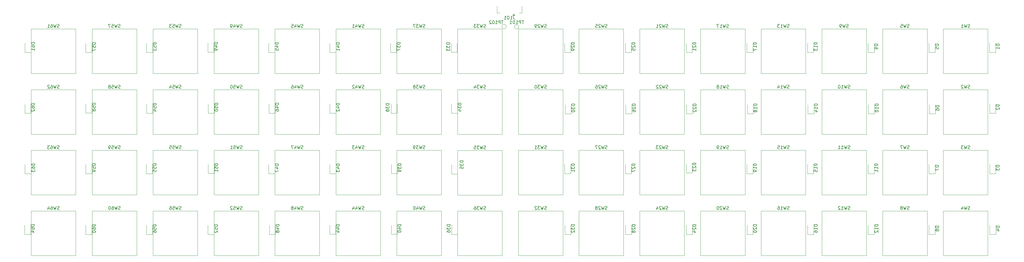
<source format=gbr>
%TF.GenerationSoftware,KiCad,Pcbnew,8.0.9-8.0.9-0~ubuntu22.04.1*%
%TF.CreationDate,2025-08-11T19:47:09-07:00*%
%TF.ProjectId,keyboard,6b657962-6f61-4726-942e-6b696361645f,rev?*%
%TF.SameCoordinates,Original*%
%TF.FileFunction,Legend,Bot*%
%TF.FilePolarity,Positive*%
%FSLAX46Y46*%
G04 Gerber Fmt 4.6, Leading zero omitted, Abs format (unit mm)*
G04 Created by KiCad (PCBNEW 8.0.9-8.0.9-0~ubuntu22.04.1) date 2025-08-11 19:47:09*
%MOMM*%
%LPD*%
G01*
G04 APERTURE LIST*
%ADD10C,0.150000*%
%ADD11C,0.120000*%
G04 APERTURE END LIST*
D10*
X108149819Y-152083214D02*
X107149819Y-152083214D01*
X107149819Y-152083214D02*
X107149819Y-152321309D01*
X107149819Y-152321309D02*
X107197438Y-152464166D01*
X107197438Y-152464166D02*
X107292676Y-152559404D01*
X107292676Y-152559404D02*
X107387914Y-152607023D01*
X107387914Y-152607023D02*
X107578390Y-152654642D01*
X107578390Y-152654642D02*
X107721247Y-152654642D01*
X107721247Y-152654642D02*
X107911723Y-152607023D01*
X107911723Y-152607023D02*
X108006961Y-152559404D01*
X108006961Y-152559404D02*
X108102200Y-152464166D01*
X108102200Y-152464166D02*
X108149819Y-152321309D01*
X108149819Y-152321309D02*
X108149819Y-152083214D01*
X107149819Y-153559404D02*
X107149819Y-153083214D01*
X107149819Y-153083214D02*
X107626009Y-153035595D01*
X107626009Y-153035595D02*
X107578390Y-153083214D01*
X107578390Y-153083214D02*
X107530771Y-153178452D01*
X107530771Y-153178452D02*
X107530771Y-153416547D01*
X107530771Y-153416547D02*
X107578390Y-153511785D01*
X107578390Y-153511785D02*
X107626009Y-153559404D01*
X107626009Y-153559404D02*
X107721247Y-153607023D01*
X107721247Y-153607023D02*
X107959342Y-153607023D01*
X107959342Y-153607023D02*
X108054580Y-153559404D01*
X108054580Y-153559404D02*
X108102200Y-153511785D01*
X108102200Y-153511785D02*
X108149819Y-153416547D01*
X108149819Y-153416547D02*
X108149819Y-153178452D01*
X108149819Y-153178452D02*
X108102200Y-153083214D01*
X108102200Y-153083214D02*
X108054580Y-153035595D01*
X107149819Y-154511785D02*
X107149819Y-154035595D01*
X107149819Y-154035595D02*
X107626009Y-153987976D01*
X107626009Y-153987976D02*
X107578390Y-154035595D01*
X107578390Y-154035595D02*
X107530771Y-154130833D01*
X107530771Y-154130833D02*
X107530771Y-154368928D01*
X107530771Y-154368928D02*
X107578390Y-154464166D01*
X107578390Y-154464166D02*
X107626009Y-154511785D01*
X107626009Y-154511785D02*
X107721247Y-154559404D01*
X107721247Y-154559404D02*
X107959342Y-154559404D01*
X107959342Y-154559404D02*
X108054580Y-154511785D01*
X108054580Y-154511785D02*
X108102200Y-154464166D01*
X108102200Y-154464166D02*
X108149819Y-154368928D01*
X108149819Y-154368928D02*
X108149819Y-154130833D01*
X108149819Y-154130833D02*
X108102200Y-154035595D01*
X108102200Y-154035595D02*
X108054580Y-153987976D01*
X296249819Y-114083214D02*
X295249819Y-114083214D01*
X295249819Y-114083214D02*
X295249819Y-114321309D01*
X295249819Y-114321309D02*
X295297438Y-114464166D01*
X295297438Y-114464166D02*
X295392676Y-114559404D01*
X295392676Y-114559404D02*
X295487914Y-114607023D01*
X295487914Y-114607023D02*
X295678390Y-114654642D01*
X295678390Y-114654642D02*
X295821247Y-114654642D01*
X295821247Y-114654642D02*
X296011723Y-114607023D01*
X296011723Y-114607023D02*
X296106961Y-114559404D01*
X296106961Y-114559404D02*
X296202200Y-114464166D01*
X296202200Y-114464166D02*
X296249819Y-114321309D01*
X296249819Y-114321309D02*
X296249819Y-114083214D01*
X296249819Y-115607023D02*
X296249819Y-115035595D01*
X296249819Y-115321309D02*
X295249819Y-115321309D01*
X295249819Y-115321309D02*
X295392676Y-115226071D01*
X295392676Y-115226071D02*
X295487914Y-115130833D01*
X295487914Y-115130833D02*
X295535533Y-115035595D01*
X295249819Y-115940357D02*
X295249819Y-116607023D01*
X295249819Y-116607023D02*
X296249819Y-116178452D01*
X230417023Y-109333200D02*
X230274166Y-109380819D01*
X230274166Y-109380819D02*
X230036071Y-109380819D01*
X230036071Y-109380819D02*
X229940833Y-109333200D01*
X229940833Y-109333200D02*
X229893214Y-109285580D01*
X229893214Y-109285580D02*
X229845595Y-109190342D01*
X229845595Y-109190342D02*
X229845595Y-109095104D01*
X229845595Y-109095104D02*
X229893214Y-108999866D01*
X229893214Y-108999866D02*
X229940833Y-108952247D01*
X229940833Y-108952247D02*
X230036071Y-108904628D01*
X230036071Y-108904628D02*
X230226547Y-108857009D01*
X230226547Y-108857009D02*
X230321785Y-108809390D01*
X230321785Y-108809390D02*
X230369404Y-108761771D01*
X230369404Y-108761771D02*
X230417023Y-108666533D01*
X230417023Y-108666533D02*
X230417023Y-108571295D01*
X230417023Y-108571295D02*
X230369404Y-108476057D01*
X230369404Y-108476057D02*
X230321785Y-108428438D01*
X230321785Y-108428438D02*
X230226547Y-108380819D01*
X230226547Y-108380819D02*
X229988452Y-108380819D01*
X229988452Y-108380819D02*
X229845595Y-108428438D01*
X229512261Y-108380819D02*
X229274166Y-109380819D01*
X229274166Y-109380819D02*
X229083690Y-108666533D01*
X229083690Y-108666533D02*
X228893214Y-109380819D01*
X228893214Y-109380819D02*
X228655119Y-108380819D01*
X228321785Y-108476057D02*
X228274166Y-108428438D01*
X228274166Y-108428438D02*
X228178928Y-108380819D01*
X228178928Y-108380819D02*
X227940833Y-108380819D01*
X227940833Y-108380819D02*
X227845595Y-108428438D01*
X227845595Y-108428438D02*
X227797976Y-108476057D01*
X227797976Y-108476057D02*
X227750357Y-108571295D01*
X227750357Y-108571295D02*
X227750357Y-108666533D01*
X227750357Y-108666533D02*
X227797976Y-108809390D01*
X227797976Y-108809390D02*
X228369404Y-109380819D01*
X228369404Y-109380819D02*
X227750357Y-109380819D01*
X227274166Y-109380819D02*
X227083690Y-109380819D01*
X227083690Y-109380819D02*
X226988452Y-109333200D01*
X226988452Y-109333200D02*
X226940833Y-109285580D01*
X226940833Y-109285580D02*
X226845595Y-109142723D01*
X226845595Y-109142723D02*
X226797976Y-108952247D01*
X226797976Y-108952247D02*
X226797976Y-108571295D01*
X226797976Y-108571295D02*
X226845595Y-108476057D01*
X226845595Y-108476057D02*
X226893214Y-108428438D01*
X226893214Y-108428438D02*
X226988452Y-108380819D01*
X226988452Y-108380819D02*
X227178928Y-108380819D01*
X227178928Y-108380819D02*
X227274166Y-108428438D01*
X227274166Y-108428438D02*
X227321785Y-108476057D01*
X227321785Y-108476057D02*
X227369404Y-108571295D01*
X227369404Y-108571295D02*
X227369404Y-108809390D01*
X227369404Y-108809390D02*
X227321785Y-108904628D01*
X227321785Y-108904628D02*
X227274166Y-108952247D01*
X227274166Y-108952247D02*
X227178928Y-108999866D01*
X227178928Y-108999866D02*
X226988452Y-108999866D01*
X226988452Y-108999866D02*
X226893214Y-108952247D01*
X226893214Y-108952247D02*
X226845595Y-108904628D01*
X226845595Y-108904628D02*
X226797976Y-108809390D01*
X344050832Y-147343200D02*
X343907975Y-147390819D01*
X343907975Y-147390819D02*
X343669880Y-147390819D01*
X343669880Y-147390819D02*
X343574642Y-147343200D01*
X343574642Y-147343200D02*
X343527023Y-147295580D01*
X343527023Y-147295580D02*
X343479404Y-147200342D01*
X343479404Y-147200342D02*
X343479404Y-147105104D01*
X343479404Y-147105104D02*
X343527023Y-147009866D01*
X343527023Y-147009866D02*
X343574642Y-146962247D01*
X343574642Y-146962247D02*
X343669880Y-146914628D01*
X343669880Y-146914628D02*
X343860356Y-146867009D01*
X343860356Y-146867009D02*
X343955594Y-146819390D01*
X343955594Y-146819390D02*
X344003213Y-146771771D01*
X344003213Y-146771771D02*
X344050832Y-146676533D01*
X344050832Y-146676533D02*
X344050832Y-146581295D01*
X344050832Y-146581295D02*
X344003213Y-146486057D01*
X344003213Y-146486057D02*
X343955594Y-146438438D01*
X343955594Y-146438438D02*
X343860356Y-146390819D01*
X343860356Y-146390819D02*
X343622261Y-146390819D01*
X343622261Y-146390819D02*
X343479404Y-146438438D01*
X343146070Y-146390819D02*
X342907975Y-147390819D01*
X342907975Y-147390819D02*
X342717499Y-146676533D01*
X342717499Y-146676533D02*
X342527023Y-147390819D01*
X342527023Y-147390819D02*
X342288928Y-146390819D01*
X342003213Y-146390819D02*
X341336547Y-146390819D01*
X341336547Y-146390819D02*
X341765118Y-147390819D01*
X200104819Y-114125714D02*
X199104819Y-114125714D01*
X199104819Y-114125714D02*
X199104819Y-114363809D01*
X199104819Y-114363809D02*
X199152438Y-114506666D01*
X199152438Y-114506666D02*
X199247676Y-114601904D01*
X199247676Y-114601904D02*
X199342914Y-114649523D01*
X199342914Y-114649523D02*
X199533390Y-114697142D01*
X199533390Y-114697142D02*
X199676247Y-114697142D01*
X199676247Y-114697142D02*
X199866723Y-114649523D01*
X199866723Y-114649523D02*
X199961961Y-114601904D01*
X199961961Y-114601904D02*
X200057200Y-114506666D01*
X200057200Y-114506666D02*
X200104819Y-114363809D01*
X200104819Y-114363809D02*
X200104819Y-114125714D01*
X199104819Y-115030476D02*
X199104819Y-115649523D01*
X199104819Y-115649523D02*
X199485771Y-115316190D01*
X199485771Y-115316190D02*
X199485771Y-115459047D01*
X199485771Y-115459047D02*
X199533390Y-115554285D01*
X199533390Y-115554285D02*
X199581009Y-115601904D01*
X199581009Y-115601904D02*
X199676247Y-115649523D01*
X199676247Y-115649523D02*
X199914342Y-115649523D01*
X199914342Y-115649523D02*
X200009580Y-115601904D01*
X200009580Y-115601904D02*
X200057200Y-115554285D01*
X200057200Y-115554285D02*
X200104819Y-115459047D01*
X200104819Y-115459047D02*
X200104819Y-115173333D01*
X200104819Y-115173333D02*
X200057200Y-115078095D01*
X200057200Y-115078095D02*
X200009580Y-115030476D01*
X199104819Y-115982857D02*
X199104819Y-116601904D01*
X199104819Y-116601904D02*
X199485771Y-116268571D01*
X199485771Y-116268571D02*
X199485771Y-116411428D01*
X199485771Y-116411428D02*
X199533390Y-116506666D01*
X199533390Y-116506666D02*
X199581009Y-116554285D01*
X199581009Y-116554285D02*
X199676247Y-116601904D01*
X199676247Y-116601904D02*
X199914342Y-116601904D01*
X199914342Y-116601904D02*
X200009580Y-116554285D01*
X200009580Y-116554285D02*
X200057200Y-116506666D01*
X200057200Y-116506666D02*
X200104819Y-116411428D01*
X200104819Y-116411428D02*
X200104819Y-116125714D01*
X200104819Y-116125714D02*
X200057200Y-116030476D01*
X200057200Y-116030476D02*
X200009580Y-115982857D01*
X334292319Y-171133214D02*
X333292319Y-171133214D01*
X333292319Y-171133214D02*
X333292319Y-171371309D01*
X333292319Y-171371309D02*
X333339938Y-171514166D01*
X333339938Y-171514166D02*
X333435176Y-171609404D01*
X333435176Y-171609404D02*
X333530414Y-171657023D01*
X333530414Y-171657023D02*
X333720890Y-171704642D01*
X333720890Y-171704642D02*
X333863747Y-171704642D01*
X333863747Y-171704642D02*
X334054223Y-171657023D01*
X334054223Y-171657023D02*
X334149461Y-171609404D01*
X334149461Y-171609404D02*
X334244700Y-171514166D01*
X334244700Y-171514166D02*
X334292319Y-171371309D01*
X334292319Y-171371309D02*
X334292319Y-171133214D01*
X334292319Y-172657023D02*
X334292319Y-172085595D01*
X334292319Y-172371309D02*
X333292319Y-172371309D01*
X333292319Y-172371309D02*
X333435176Y-172276071D01*
X333435176Y-172276071D02*
X333530414Y-172180833D01*
X333530414Y-172180833D02*
X333578033Y-172085595D01*
X333387557Y-173037976D02*
X333339938Y-173085595D01*
X333339938Y-173085595D02*
X333292319Y-173180833D01*
X333292319Y-173180833D02*
X333292319Y-173418928D01*
X333292319Y-173418928D02*
X333339938Y-173514166D01*
X333339938Y-173514166D02*
X333387557Y-173561785D01*
X333387557Y-173561785D02*
X333482795Y-173609404D01*
X333482795Y-173609404D02*
X333578033Y-173609404D01*
X333578033Y-173609404D02*
X333720890Y-173561785D01*
X333720890Y-173561785D02*
X334292319Y-172990357D01*
X334292319Y-172990357D02*
X334292319Y-173609404D01*
X211367023Y-128383200D02*
X211224166Y-128430819D01*
X211224166Y-128430819D02*
X210986071Y-128430819D01*
X210986071Y-128430819D02*
X210890833Y-128383200D01*
X210890833Y-128383200D02*
X210843214Y-128335580D01*
X210843214Y-128335580D02*
X210795595Y-128240342D01*
X210795595Y-128240342D02*
X210795595Y-128145104D01*
X210795595Y-128145104D02*
X210843214Y-128049866D01*
X210843214Y-128049866D02*
X210890833Y-128002247D01*
X210890833Y-128002247D02*
X210986071Y-127954628D01*
X210986071Y-127954628D02*
X211176547Y-127907009D01*
X211176547Y-127907009D02*
X211271785Y-127859390D01*
X211271785Y-127859390D02*
X211319404Y-127811771D01*
X211319404Y-127811771D02*
X211367023Y-127716533D01*
X211367023Y-127716533D02*
X211367023Y-127621295D01*
X211367023Y-127621295D02*
X211319404Y-127526057D01*
X211319404Y-127526057D02*
X211271785Y-127478438D01*
X211271785Y-127478438D02*
X211176547Y-127430819D01*
X211176547Y-127430819D02*
X210938452Y-127430819D01*
X210938452Y-127430819D02*
X210795595Y-127478438D01*
X210462261Y-127430819D02*
X210224166Y-128430819D01*
X210224166Y-128430819D02*
X210033690Y-127716533D01*
X210033690Y-127716533D02*
X209843214Y-128430819D01*
X209843214Y-128430819D02*
X209605119Y-127430819D01*
X209319404Y-127430819D02*
X208700357Y-127430819D01*
X208700357Y-127430819D02*
X209033690Y-127811771D01*
X209033690Y-127811771D02*
X208890833Y-127811771D01*
X208890833Y-127811771D02*
X208795595Y-127859390D01*
X208795595Y-127859390D02*
X208747976Y-127907009D01*
X208747976Y-127907009D02*
X208700357Y-128002247D01*
X208700357Y-128002247D02*
X208700357Y-128240342D01*
X208700357Y-128240342D02*
X208747976Y-128335580D01*
X208747976Y-128335580D02*
X208795595Y-128383200D01*
X208795595Y-128383200D02*
X208890833Y-128430819D01*
X208890833Y-128430819D02*
X209176547Y-128430819D01*
X209176547Y-128430819D02*
X209271785Y-128383200D01*
X209271785Y-128383200D02*
X209319404Y-128335580D01*
X207843214Y-127764152D02*
X207843214Y-128430819D01*
X208081309Y-127383200D02*
X208319404Y-128097485D01*
X208319404Y-128097485D02*
X207700357Y-128097485D01*
X154169523Y-128383200D02*
X154026666Y-128430819D01*
X154026666Y-128430819D02*
X153788571Y-128430819D01*
X153788571Y-128430819D02*
X153693333Y-128383200D01*
X153693333Y-128383200D02*
X153645714Y-128335580D01*
X153645714Y-128335580D02*
X153598095Y-128240342D01*
X153598095Y-128240342D02*
X153598095Y-128145104D01*
X153598095Y-128145104D02*
X153645714Y-128049866D01*
X153645714Y-128049866D02*
X153693333Y-128002247D01*
X153693333Y-128002247D02*
X153788571Y-127954628D01*
X153788571Y-127954628D02*
X153979047Y-127907009D01*
X153979047Y-127907009D02*
X154074285Y-127859390D01*
X154074285Y-127859390D02*
X154121904Y-127811771D01*
X154121904Y-127811771D02*
X154169523Y-127716533D01*
X154169523Y-127716533D02*
X154169523Y-127621295D01*
X154169523Y-127621295D02*
X154121904Y-127526057D01*
X154121904Y-127526057D02*
X154074285Y-127478438D01*
X154074285Y-127478438D02*
X153979047Y-127430819D01*
X153979047Y-127430819D02*
X153740952Y-127430819D01*
X153740952Y-127430819D02*
X153598095Y-127478438D01*
X153264761Y-127430819D02*
X153026666Y-128430819D01*
X153026666Y-128430819D02*
X152836190Y-127716533D01*
X152836190Y-127716533D02*
X152645714Y-128430819D01*
X152645714Y-128430819D02*
X152407619Y-127430819D01*
X151598095Y-127764152D02*
X151598095Y-128430819D01*
X151836190Y-127383200D02*
X152074285Y-128097485D01*
X152074285Y-128097485D02*
X151455238Y-128097485D01*
X150645714Y-127430819D02*
X150836190Y-127430819D01*
X150836190Y-127430819D02*
X150931428Y-127478438D01*
X150931428Y-127478438D02*
X150979047Y-127526057D01*
X150979047Y-127526057D02*
X151074285Y-127668914D01*
X151074285Y-127668914D02*
X151121904Y-127859390D01*
X151121904Y-127859390D02*
X151121904Y-128240342D01*
X151121904Y-128240342D02*
X151074285Y-128335580D01*
X151074285Y-128335580D02*
X151026666Y-128383200D01*
X151026666Y-128383200D02*
X150931428Y-128430819D01*
X150931428Y-128430819D02*
X150740952Y-128430819D01*
X150740952Y-128430819D02*
X150645714Y-128383200D01*
X150645714Y-128383200D02*
X150598095Y-128335580D01*
X150598095Y-128335580D02*
X150550476Y-128240342D01*
X150550476Y-128240342D02*
X150550476Y-128002247D01*
X150550476Y-128002247D02*
X150598095Y-127907009D01*
X150598095Y-127907009D02*
X150645714Y-127859390D01*
X150645714Y-127859390D02*
X150740952Y-127811771D01*
X150740952Y-127811771D02*
X150931428Y-127811771D01*
X150931428Y-127811771D02*
X151026666Y-127859390D01*
X151026666Y-127859390D02*
X151074285Y-127907009D01*
X151074285Y-127907009D02*
X151121904Y-128002247D01*
X154169523Y-109333200D02*
X154026666Y-109380819D01*
X154026666Y-109380819D02*
X153788571Y-109380819D01*
X153788571Y-109380819D02*
X153693333Y-109333200D01*
X153693333Y-109333200D02*
X153645714Y-109285580D01*
X153645714Y-109285580D02*
X153598095Y-109190342D01*
X153598095Y-109190342D02*
X153598095Y-109095104D01*
X153598095Y-109095104D02*
X153645714Y-108999866D01*
X153645714Y-108999866D02*
X153693333Y-108952247D01*
X153693333Y-108952247D02*
X153788571Y-108904628D01*
X153788571Y-108904628D02*
X153979047Y-108857009D01*
X153979047Y-108857009D02*
X154074285Y-108809390D01*
X154074285Y-108809390D02*
X154121904Y-108761771D01*
X154121904Y-108761771D02*
X154169523Y-108666533D01*
X154169523Y-108666533D02*
X154169523Y-108571295D01*
X154169523Y-108571295D02*
X154121904Y-108476057D01*
X154121904Y-108476057D02*
X154074285Y-108428438D01*
X154074285Y-108428438D02*
X153979047Y-108380819D01*
X153979047Y-108380819D02*
X153740952Y-108380819D01*
X153740952Y-108380819D02*
X153598095Y-108428438D01*
X153264761Y-108380819D02*
X153026666Y-109380819D01*
X153026666Y-109380819D02*
X152836190Y-108666533D01*
X152836190Y-108666533D02*
X152645714Y-109380819D01*
X152645714Y-109380819D02*
X152407619Y-108380819D01*
X151598095Y-108714152D02*
X151598095Y-109380819D01*
X151836190Y-108333200D02*
X152074285Y-109047485D01*
X152074285Y-109047485D02*
X151455238Y-109047485D01*
X150598095Y-108380819D02*
X151074285Y-108380819D01*
X151074285Y-108380819D02*
X151121904Y-108857009D01*
X151121904Y-108857009D02*
X151074285Y-108809390D01*
X151074285Y-108809390D02*
X150979047Y-108761771D01*
X150979047Y-108761771D02*
X150740952Y-108761771D01*
X150740952Y-108761771D02*
X150645714Y-108809390D01*
X150645714Y-108809390D02*
X150598095Y-108857009D01*
X150598095Y-108857009D02*
X150550476Y-108952247D01*
X150550476Y-108952247D02*
X150550476Y-109190342D01*
X150550476Y-109190342D02*
X150598095Y-109285580D01*
X150598095Y-109285580D02*
X150645714Y-109333200D01*
X150645714Y-109333200D02*
X150740952Y-109380819D01*
X150740952Y-109380819D02*
X150979047Y-109380819D01*
X150979047Y-109380819D02*
X151074285Y-109333200D01*
X151074285Y-109333200D02*
X151121904Y-109285580D01*
X372324819Y-133581905D02*
X371324819Y-133581905D01*
X371324819Y-133581905D02*
X371324819Y-133820000D01*
X371324819Y-133820000D02*
X371372438Y-133962857D01*
X371372438Y-133962857D02*
X371467676Y-134058095D01*
X371467676Y-134058095D02*
X371562914Y-134105714D01*
X371562914Y-134105714D02*
X371753390Y-134153333D01*
X371753390Y-134153333D02*
X371896247Y-134153333D01*
X371896247Y-134153333D02*
X372086723Y-134105714D01*
X372086723Y-134105714D02*
X372181961Y-134058095D01*
X372181961Y-134058095D02*
X372277200Y-133962857D01*
X372277200Y-133962857D02*
X372324819Y-133820000D01*
X372324819Y-133820000D02*
X372324819Y-133581905D01*
X371420057Y-134534286D02*
X371372438Y-134581905D01*
X371372438Y-134581905D02*
X371324819Y-134677143D01*
X371324819Y-134677143D02*
X371324819Y-134915238D01*
X371324819Y-134915238D02*
X371372438Y-135010476D01*
X371372438Y-135010476D02*
X371420057Y-135058095D01*
X371420057Y-135058095D02*
X371515295Y-135105714D01*
X371515295Y-135105714D02*
X371610533Y-135105714D01*
X371610533Y-135105714D02*
X371753390Y-135058095D01*
X371753390Y-135058095D02*
X372324819Y-134486667D01*
X372324819Y-134486667D02*
X372324819Y-135105714D01*
X258314819Y-133348214D02*
X257314819Y-133348214D01*
X257314819Y-133348214D02*
X257314819Y-133586309D01*
X257314819Y-133586309D02*
X257362438Y-133729166D01*
X257362438Y-133729166D02*
X257457676Y-133824404D01*
X257457676Y-133824404D02*
X257552914Y-133872023D01*
X257552914Y-133872023D02*
X257743390Y-133919642D01*
X257743390Y-133919642D02*
X257886247Y-133919642D01*
X257886247Y-133919642D02*
X258076723Y-133872023D01*
X258076723Y-133872023D02*
X258171961Y-133824404D01*
X258171961Y-133824404D02*
X258267200Y-133729166D01*
X258267200Y-133729166D02*
X258314819Y-133586309D01*
X258314819Y-133586309D02*
X258314819Y-133348214D01*
X257410057Y-134300595D02*
X257362438Y-134348214D01*
X257362438Y-134348214D02*
X257314819Y-134443452D01*
X257314819Y-134443452D02*
X257314819Y-134681547D01*
X257314819Y-134681547D02*
X257362438Y-134776785D01*
X257362438Y-134776785D02*
X257410057Y-134824404D01*
X257410057Y-134824404D02*
X257505295Y-134872023D01*
X257505295Y-134872023D02*
X257600533Y-134872023D01*
X257600533Y-134872023D02*
X257743390Y-134824404D01*
X257743390Y-134824404D02*
X258314819Y-134252976D01*
X258314819Y-134252976D02*
X258314819Y-134872023D01*
X257314819Y-135729166D02*
X257314819Y-135538690D01*
X257314819Y-135538690D02*
X257362438Y-135443452D01*
X257362438Y-135443452D02*
X257410057Y-135395833D01*
X257410057Y-135395833D02*
X257552914Y-135300595D01*
X257552914Y-135300595D02*
X257743390Y-135252976D01*
X257743390Y-135252976D02*
X258124342Y-135252976D01*
X258124342Y-135252976D02*
X258219580Y-135300595D01*
X258219580Y-135300595D02*
X258267200Y-135348214D01*
X258267200Y-135348214D02*
X258314819Y-135443452D01*
X258314819Y-135443452D02*
X258314819Y-135633928D01*
X258314819Y-135633928D02*
X258267200Y-135729166D01*
X258267200Y-135729166D02*
X258219580Y-135776785D01*
X258219580Y-135776785D02*
X258124342Y-135824404D01*
X258124342Y-135824404D02*
X257886247Y-135824404D01*
X257886247Y-135824404D02*
X257791009Y-135776785D01*
X257791009Y-135776785D02*
X257743390Y-135729166D01*
X257743390Y-135729166D02*
X257695771Y-135633928D01*
X257695771Y-135633928D02*
X257695771Y-135443452D01*
X257695771Y-135443452D02*
X257743390Y-135348214D01*
X257743390Y-135348214D02*
X257791009Y-135300595D01*
X257791009Y-135300595D02*
X257886247Y-135252976D01*
X230417023Y-128383200D02*
X230274166Y-128430819D01*
X230274166Y-128430819D02*
X230036071Y-128430819D01*
X230036071Y-128430819D02*
X229940833Y-128383200D01*
X229940833Y-128383200D02*
X229893214Y-128335580D01*
X229893214Y-128335580D02*
X229845595Y-128240342D01*
X229845595Y-128240342D02*
X229845595Y-128145104D01*
X229845595Y-128145104D02*
X229893214Y-128049866D01*
X229893214Y-128049866D02*
X229940833Y-128002247D01*
X229940833Y-128002247D02*
X230036071Y-127954628D01*
X230036071Y-127954628D02*
X230226547Y-127907009D01*
X230226547Y-127907009D02*
X230321785Y-127859390D01*
X230321785Y-127859390D02*
X230369404Y-127811771D01*
X230369404Y-127811771D02*
X230417023Y-127716533D01*
X230417023Y-127716533D02*
X230417023Y-127621295D01*
X230417023Y-127621295D02*
X230369404Y-127526057D01*
X230369404Y-127526057D02*
X230321785Y-127478438D01*
X230321785Y-127478438D02*
X230226547Y-127430819D01*
X230226547Y-127430819D02*
X229988452Y-127430819D01*
X229988452Y-127430819D02*
X229845595Y-127478438D01*
X229512261Y-127430819D02*
X229274166Y-128430819D01*
X229274166Y-128430819D02*
X229083690Y-127716533D01*
X229083690Y-127716533D02*
X228893214Y-128430819D01*
X228893214Y-128430819D02*
X228655119Y-127430819D01*
X228369404Y-127430819D02*
X227750357Y-127430819D01*
X227750357Y-127430819D02*
X228083690Y-127811771D01*
X228083690Y-127811771D02*
X227940833Y-127811771D01*
X227940833Y-127811771D02*
X227845595Y-127859390D01*
X227845595Y-127859390D02*
X227797976Y-127907009D01*
X227797976Y-127907009D02*
X227750357Y-128002247D01*
X227750357Y-128002247D02*
X227750357Y-128240342D01*
X227750357Y-128240342D02*
X227797976Y-128335580D01*
X227797976Y-128335580D02*
X227845595Y-128383200D01*
X227845595Y-128383200D02*
X227940833Y-128430819D01*
X227940833Y-128430819D02*
X228226547Y-128430819D01*
X228226547Y-128430819D02*
X228321785Y-128383200D01*
X228321785Y-128383200D02*
X228369404Y-128335580D01*
X227131309Y-127430819D02*
X227036071Y-127430819D01*
X227036071Y-127430819D02*
X226940833Y-127478438D01*
X226940833Y-127478438D02*
X226893214Y-127526057D01*
X226893214Y-127526057D02*
X226845595Y-127621295D01*
X226845595Y-127621295D02*
X226797976Y-127811771D01*
X226797976Y-127811771D02*
X226797976Y-128049866D01*
X226797976Y-128049866D02*
X226845595Y-128240342D01*
X226845595Y-128240342D02*
X226893214Y-128335580D01*
X226893214Y-128335580D02*
X226940833Y-128383200D01*
X226940833Y-128383200D02*
X227036071Y-128430819D01*
X227036071Y-128430819D02*
X227131309Y-128430819D01*
X227131309Y-128430819D02*
X227226547Y-128383200D01*
X227226547Y-128383200D02*
X227274166Y-128335580D01*
X227274166Y-128335580D02*
X227321785Y-128240342D01*
X227321785Y-128240342D02*
X227369404Y-128049866D01*
X227369404Y-128049866D02*
X227369404Y-127811771D01*
X227369404Y-127811771D02*
X227321785Y-127621295D01*
X227321785Y-127621295D02*
X227274166Y-127526057D01*
X227274166Y-127526057D02*
X227226547Y-127478438D01*
X227226547Y-127478438D02*
X227131309Y-127430819D01*
X216864285Y-107194819D02*
X216292857Y-107194819D01*
X216578571Y-108194819D02*
X216578571Y-107194819D01*
X215959523Y-108194819D02*
X215959523Y-107194819D01*
X215959523Y-107194819D02*
X215578571Y-107194819D01*
X215578571Y-107194819D02*
X215483333Y-107242438D01*
X215483333Y-107242438D02*
X215435714Y-107290057D01*
X215435714Y-107290057D02*
X215388095Y-107385295D01*
X215388095Y-107385295D02*
X215388095Y-107528152D01*
X215388095Y-107528152D02*
X215435714Y-107623390D01*
X215435714Y-107623390D02*
X215483333Y-107671009D01*
X215483333Y-107671009D02*
X215578571Y-107718628D01*
X215578571Y-107718628D02*
X215959523Y-107718628D01*
X214435714Y-108194819D02*
X215007142Y-108194819D01*
X214721428Y-108194819D02*
X214721428Y-107194819D01*
X214721428Y-107194819D02*
X214816666Y-107337676D01*
X214816666Y-107337676D02*
X214911904Y-107432914D01*
X214911904Y-107432914D02*
X215007142Y-107480533D01*
X213816666Y-107194819D02*
X213721428Y-107194819D01*
X213721428Y-107194819D02*
X213626190Y-107242438D01*
X213626190Y-107242438D02*
X213578571Y-107290057D01*
X213578571Y-107290057D02*
X213530952Y-107385295D01*
X213530952Y-107385295D02*
X213483333Y-107575771D01*
X213483333Y-107575771D02*
X213483333Y-107813866D01*
X213483333Y-107813866D02*
X213530952Y-108004342D01*
X213530952Y-108004342D02*
X213578571Y-108099580D01*
X213578571Y-108099580D02*
X213626190Y-108147200D01*
X213626190Y-108147200D02*
X213721428Y-108194819D01*
X213721428Y-108194819D02*
X213816666Y-108194819D01*
X213816666Y-108194819D02*
X213911904Y-108147200D01*
X213911904Y-108147200D02*
X213959523Y-108099580D01*
X213959523Y-108099580D02*
X214007142Y-108004342D01*
X214007142Y-108004342D02*
X214054761Y-107813866D01*
X214054761Y-107813866D02*
X214054761Y-107575771D01*
X214054761Y-107575771D02*
X214007142Y-107385295D01*
X214007142Y-107385295D02*
X213959523Y-107290057D01*
X213959523Y-107290057D02*
X213911904Y-107242438D01*
X213911904Y-107242438D02*
X213816666Y-107194819D01*
X213102380Y-107290057D02*
X213054761Y-107242438D01*
X213054761Y-107242438D02*
X212959523Y-107194819D01*
X212959523Y-107194819D02*
X212721428Y-107194819D01*
X212721428Y-107194819D02*
X212626190Y-107242438D01*
X212626190Y-107242438D02*
X212578571Y-107290057D01*
X212578571Y-107290057D02*
X212530952Y-107385295D01*
X212530952Y-107385295D02*
X212530952Y-107480533D01*
X212530952Y-107480533D02*
X212578571Y-107623390D01*
X212578571Y-107623390D02*
X213149999Y-108194819D01*
X213149999Y-108194819D02*
X212530952Y-108194819D01*
X146684819Y-171123214D02*
X145684819Y-171123214D01*
X145684819Y-171123214D02*
X145684819Y-171361309D01*
X145684819Y-171361309D02*
X145732438Y-171504166D01*
X145732438Y-171504166D02*
X145827676Y-171599404D01*
X145827676Y-171599404D02*
X145922914Y-171647023D01*
X145922914Y-171647023D02*
X146113390Y-171694642D01*
X146113390Y-171694642D02*
X146256247Y-171694642D01*
X146256247Y-171694642D02*
X146446723Y-171647023D01*
X146446723Y-171647023D02*
X146541961Y-171599404D01*
X146541961Y-171599404D02*
X146637200Y-171504166D01*
X146637200Y-171504166D02*
X146684819Y-171361309D01*
X146684819Y-171361309D02*
X146684819Y-171123214D01*
X146018152Y-172551785D02*
X146684819Y-172551785D01*
X145637200Y-172313690D02*
X146351485Y-172075595D01*
X146351485Y-172075595D02*
X146351485Y-172694642D01*
X146113390Y-173218452D02*
X146065771Y-173123214D01*
X146065771Y-173123214D02*
X146018152Y-173075595D01*
X146018152Y-173075595D02*
X145922914Y-173027976D01*
X145922914Y-173027976D02*
X145875295Y-173027976D01*
X145875295Y-173027976D02*
X145780057Y-173075595D01*
X145780057Y-173075595D02*
X145732438Y-173123214D01*
X145732438Y-173123214D02*
X145684819Y-173218452D01*
X145684819Y-173218452D02*
X145684819Y-173408928D01*
X145684819Y-173408928D02*
X145732438Y-173504166D01*
X145732438Y-173504166D02*
X145780057Y-173551785D01*
X145780057Y-173551785D02*
X145875295Y-173599404D01*
X145875295Y-173599404D02*
X145922914Y-173599404D01*
X145922914Y-173599404D02*
X146018152Y-173551785D01*
X146018152Y-173551785D02*
X146065771Y-173504166D01*
X146065771Y-173504166D02*
X146113390Y-173408928D01*
X146113390Y-173408928D02*
X146113390Y-173218452D01*
X146113390Y-173218452D02*
X146161009Y-173123214D01*
X146161009Y-173123214D02*
X146208628Y-173075595D01*
X146208628Y-173075595D02*
X146303866Y-173027976D01*
X146303866Y-173027976D02*
X146494342Y-173027976D01*
X146494342Y-173027976D02*
X146589580Y-173075595D01*
X146589580Y-173075595D02*
X146637200Y-173123214D01*
X146637200Y-173123214D02*
X146684819Y-173218452D01*
X146684819Y-173218452D02*
X146684819Y-173408928D01*
X146684819Y-173408928D02*
X146637200Y-173504166D01*
X146637200Y-173504166D02*
X146589580Y-173551785D01*
X146589580Y-173551785D02*
X146494342Y-173599404D01*
X146494342Y-173599404D02*
X146303866Y-173599404D01*
X146303866Y-173599404D02*
X146208628Y-173551785D01*
X146208628Y-173551785D02*
X146161009Y-173504166D01*
X146161009Y-173504166D02*
X146113390Y-173408928D01*
X277247319Y-114083214D02*
X276247319Y-114083214D01*
X276247319Y-114083214D02*
X276247319Y-114321309D01*
X276247319Y-114321309D02*
X276294938Y-114464166D01*
X276294938Y-114464166D02*
X276390176Y-114559404D01*
X276390176Y-114559404D02*
X276485414Y-114607023D01*
X276485414Y-114607023D02*
X276675890Y-114654642D01*
X276675890Y-114654642D02*
X276818747Y-114654642D01*
X276818747Y-114654642D02*
X277009223Y-114607023D01*
X277009223Y-114607023D02*
X277104461Y-114559404D01*
X277104461Y-114559404D02*
X277199700Y-114464166D01*
X277199700Y-114464166D02*
X277247319Y-114321309D01*
X277247319Y-114321309D02*
X277247319Y-114083214D01*
X276342557Y-115035595D02*
X276294938Y-115083214D01*
X276294938Y-115083214D02*
X276247319Y-115178452D01*
X276247319Y-115178452D02*
X276247319Y-115416547D01*
X276247319Y-115416547D02*
X276294938Y-115511785D01*
X276294938Y-115511785D02*
X276342557Y-115559404D01*
X276342557Y-115559404D02*
X276437795Y-115607023D01*
X276437795Y-115607023D02*
X276533033Y-115607023D01*
X276533033Y-115607023D02*
X276675890Y-115559404D01*
X276675890Y-115559404D02*
X277247319Y-114987976D01*
X277247319Y-114987976D02*
X277247319Y-115607023D01*
X277247319Y-116559404D02*
X277247319Y-115987976D01*
X277247319Y-116273690D02*
X276247319Y-116273690D01*
X276247319Y-116273690D02*
X276390176Y-116178452D01*
X276390176Y-116178452D02*
X276485414Y-116083214D01*
X276485414Y-116083214D02*
X276533033Y-115987976D01*
X200254819Y-171125714D02*
X199254819Y-171125714D01*
X199254819Y-171125714D02*
X199254819Y-171363809D01*
X199254819Y-171363809D02*
X199302438Y-171506666D01*
X199302438Y-171506666D02*
X199397676Y-171601904D01*
X199397676Y-171601904D02*
X199492914Y-171649523D01*
X199492914Y-171649523D02*
X199683390Y-171697142D01*
X199683390Y-171697142D02*
X199826247Y-171697142D01*
X199826247Y-171697142D02*
X200016723Y-171649523D01*
X200016723Y-171649523D02*
X200111961Y-171601904D01*
X200111961Y-171601904D02*
X200207200Y-171506666D01*
X200207200Y-171506666D02*
X200254819Y-171363809D01*
X200254819Y-171363809D02*
X200254819Y-171125714D01*
X199254819Y-172030476D02*
X199254819Y-172649523D01*
X199254819Y-172649523D02*
X199635771Y-172316190D01*
X199635771Y-172316190D02*
X199635771Y-172459047D01*
X199635771Y-172459047D02*
X199683390Y-172554285D01*
X199683390Y-172554285D02*
X199731009Y-172601904D01*
X199731009Y-172601904D02*
X199826247Y-172649523D01*
X199826247Y-172649523D02*
X200064342Y-172649523D01*
X200064342Y-172649523D02*
X200159580Y-172601904D01*
X200159580Y-172601904D02*
X200207200Y-172554285D01*
X200207200Y-172554285D02*
X200254819Y-172459047D01*
X200254819Y-172459047D02*
X200254819Y-172173333D01*
X200254819Y-172173333D02*
X200207200Y-172078095D01*
X200207200Y-172078095D02*
X200159580Y-172030476D01*
X199254819Y-173506666D02*
X199254819Y-173316190D01*
X199254819Y-173316190D02*
X199302438Y-173220952D01*
X199302438Y-173220952D02*
X199350057Y-173173333D01*
X199350057Y-173173333D02*
X199492914Y-173078095D01*
X199492914Y-173078095D02*
X199683390Y-173030476D01*
X199683390Y-173030476D02*
X200064342Y-173030476D01*
X200064342Y-173030476D02*
X200159580Y-173078095D01*
X200159580Y-173078095D02*
X200207200Y-173125714D01*
X200207200Y-173125714D02*
X200254819Y-173220952D01*
X200254819Y-173220952D02*
X200254819Y-173411428D01*
X200254819Y-173411428D02*
X200207200Y-173506666D01*
X200207200Y-173506666D02*
X200159580Y-173554285D01*
X200159580Y-173554285D02*
X200064342Y-173601904D01*
X200064342Y-173601904D02*
X199826247Y-173601904D01*
X199826247Y-173601904D02*
X199731009Y-173554285D01*
X199731009Y-173554285D02*
X199683390Y-173506666D01*
X199683390Y-173506666D02*
X199635771Y-173411428D01*
X199635771Y-173411428D02*
X199635771Y-173220952D01*
X199635771Y-173220952D02*
X199683390Y-173125714D01*
X199683390Y-173125714D02*
X199731009Y-173078095D01*
X199731009Y-173078095D02*
X199826247Y-173030476D01*
X230417023Y-147343200D02*
X230274166Y-147390819D01*
X230274166Y-147390819D02*
X230036071Y-147390819D01*
X230036071Y-147390819D02*
X229940833Y-147343200D01*
X229940833Y-147343200D02*
X229893214Y-147295580D01*
X229893214Y-147295580D02*
X229845595Y-147200342D01*
X229845595Y-147200342D02*
X229845595Y-147105104D01*
X229845595Y-147105104D02*
X229893214Y-147009866D01*
X229893214Y-147009866D02*
X229940833Y-146962247D01*
X229940833Y-146962247D02*
X230036071Y-146914628D01*
X230036071Y-146914628D02*
X230226547Y-146867009D01*
X230226547Y-146867009D02*
X230321785Y-146819390D01*
X230321785Y-146819390D02*
X230369404Y-146771771D01*
X230369404Y-146771771D02*
X230417023Y-146676533D01*
X230417023Y-146676533D02*
X230417023Y-146581295D01*
X230417023Y-146581295D02*
X230369404Y-146486057D01*
X230369404Y-146486057D02*
X230321785Y-146438438D01*
X230321785Y-146438438D02*
X230226547Y-146390819D01*
X230226547Y-146390819D02*
X229988452Y-146390819D01*
X229988452Y-146390819D02*
X229845595Y-146438438D01*
X229512261Y-146390819D02*
X229274166Y-147390819D01*
X229274166Y-147390819D02*
X229083690Y-146676533D01*
X229083690Y-146676533D02*
X228893214Y-147390819D01*
X228893214Y-147390819D02*
X228655119Y-146390819D01*
X228369404Y-146390819D02*
X227750357Y-146390819D01*
X227750357Y-146390819D02*
X228083690Y-146771771D01*
X228083690Y-146771771D02*
X227940833Y-146771771D01*
X227940833Y-146771771D02*
X227845595Y-146819390D01*
X227845595Y-146819390D02*
X227797976Y-146867009D01*
X227797976Y-146867009D02*
X227750357Y-146962247D01*
X227750357Y-146962247D02*
X227750357Y-147200342D01*
X227750357Y-147200342D02*
X227797976Y-147295580D01*
X227797976Y-147295580D02*
X227845595Y-147343200D01*
X227845595Y-147343200D02*
X227940833Y-147390819D01*
X227940833Y-147390819D02*
X228226547Y-147390819D01*
X228226547Y-147390819D02*
X228321785Y-147343200D01*
X228321785Y-147343200D02*
X228369404Y-147295580D01*
X226797976Y-147390819D02*
X227369404Y-147390819D01*
X227083690Y-147390819D02*
X227083690Y-146390819D01*
X227083690Y-146390819D02*
X227178928Y-146533676D01*
X227178928Y-146533676D02*
X227274166Y-146628914D01*
X227274166Y-146628914D02*
X227369404Y-146676533D01*
X146544819Y-133118214D02*
X145544819Y-133118214D01*
X145544819Y-133118214D02*
X145544819Y-133356309D01*
X145544819Y-133356309D02*
X145592438Y-133499166D01*
X145592438Y-133499166D02*
X145687676Y-133594404D01*
X145687676Y-133594404D02*
X145782914Y-133642023D01*
X145782914Y-133642023D02*
X145973390Y-133689642D01*
X145973390Y-133689642D02*
X146116247Y-133689642D01*
X146116247Y-133689642D02*
X146306723Y-133642023D01*
X146306723Y-133642023D02*
X146401961Y-133594404D01*
X146401961Y-133594404D02*
X146497200Y-133499166D01*
X146497200Y-133499166D02*
X146544819Y-133356309D01*
X146544819Y-133356309D02*
X146544819Y-133118214D01*
X145878152Y-134546785D02*
X146544819Y-134546785D01*
X145497200Y-134308690D02*
X146211485Y-134070595D01*
X146211485Y-134070595D02*
X146211485Y-134689642D01*
X145544819Y-135499166D02*
X145544819Y-135308690D01*
X145544819Y-135308690D02*
X145592438Y-135213452D01*
X145592438Y-135213452D02*
X145640057Y-135165833D01*
X145640057Y-135165833D02*
X145782914Y-135070595D01*
X145782914Y-135070595D02*
X145973390Y-135022976D01*
X145973390Y-135022976D02*
X146354342Y-135022976D01*
X146354342Y-135022976D02*
X146449580Y-135070595D01*
X146449580Y-135070595D02*
X146497200Y-135118214D01*
X146497200Y-135118214D02*
X146544819Y-135213452D01*
X146544819Y-135213452D02*
X146544819Y-135403928D01*
X146544819Y-135403928D02*
X146497200Y-135499166D01*
X146497200Y-135499166D02*
X146449580Y-135546785D01*
X146449580Y-135546785D02*
X146354342Y-135594404D01*
X146354342Y-135594404D02*
X146116247Y-135594404D01*
X146116247Y-135594404D02*
X146021009Y-135546785D01*
X146021009Y-135546785D02*
X145973390Y-135499166D01*
X145973390Y-135499166D02*
X145925771Y-135403928D01*
X145925771Y-135403928D02*
X145925771Y-135213452D01*
X145925771Y-135213452D02*
X145973390Y-135118214D01*
X145973390Y-135118214D02*
X146021009Y-135070595D01*
X146021009Y-135070595D02*
X146116247Y-135022976D01*
X203714819Y-133115714D02*
X202714819Y-133115714D01*
X202714819Y-133115714D02*
X202714819Y-133353809D01*
X202714819Y-133353809D02*
X202762438Y-133496666D01*
X202762438Y-133496666D02*
X202857676Y-133591904D01*
X202857676Y-133591904D02*
X202952914Y-133639523D01*
X202952914Y-133639523D02*
X203143390Y-133687142D01*
X203143390Y-133687142D02*
X203286247Y-133687142D01*
X203286247Y-133687142D02*
X203476723Y-133639523D01*
X203476723Y-133639523D02*
X203571961Y-133591904D01*
X203571961Y-133591904D02*
X203667200Y-133496666D01*
X203667200Y-133496666D02*
X203714819Y-133353809D01*
X203714819Y-133353809D02*
X203714819Y-133115714D01*
X202714819Y-134020476D02*
X202714819Y-134639523D01*
X202714819Y-134639523D02*
X203095771Y-134306190D01*
X203095771Y-134306190D02*
X203095771Y-134449047D01*
X203095771Y-134449047D02*
X203143390Y-134544285D01*
X203143390Y-134544285D02*
X203191009Y-134591904D01*
X203191009Y-134591904D02*
X203286247Y-134639523D01*
X203286247Y-134639523D02*
X203524342Y-134639523D01*
X203524342Y-134639523D02*
X203619580Y-134591904D01*
X203619580Y-134591904D02*
X203667200Y-134544285D01*
X203667200Y-134544285D02*
X203714819Y-134449047D01*
X203714819Y-134449047D02*
X203714819Y-134163333D01*
X203714819Y-134163333D02*
X203667200Y-134068095D01*
X203667200Y-134068095D02*
X203619580Y-134020476D01*
X203048152Y-135496666D02*
X203714819Y-135496666D01*
X202667200Y-135258571D02*
X203381485Y-135020476D01*
X203381485Y-135020476D02*
X203381485Y-135639523D01*
X315252319Y-114083214D02*
X314252319Y-114083214D01*
X314252319Y-114083214D02*
X314252319Y-114321309D01*
X314252319Y-114321309D02*
X314299938Y-114464166D01*
X314299938Y-114464166D02*
X314395176Y-114559404D01*
X314395176Y-114559404D02*
X314490414Y-114607023D01*
X314490414Y-114607023D02*
X314680890Y-114654642D01*
X314680890Y-114654642D02*
X314823747Y-114654642D01*
X314823747Y-114654642D02*
X315014223Y-114607023D01*
X315014223Y-114607023D02*
X315109461Y-114559404D01*
X315109461Y-114559404D02*
X315204700Y-114464166D01*
X315204700Y-114464166D02*
X315252319Y-114321309D01*
X315252319Y-114321309D02*
X315252319Y-114083214D01*
X315252319Y-115607023D02*
X315252319Y-115035595D01*
X315252319Y-115321309D02*
X314252319Y-115321309D01*
X314252319Y-115321309D02*
X314395176Y-115226071D01*
X314395176Y-115226071D02*
X314490414Y-115130833D01*
X314490414Y-115130833D02*
X314538033Y-115035595D01*
X314252319Y-115940357D02*
X314252319Y-116559404D01*
X314252319Y-116559404D02*
X314633271Y-116226071D01*
X314633271Y-116226071D02*
X314633271Y-116368928D01*
X314633271Y-116368928D02*
X314680890Y-116464166D01*
X314680890Y-116464166D02*
X314728509Y-116511785D01*
X314728509Y-116511785D02*
X314823747Y-116559404D01*
X314823747Y-116559404D02*
X315061842Y-116559404D01*
X315061842Y-116559404D02*
X315157080Y-116511785D01*
X315157080Y-116511785D02*
X315204700Y-116464166D01*
X315204700Y-116464166D02*
X315252319Y-116368928D01*
X315252319Y-116368928D02*
X315252319Y-116083214D01*
X315252319Y-116083214D02*
X315204700Y-115987976D01*
X315204700Y-115987976D02*
X315157080Y-115940357D01*
X70004819Y-171113214D02*
X69004819Y-171113214D01*
X69004819Y-171113214D02*
X69004819Y-171351309D01*
X69004819Y-171351309D02*
X69052438Y-171494166D01*
X69052438Y-171494166D02*
X69147676Y-171589404D01*
X69147676Y-171589404D02*
X69242914Y-171637023D01*
X69242914Y-171637023D02*
X69433390Y-171684642D01*
X69433390Y-171684642D02*
X69576247Y-171684642D01*
X69576247Y-171684642D02*
X69766723Y-171637023D01*
X69766723Y-171637023D02*
X69861961Y-171589404D01*
X69861961Y-171589404D02*
X69957200Y-171494166D01*
X69957200Y-171494166D02*
X70004819Y-171351309D01*
X70004819Y-171351309D02*
X70004819Y-171113214D01*
X69004819Y-172541785D02*
X69004819Y-172351309D01*
X69004819Y-172351309D02*
X69052438Y-172256071D01*
X69052438Y-172256071D02*
X69100057Y-172208452D01*
X69100057Y-172208452D02*
X69242914Y-172113214D01*
X69242914Y-172113214D02*
X69433390Y-172065595D01*
X69433390Y-172065595D02*
X69814342Y-172065595D01*
X69814342Y-172065595D02*
X69909580Y-172113214D01*
X69909580Y-172113214D02*
X69957200Y-172160833D01*
X69957200Y-172160833D02*
X70004819Y-172256071D01*
X70004819Y-172256071D02*
X70004819Y-172446547D01*
X70004819Y-172446547D02*
X69957200Y-172541785D01*
X69957200Y-172541785D02*
X69909580Y-172589404D01*
X69909580Y-172589404D02*
X69814342Y-172637023D01*
X69814342Y-172637023D02*
X69576247Y-172637023D01*
X69576247Y-172637023D02*
X69481009Y-172589404D01*
X69481009Y-172589404D02*
X69433390Y-172541785D01*
X69433390Y-172541785D02*
X69385771Y-172446547D01*
X69385771Y-172446547D02*
X69385771Y-172256071D01*
X69385771Y-172256071D02*
X69433390Y-172160833D01*
X69433390Y-172160833D02*
X69481009Y-172113214D01*
X69481009Y-172113214D02*
X69576247Y-172065595D01*
X69338152Y-173494166D02*
X70004819Y-173494166D01*
X68957200Y-173256071D02*
X69671485Y-173017976D01*
X69671485Y-173017976D02*
X69671485Y-173637023D01*
X353304819Y-114559405D02*
X352304819Y-114559405D01*
X352304819Y-114559405D02*
X352304819Y-114797500D01*
X352304819Y-114797500D02*
X352352438Y-114940357D01*
X352352438Y-114940357D02*
X352447676Y-115035595D01*
X352447676Y-115035595D02*
X352542914Y-115083214D01*
X352542914Y-115083214D02*
X352733390Y-115130833D01*
X352733390Y-115130833D02*
X352876247Y-115130833D01*
X352876247Y-115130833D02*
X353066723Y-115083214D01*
X353066723Y-115083214D02*
X353161961Y-115035595D01*
X353161961Y-115035595D02*
X353257200Y-114940357D01*
X353257200Y-114940357D02*
X353304819Y-114797500D01*
X353304819Y-114797500D02*
X353304819Y-114559405D01*
X352304819Y-116035595D02*
X352304819Y-115559405D01*
X352304819Y-115559405D02*
X352781009Y-115511786D01*
X352781009Y-115511786D02*
X352733390Y-115559405D01*
X352733390Y-115559405D02*
X352685771Y-115654643D01*
X352685771Y-115654643D02*
X352685771Y-115892738D01*
X352685771Y-115892738D02*
X352733390Y-115987976D01*
X352733390Y-115987976D02*
X352781009Y-116035595D01*
X352781009Y-116035595D02*
X352876247Y-116083214D01*
X352876247Y-116083214D02*
X353114342Y-116083214D01*
X353114342Y-116083214D02*
X353209580Y-116035595D01*
X353209580Y-116035595D02*
X353257200Y-115987976D01*
X353257200Y-115987976D02*
X353304819Y-115892738D01*
X353304819Y-115892738D02*
X353304819Y-115654643D01*
X353304819Y-115654643D02*
X353257200Y-115559405D01*
X353257200Y-115559405D02*
X353209580Y-115511786D01*
X325477023Y-128383200D02*
X325334166Y-128430819D01*
X325334166Y-128430819D02*
X325096071Y-128430819D01*
X325096071Y-128430819D02*
X325000833Y-128383200D01*
X325000833Y-128383200D02*
X324953214Y-128335580D01*
X324953214Y-128335580D02*
X324905595Y-128240342D01*
X324905595Y-128240342D02*
X324905595Y-128145104D01*
X324905595Y-128145104D02*
X324953214Y-128049866D01*
X324953214Y-128049866D02*
X325000833Y-128002247D01*
X325000833Y-128002247D02*
X325096071Y-127954628D01*
X325096071Y-127954628D02*
X325286547Y-127907009D01*
X325286547Y-127907009D02*
X325381785Y-127859390D01*
X325381785Y-127859390D02*
X325429404Y-127811771D01*
X325429404Y-127811771D02*
X325477023Y-127716533D01*
X325477023Y-127716533D02*
X325477023Y-127621295D01*
X325477023Y-127621295D02*
X325429404Y-127526057D01*
X325429404Y-127526057D02*
X325381785Y-127478438D01*
X325381785Y-127478438D02*
X325286547Y-127430819D01*
X325286547Y-127430819D02*
X325048452Y-127430819D01*
X325048452Y-127430819D02*
X324905595Y-127478438D01*
X324572261Y-127430819D02*
X324334166Y-128430819D01*
X324334166Y-128430819D02*
X324143690Y-127716533D01*
X324143690Y-127716533D02*
X323953214Y-128430819D01*
X323953214Y-128430819D02*
X323715119Y-127430819D01*
X322810357Y-128430819D02*
X323381785Y-128430819D01*
X323096071Y-128430819D02*
X323096071Y-127430819D01*
X323096071Y-127430819D02*
X323191309Y-127573676D01*
X323191309Y-127573676D02*
X323286547Y-127668914D01*
X323286547Y-127668914D02*
X323381785Y-127716533D01*
X322191309Y-127430819D02*
X322096071Y-127430819D01*
X322096071Y-127430819D02*
X322000833Y-127478438D01*
X322000833Y-127478438D02*
X321953214Y-127526057D01*
X321953214Y-127526057D02*
X321905595Y-127621295D01*
X321905595Y-127621295D02*
X321857976Y-127811771D01*
X321857976Y-127811771D02*
X321857976Y-128049866D01*
X321857976Y-128049866D02*
X321905595Y-128240342D01*
X321905595Y-128240342D02*
X321953214Y-128335580D01*
X321953214Y-128335580D02*
X322000833Y-128383200D01*
X322000833Y-128383200D02*
X322096071Y-128430819D01*
X322096071Y-128430819D02*
X322191309Y-128430819D01*
X322191309Y-128430819D02*
X322286547Y-128383200D01*
X322286547Y-128383200D02*
X322334166Y-128335580D01*
X322334166Y-128335580D02*
X322381785Y-128240342D01*
X322381785Y-128240342D02*
X322429404Y-128049866D01*
X322429404Y-128049866D02*
X322429404Y-127811771D01*
X322429404Y-127811771D02*
X322381785Y-127621295D01*
X322381785Y-127621295D02*
X322334166Y-127526057D01*
X322334166Y-127526057D02*
X322286547Y-127478438D01*
X322286547Y-127478438D02*
X322191309Y-127430819D01*
X115974523Y-147343200D02*
X115831666Y-147390819D01*
X115831666Y-147390819D02*
X115593571Y-147390819D01*
X115593571Y-147390819D02*
X115498333Y-147343200D01*
X115498333Y-147343200D02*
X115450714Y-147295580D01*
X115450714Y-147295580D02*
X115403095Y-147200342D01*
X115403095Y-147200342D02*
X115403095Y-147105104D01*
X115403095Y-147105104D02*
X115450714Y-147009866D01*
X115450714Y-147009866D02*
X115498333Y-146962247D01*
X115498333Y-146962247D02*
X115593571Y-146914628D01*
X115593571Y-146914628D02*
X115784047Y-146867009D01*
X115784047Y-146867009D02*
X115879285Y-146819390D01*
X115879285Y-146819390D02*
X115926904Y-146771771D01*
X115926904Y-146771771D02*
X115974523Y-146676533D01*
X115974523Y-146676533D02*
X115974523Y-146581295D01*
X115974523Y-146581295D02*
X115926904Y-146486057D01*
X115926904Y-146486057D02*
X115879285Y-146438438D01*
X115879285Y-146438438D02*
X115784047Y-146390819D01*
X115784047Y-146390819D02*
X115545952Y-146390819D01*
X115545952Y-146390819D02*
X115403095Y-146438438D01*
X115069761Y-146390819D02*
X114831666Y-147390819D01*
X114831666Y-147390819D02*
X114641190Y-146676533D01*
X114641190Y-146676533D02*
X114450714Y-147390819D01*
X114450714Y-147390819D02*
X114212619Y-146390819D01*
X113355476Y-146390819D02*
X113831666Y-146390819D01*
X113831666Y-146390819D02*
X113879285Y-146867009D01*
X113879285Y-146867009D02*
X113831666Y-146819390D01*
X113831666Y-146819390D02*
X113736428Y-146771771D01*
X113736428Y-146771771D02*
X113498333Y-146771771D01*
X113498333Y-146771771D02*
X113403095Y-146819390D01*
X113403095Y-146819390D02*
X113355476Y-146867009D01*
X113355476Y-146867009D02*
X113307857Y-146962247D01*
X113307857Y-146962247D02*
X113307857Y-147200342D01*
X113307857Y-147200342D02*
X113355476Y-147295580D01*
X113355476Y-147295580D02*
X113403095Y-147343200D01*
X113403095Y-147343200D02*
X113498333Y-147390819D01*
X113498333Y-147390819D02*
X113736428Y-147390819D01*
X113736428Y-147390819D02*
X113831666Y-147343200D01*
X113831666Y-147343200D02*
X113879285Y-147295580D01*
X112403095Y-146390819D02*
X112879285Y-146390819D01*
X112879285Y-146390819D02*
X112926904Y-146867009D01*
X112926904Y-146867009D02*
X112879285Y-146819390D01*
X112879285Y-146819390D02*
X112784047Y-146771771D01*
X112784047Y-146771771D02*
X112545952Y-146771771D01*
X112545952Y-146771771D02*
X112450714Y-146819390D01*
X112450714Y-146819390D02*
X112403095Y-146867009D01*
X112403095Y-146867009D02*
X112355476Y-146962247D01*
X112355476Y-146962247D02*
X112355476Y-147200342D01*
X112355476Y-147200342D02*
X112403095Y-147295580D01*
X112403095Y-147295580D02*
X112450714Y-147343200D01*
X112450714Y-147343200D02*
X112545952Y-147390819D01*
X112545952Y-147390819D02*
X112784047Y-147390819D01*
X112784047Y-147390819D02*
X112879285Y-147343200D01*
X112879285Y-147343200D02*
X112926904Y-147295580D01*
X108169819Y-171163214D02*
X107169819Y-171163214D01*
X107169819Y-171163214D02*
X107169819Y-171401309D01*
X107169819Y-171401309D02*
X107217438Y-171544166D01*
X107217438Y-171544166D02*
X107312676Y-171639404D01*
X107312676Y-171639404D02*
X107407914Y-171687023D01*
X107407914Y-171687023D02*
X107598390Y-171734642D01*
X107598390Y-171734642D02*
X107741247Y-171734642D01*
X107741247Y-171734642D02*
X107931723Y-171687023D01*
X107931723Y-171687023D02*
X108026961Y-171639404D01*
X108026961Y-171639404D02*
X108122200Y-171544166D01*
X108122200Y-171544166D02*
X108169819Y-171401309D01*
X108169819Y-171401309D02*
X108169819Y-171163214D01*
X107169819Y-172639404D02*
X107169819Y-172163214D01*
X107169819Y-172163214D02*
X107646009Y-172115595D01*
X107646009Y-172115595D02*
X107598390Y-172163214D01*
X107598390Y-172163214D02*
X107550771Y-172258452D01*
X107550771Y-172258452D02*
X107550771Y-172496547D01*
X107550771Y-172496547D02*
X107598390Y-172591785D01*
X107598390Y-172591785D02*
X107646009Y-172639404D01*
X107646009Y-172639404D02*
X107741247Y-172687023D01*
X107741247Y-172687023D02*
X107979342Y-172687023D01*
X107979342Y-172687023D02*
X108074580Y-172639404D01*
X108074580Y-172639404D02*
X108122200Y-172591785D01*
X108122200Y-172591785D02*
X108169819Y-172496547D01*
X108169819Y-172496547D02*
X108169819Y-172258452D01*
X108169819Y-172258452D02*
X108122200Y-172163214D01*
X108122200Y-172163214D02*
X108074580Y-172115595D01*
X107169819Y-173544166D02*
X107169819Y-173353690D01*
X107169819Y-173353690D02*
X107217438Y-173258452D01*
X107217438Y-173258452D02*
X107265057Y-173210833D01*
X107265057Y-173210833D02*
X107407914Y-173115595D01*
X107407914Y-173115595D02*
X107598390Y-173067976D01*
X107598390Y-173067976D02*
X107979342Y-173067976D01*
X107979342Y-173067976D02*
X108074580Y-173115595D01*
X108074580Y-173115595D02*
X108122200Y-173163214D01*
X108122200Y-173163214D02*
X108169819Y-173258452D01*
X108169819Y-173258452D02*
X108169819Y-173448928D01*
X108169819Y-173448928D02*
X108122200Y-173544166D01*
X108122200Y-173544166D02*
X108074580Y-173591785D01*
X108074580Y-173591785D02*
X107979342Y-173639404D01*
X107979342Y-173639404D02*
X107741247Y-173639404D01*
X107741247Y-173639404D02*
X107646009Y-173591785D01*
X107646009Y-173591785D02*
X107598390Y-173544166D01*
X107598390Y-173544166D02*
X107550771Y-173448928D01*
X107550771Y-173448928D02*
X107550771Y-173258452D01*
X107550771Y-173258452D02*
X107598390Y-173163214D01*
X107598390Y-173163214D02*
X107646009Y-173115595D01*
X107646009Y-173115595D02*
X107741247Y-173067976D01*
X239194819Y-114083214D02*
X238194819Y-114083214D01*
X238194819Y-114083214D02*
X238194819Y-114321309D01*
X238194819Y-114321309D02*
X238242438Y-114464166D01*
X238242438Y-114464166D02*
X238337676Y-114559404D01*
X238337676Y-114559404D02*
X238432914Y-114607023D01*
X238432914Y-114607023D02*
X238623390Y-114654642D01*
X238623390Y-114654642D02*
X238766247Y-114654642D01*
X238766247Y-114654642D02*
X238956723Y-114607023D01*
X238956723Y-114607023D02*
X239051961Y-114559404D01*
X239051961Y-114559404D02*
X239147200Y-114464166D01*
X239147200Y-114464166D02*
X239194819Y-114321309D01*
X239194819Y-114321309D02*
X239194819Y-114083214D01*
X238290057Y-115035595D02*
X238242438Y-115083214D01*
X238242438Y-115083214D02*
X238194819Y-115178452D01*
X238194819Y-115178452D02*
X238194819Y-115416547D01*
X238194819Y-115416547D02*
X238242438Y-115511785D01*
X238242438Y-115511785D02*
X238290057Y-115559404D01*
X238290057Y-115559404D02*
X238385295Y-115607023D01*
X238385295Y-115607023D02*
X238480533Y-115607023D01*
X238480533Y-115607023D02*
X238623390Y-115559404D01*
X238623390Y-115559404D02*
X239194819Y-114987976D01*
X239194819Y-114987976D02*
X239194819Y-115607023D01*
X239194819Y-116083214D02*
X239194819Y-116273690D01*
X239194819Y-116273690D02*
X239147200Y-116368928D01*
X239147200Y-116368928D02*
X239099580Y-116416547D01*
X239099580Y-116416547D02*
X238956723Y-116511785D01*
X238956723Y-116511785D02*
X238766247Y-116559404D01*
X238766247Y-116559404D02*
X238385295Y-116559404D01*
X238385295Y-116559404D02*
X238290057Y-116511785D01*
X238290057Y-116511785D02*
X238242438Y-116464166D01*
X238242438Y-116464166D02*
X238194819Y-116368928D01*
X238194819Y-116368928D02*
X238194819Y-116178452D01*
X238194819Y-116178452D02*
X238242438Y-116083214D01*
X238242438Y-116083214D02*
X238290057Y-116035595D01*
X238290057Y-116035595D02*
X238385295Y-115987976D01*
X238385295Y-115987976D02*
X238623390Y-115987976D01*
X238623390Y-115987976D02*
X238718628Y-116035595D01*
X238718628Y-116035595D02*
X238766247Y-116083214D01*
X238766247Y-116083214D02*
X238813866Y-116178452D01*
X238813866Y-116178452D02*
X238813866Y-116368928D01*
X238813866Y-116368928D02*
X238766247Y-116464166D01*
X238766247Y-116464166D02*
X238718628Y-116511785D01*
X238718628Y-116511785D02*
X238623390Y-116559404D01*
X89182319Y-171143214D02*
X88182319Y-171143214D01*
X88182319Y-171143214D02*
X88182319Y-171381309D01*
X88182319Y-171381309D02*
X88229938Y-171524166D01*
X88229938Y-171524166D02*
X88325176Y-171619404D01*
X88325176Y-171619404D02*
X88420414Y-171667023D01*
X88420414Y-171667023D02*
X88610890Y-171714642D01*
X88610890Y-171714642D02*
X88753747Y-171714642D01*
X88753747Y-171714642D02*
X88944223Y-171667023D01*
X88944223Y-171667023D02*
X89039461Y-171619404D01*
X89039461Y-171619404D02*
X89134700Y-171524166D01*
X89134700Y-171524166D02*
X89182319Y-171381309D01*
X89182319Y-171381309D02*
X89182319Y-171143214D01*
X88182319Y-172571785D02*
X88182319Y-172381309D01*
X88182319Y-172381309D02*
X88229938Y-172286071D01*
X88229938Y-172286071D02*
X88277557Y-172238452D01*
X88277557Y-172238452D02*
X88420414Y-172143214D01*
X88420414Y-172143214D02*
X88610890Y-172095595D01*
X88610890Y-172095595D02*
X88991842Y-172095595D01*
X88991842Y-172095595D02*
X89087080Y-172143214D01*
X89087080Y-172143214D02*
X89134700Y-172190833D01*
X89134700Y-172190833D02*
X89182319Y-172286071D01*
X89182319Y-172286071D02*
X89182319Y-172476547D01*
X89182319Y-172476547D02*
X89134700Y-172571785D01*
X89134700Y-172571785D02*
X89087080Y-172619404D01*
X89087080Y-172619404D02*
X88991842Y-172667023D01*
X88991842Y-172667023D02*
X88753747Y-172667023D01*
X88753747Y-172667023D02*
X88658509Y-172619404D01*
X88658509Y-172619404D02*
X88610890Y-172571785D01*
X88610890Y-172571785D02*
X88563271Y-172476547D01*
X88563271Y-172476547D02*
X88563271Y-172286071D01*
X88563271Y-172286071D02*
X88610890Y-172190833D01*
X88610890Y-172190833D02*
X88658509Y-172143214D01*
X88658509Y-172143214D02*
X88753747Y-172095595D01*
X88182319Y-173286071D02*
X88182319Y-173381309D01*
X88182319Y-173381309D02*
X88229938Y-173476547D01*
X88229938Y-173476547D02*
X88277557Y-173524166D01*
X88277557Y-173524166D02*
X88372795Y-173571785D01*
X88372795Y-173571785D02*
X88563271Y-173619404D01*
X88563271Y-173619404D02*
X88801366Y-173619404D01*
X88801366Y-173619404D02*
X88991842Y-173571785D01*
X88991842Y-173571785D02*
X89087080Y-173524166D01*
X89087080Y-173524166D02*
X89134700Y-173476547D01*
X89134700Y-173476547D02*
X89182319Y-173381309D01*
X89182319Y-173381309D02*
X89182319Y-173286071D01*
X89182319Y-173286071D02*
X89134700Y-173190833D01*
X89134700Y-173190833D02*
X89087080Y-173143214D01*
X89087080Y-173143214D02*
X88991842Y-173095595D01*
X88991842Y-173095595D02*
X88801366Y-173047976D01*
X88801366Y-173047976D02*
X88563271Y-173047976D01*
X88563271Y-173047976D02*
X88372795Y-173095595D01*
X88372795Y-173095595D02*
X88277557Y-173143214D01*
X88277557Y-173143214D02*
X88229938Y-173190833D01*
X88229938Y-173190833D02*
X88182319Y-173286071D01*
X89152319Y-133065714D02*
X88152319Y-133065714D01*
X88152319Y-133065714D02*
X88152319Y-133303809D01*
X88152319Y-133303809D02*
X88199938Y-133446666D01*
X88199938Y-133446666D02*
X88295176Y-133541904D01*
X88295176Y-133541904D02*
X88390414Y-133589523D01*
X88390414Y-133589523D02*
X88580890Y-133637142D01*
X88580890Y-133637142D02*
X88723747Y-133637142D01*
X88723747Y-133637142D02*
X88914223Y-133589523D01*
X88914223Y-133589523D02*
X89009461Y-133541904D01*
X89009461Y-133541904D02*
X89104700Y-133446666D01*
X89104700Y-133446666D02*
X89152319Y-133303809D01*
X89152319Y-133303809D02*
X89152319Y-133065714D01*
X88152319Y-134541904D02*
X88152319Y-134065714D01*
X88152319Y-134065714D02*
X88628509Y-134018095D01*
X88628509Y-134018095D02*
X88580890Y-134065714D01*
X88580890Y-134065714D02*
X88533271Y-134160952D01*
X88533271Y-134160952D02*
X88533271Y-134399047D01*
X88533271Y-134399047D02*
X88580890Y-134494285D01*
X88580890Y-134494285D02*
X88628509Y-134541904D01*
X88628509Y-134541904D02*
X88723747Y-134589523D01*
X88723747Y-134589523D02*
X88961842Y-134589523D01*
X88961842Y-134589523D02*
X89057080Y-134541904D01*
X89057080Y-134541904D02*
X89104700Y-134494285D01*
X89104700Y-134494285D02*
X89152319Y-134399047D01*
X89152319Y-134399047D02*
X89152319Y-134160952D01*
X89152319Y-134160952D02*
X89104700Y-134065714D01*
X89104700Y-134065714D02*
X89057080Y-134018095D01*
X88580890Y-135160952D02*
X88533271Y-135065714D01*
X88533271Y-135065714D02*
X88485652Y-135018095D01*
X88485652Y-135018095D02*
X88390414Y-134970476D01*
X88390414Y-134970476D02*
X88342795Y-134970476D01*
X88342795Y-134970476D02*
X88247557Y-135018095D01*
X88247557Y-135018095D02*
X88199938Y-135065714D01*
X88199938Y-135065714D02*
X88152319Y-135160952D01*
X88152319Y-135160952D02*
X88152319Y-135351428D01*
X88152319Y-135351428D02*
X88199938Y-135446666D01*
X88199938Y-135446666D02*
X88247557Y-135494285D01*
X88247557Y-135494285D02*
X88342795Y-135541904D01*
X88342795Y-135541904D02*
X88390414Y-135541904D01*
X88390414Y-135541904D02*
X88485652Y-135494285D01*
X88485652Y-135494285D02*
X88533271Y-135446666D01*
X88533271Y-135446666D02*
X88580890Y-135351428D01*
X88580890Y-135351428D02*
X88580890Y-135160952D01*
X88580890Y-135160952D02*
X88628509Y-135065714D01*
X88628509Y-135065714D02*
X88676128Y-135018095D01*
X88676128Y-135018095D02*
X88771366Y-134970476D01*
X88771366Y-134970476D02*
X88961842Y-134970476D01*
X88961842Y-134970476D02*
X89057080Y-135018095D01*
X89057080Y-135018095D02*
X89104700Y-135065714D01*
X89104700Y-135065714D02*
X89152319Y-135160952D01*
X89152319Y-135160952D02*
X89152319Y-135351428D01*
X89152319Y-135351428D02*
X89104700Y-135446666D01*
X89104700Y-135446666D02*
X89057080Y-135494285D01*
X89057080Y-135494285D02*
X88961842Y-135541904D01*
X88961842Y-135541904D02*
X88771366Y-135541904D01*
X88771366Y-135541904D02*
X88676128Y-135494285D01*
X88676128Y-135494285D02*
X88628509Y-135446666D01*
X88628509Y-135446666D02*
X88580890Y-135351428D01*
X249419523Y-147343200D02*
X249276666Y-147390819D01*
X249276666Y-147390819D02*
X249038571Y-147390819D01*
X249038571Y-147390819D02*
X248943333Y-147343200D01*
X248943333Y-147343200D02*
X248895714Y-147295580D01*
X248895714Y-147295580D02*
X248848095Y-147200342D01*
X248848095Y-147200342D02*
X248848095Y-147105104D01*
X248848095Y-147105104D02*
X248895714Y-147009866D01*
X248895714Y-147009866D02*
X248943333Y-146962247D01*
X248943333Y-146962247D02*
X249038571Y-146914628D01*
X249038571Y-146914628D02*
X249229047Y-146867009D01*
X249229047Y-146867009D02*
X249324285Y-146819390D01*
X249324285Y-146819390D02*
X249371904Y-146771771D01*
X249371904Y-146771771D02*
X249419523Y-146676533D01*
X249419523Y-146676533D02*
X249419523Y-146581295D01*
X249419523Y-146581295D02*
X249371904Y-146486057D01*
X249371904Y-146486057D02*
X249324285Y-146438438D01*
X249324285Y-146438438D02*
X249229047Y-146390819D01*
X249229047Y-146390819D02*
X248990952Y-146390819D01*
X248990952Y-146390819D02*
X248848095Y-146438438D01*
X248514761Y-146390819D02*
X248276666Y-147390819D01*
X248276666Y-147390819D02*
X248086190Y-146676533D01*
X248086190Y-146676533D02*
X247895714Y-147390819D01*
X247895714Y-147390819D02*
X247657619Y-146390819D01*
X247324285Y-146486057D02*
X247276666Y-146438438D01*
X247276666Y-146438438D02*
X247181428Y-146390819D01*
X247181428Y-146390819D02*
X246943333Y-146390819D01*
X246943333Y-146390819D02*
X246848095Y-146438438D01*
X246848095Y-146438438D02*
X246800476Y-146486057D01*
X246800476Y-146486057D02*
X246752857Y-146581295D01*
X246752857Y-146581295D02*
X246752857Y-146676533D01*
X246752857Y-146676533D02*
X246800476Y-146819390D01*
X246800476Y-146819390D02*
X247371904Y-147390819D01*
X247371904Y-147390819D02*
X246752857Y-147390819D01*
X246419523Y-146390819D02*
X245752857Y-146390819D01*
X245752857Y-146390819D02*
X246181428Y-147390819D01*
X173267023Y-147343200D02*
X173124166Y-147390819D01*
X173124166Y-147390819D02*
X172886071Y-147390819D01*
X172886071Y-147390819D02*
X172790833Y-147343200D01*
X172790833Y-147343200D02*
X172743214Y-147295580D01*
X172743214Y-147295580D02*
X172695595Y-147200342D01*
X172695595Y-147200342D02*
X172695595Y-147105104D01*
X172695595Y-147105104D02*
X172743214Y-147009866D01*
X172743214Y-147009866D02*
X172790833Y-146962247D01*
X172790833Y-146962247D02*
X172886071Y-146914628D01*
X172886071Y-146914628D02*
X173076547Y-146867009D01*
X173076547Y-146867009D02*
X173171785Y-146819390D01*
X173171785Y-146819390D02*
X173219404Y-146771771D01*
X173219404Y-146771771D02*
X173267023Y-146676533D01*
X173267023Y-146676533D02*
X173267023Y-146581295D01*
X173267023Y-146581295D02*
X173219404Y-146486057D01*
X173219404Y-146486057D02*
X173171785Y-146438438D01*
X173171785Y-146438438D02*
X173076547Y-146390819D01*
X173076547Y-146390819D02*
X172838452Y-146390819D01*
X172838452Y-146390819D02*
X172695595Y-146438438D01*
X172362261Y-146390819D02*
X172124166Y-147390819D01*
X172124166Y-147390819D02*
X171933690Y-146676533D01*
X171933690Y-146676533D02*
X171743214Y-147390819D01*
X171743214Y-147390819D02*
X171505119Y-146390819D01*
X170695595Y-146724152D02*
X170695595Y-147390819D01*
X170933690Y-146343200D02*
X171171785Y-147057485D01*
X171171785Y-147057485D02*
X170552738Y-147057485D01*
X170267023Y-146390819D02*
X169647976Y-146390819D01*
X169647976Y-146390819D02*
X169981309Y-146771771D01*
X169981309Y-146771771D02*
X169838452Y-146771771D01*
X169838452Y-146771771D02*
X169743214Y-146819390D01*
X169743214Y-146819390D02*
X169695595Y-146867009D01*
X169695595Y-146867009D02*
X169647976Y-146962247D01*
X169647976Y-146962247D02*
X169647976Y-147200342D01*
X169647976Y-147200342D02*
X169695595Y-147295580D01*
X169695595Y-147295580D02*
X169743214Y-147343200D01*
X169743214Y-147343200D02*
X169838452Y-147390819D01*
X169838452Y-147390819D02*
X170124166Y-147390819D01*
X170124166Y-147390819D02*
X170219404Y-147343200D01*
X170219404Y-147343200D02*
X170267023Y-147295580D01*
X344050832Y-109333200D02*
X343907975Y-109380819D01*
X343907975Y-109380819D02*
X343669880Y-109380819D01*
X343669880Y-109380819D02*
X343574642Y-109333200D01*
X343574642Y-109333200D02*
X343527023Y-109285580D01*
X343527023Y-109285580D02*
X343479404Y-109190342D01*
X343479404Y-109190342D02*
X343479404Y-109095104D01*
X343479404Y-109095104D02*
X343527023Y-108999866D01*
X343527023Y-108999866D02*
X343574642Y-108952247D01*
X343574642Y-108952247D02*
X343669880Y-108904628D01*
X343669880Y-108904628D02*
X343860356Y-108857009D01*
X343860356Y-108857009D02*
X343955594Y-108809390D01*
X343955594Y-108809390D02*
X344003213Y-108761771D01*
X344003213Y-108761771D02*
X344050832Y-108666533D01*
X344050832Y-108666533D02*
X344050832Y-108571295D01*
X344050832Y-108571295D02*
X344003213Y-108476057D01*
X344003213Y-108476057D02*
X343955594Y-108428438D01*
X343955594Y-108428438D02*
X343860356Y-108380819D01*
X343860356Y-108380819D02*
X343622261Y-108380819D01*
X343622261Y-108380819D02*
X343479404Y-108428438D01*
X343146070Y-108380819D02*
X342907975Y-109380819D01*
X342907975Y-109380819D02*
X342717499Y-108666533D01*
X342717499Y-108666533D02*
X342527023Y-109380819D01*
X342527023Y-109380819D02*
X342288928Y-108380819D01*
X341431785Y-108380819D02*
X341907975Y-108380819D01*
X341907975Y-108380819D02*
X341955594Y-108857009D01*
X341955594Y-108857009D02*
X341907975Y-108809390D01*
X341907975Y-108809390D02*
X341812737Y-108761771D01*
X341812737Y-108761771D02*
X341574642Y-108761771D01*
X341574642Y-108761771D02*
X341479404Y-108809390D01*
X341479404Y-108809390D02*
X341431785Y-108857009D01*
X341431785Y-108857009D02*
X341384166Y-108952247D01*
X341384166Y-108952247D02*
X341384166Y-109190342D01*
X341384166Y-109190342D02*
X341431785Y-109285580D01*
X341431785Y-109285580D02*
X341479404Y-109333200D01*
X341479404Y-109333200D02*
X341574642Y-109380819D01*
X341574642Y-109380819D02*
X341812737Y-109380819D01*
X341812737Y-109380819D02*
X341907975Y-109333200D01*
X341907975Y-109333200D02*
X341955594Y-109285580D01*
X181154819Y-133175714D02*
X180154819Y-133175714D01*
X180154819Y-133175714D02*
X180154819Y-133413809D01*
X180154819Y-133413809D02*
X180202438Y-133556666D01*
X180202438Y-133556666D02*
X180297676Y-133651904D01*
X180297676Y-133651904D02*
X180392914Y-133699523D01*
X180392914Y-133699523D02*
X180583390Y-133747142D01*
X180583390Y-133747142D02*
X180726247Y-133747142D01*
X180726247Y-133747142D02*
X180916723Y-133699523D01*
X180916723Y-133699523D02*
X181011961Y-133651904D01*
X181011961Y-133651904D02*
X181107200Y-133556666D01*
X181107200Y-133556666D02*
X181154819Y-133413809D01*
X181154819Y-133413809D02*
X181154819Y-133175714D01*
X180154819Y-134080476D02*
X180154819Y-134699523D01*
X180154819Y-134699523D02*
X180535771Y-134366190D01*
X180535771Y-134366190D02*
X180535771Y-134509047D01*
X180535771Y-134509047D02*
X180583390Y-134604285D01*
X180583390Y-134604285D02*
X180631009Y-134651904D01*
X180631009Y-134651904D02*
X180726247Y-134699523D01*
X180726247Y-134699523D02*
X180964342Y-134699523D01*
X180964342Y-134699523D02*
X181059580Y-134651904D01*
X181059580Y-134651904D02*
X181107200Y-134604285D01*
X181107200Y-134604285D02*
X181154819Y-134509047D01*
X181154819Y-134509047D02*
X181154819Y-134223333D01*
X181154819Y-134223333D02*
X181107200Y-134128095D01*
X181107200Y-134128095D02*
X181059580Y-134080476D01*
X180583390Y-135270952D02*
X180535771Y-135175714D01*
X180535771Y-135175714D02*
X180488152Y-135128095D01*
X180488152Y-135128095D02*
X180392914Y-135080476D01*
X180392914Y-135080476D02*
X180345295Y-135080476D01*
X180345295Y-135080476D02*
X180250057Y-135128095D01*
X180250057Y-135128095D02*
X180202438Y-135175714D01*
X180202438Y-135175714D02*
X180154819Y-135270952D01*
X180154819Y-135270952D02*
X180154819Y-135461428D01*
X180154819Y-135461428D02*
X180202438Y-135556666D01*
X180202438Y-135556666D02*
X180250057Y-135604285D01*
X180250057Y-135604285D02*
X180345295Y-135651904D01*
X180345295Y-135651904D02*
X180392914Y-135651904D01*
X180392914Y-135651904D02*
X180488152Y-135604285D01*
X180488152Y-135604285D02*
X180535771Y-135556666D01*
X180535771Y-135556666D02*
X180583390Y-135461428D01*
X180583390Y-135461428D02*
X180583390Y-135270952D01*
X180583390Y-135270952D02*
X180631009Y-135175714D01*
X180631009Y-135175714D02*
X180678628Y-135128095D01*
X180678628Y-135128095D02*
X180773866Y-135080476D01*
X180773866Y-135080476D02*
X180964342Y-135080476D01*
X180964342Y-135080476D02*
X181059580Y-135128095D01*
X181059580Y-135128095D02*
X181107200Y-135175714D01*
X181107200Y-135175714D02*
X181154819Y-135270952D01*
X181154819Y-135270952D02*
X181154819Y-135461428D01*
X181154819Y-135461428D02*
X181107200Y-135556666D01*
X181107200Y-135556666D02*
X181059580Y-135604285D01*
X181059580Y-135604285D02*
X180964342Y-135651904D01*
X180964342Y-135651904D02*
X180773866Y-135651904D01*
X180773866Y-135651904D02*
X180678628Y-135604285D01*
X180678628Y-135604285D02*
X180631009Y-135556666D01*
X180631009Y-135556666D02*
X180583390Y-135461428D01*
X115974523Y-166393200D02*
X115831666Y-166440819D01*
X115831666Y-166440819D02*
X115593571Y-166440819D01*
X115593571Y-166440819D02*
X115498333Y-166393200D01*
X115498333Y-166393200D02*
X115450714Y-166345580D01*
X115450714Y-166345580D02*
X115403095Y-166250342D01*
X115403095Y-166250342D02*
X115403095Y-166155104D01*
X115403095Y-166155104D02*
X115450714Y-166059866D01*
X115450714Y-166059866D02*
X115498333Y-166012247D01*
X115498333Y-166012247D02*
X115593571Y-165964628D01*
X115593571Y-165964628D02*
X115784047Y-165917009D01*
X115784047Y-165917009D02*
X115879285Y-165869390D01*
X115879285Y-165869390D02*
X115926904Y-165821771D01*
X115926904Y-165821771D02*
X115974523Y-165726533D01*
X115974523Y-165726533D02*
X115974523Y-165631295D01*
X115974523Y-165631295D02*
X115926904Y-165536057D01*
X115926904Y-165536057D02*
X115879285Y-165488438D01*
X115879285Y-165488438D02*
X115784047Y-165440819D01*
X115784047Y-165440819D02*
X115545952Y-165440819D01*
X115545952Y-165440819D02*
X115403095Y-165488438D01*
X115069761Y-165440819D02*
X114831666Y-166440819D01*
X114831666Y-166440819D02*
X114641190Y-165726533D01*
X114641190Y-165726533D02*
X114450714Y-166440819D01*
X114450714Y-166440819D02*
X114212619Y-165440819D01*
X113355476Y-165440819D02*
X113831666Y-165440819D01*
X113831666Y-165440819D02*
X113879285Y-165917009D01*
X113879285Y-165917009D02*
X113831666Y-165869390D01*
X113831666Y-165869390D02*
X113736428Y-165821771D01*
X113736428Y-165821771D02*
X113498333Y-165821771D01*
X113498333Y-165821771D02*
X113403095Y-165869390D01*
X113403095Y-165869390D02*
X113355476Y-165917009D01*
X113355476Y-165917009D02*
X113307857Y-166012247D01*
X113307857Y-166012247D02*
X113307857Y-166250342D01*
X113307857Y-166250342D02*
X113355476Y-166345580D01*
X113355476Y-166345580D02*
X113403095Y-166393200D01*
X113403095Y-166393200D02*
X113498333Y-166440819D01*
X113498333Y-166440819D02*
X113736428Y-166440819D01*
X113736428Y-166440819D02*
X113831666Y-166393200D01*
X113831666Y-166393200D02*
X113879285Y-166345580D01*
X112450714Y-165440819D02*
X112641190Y-165440819D01*
X112641190Y-165440819D02*
X112736428Y-165488438D01*
X112736428Y-165488438D02*
X112784047Y-165536057D01*
X112784047Y-165536057D02*
X112879285Y-165678914D01*
X112879285Y-165678914D02*
X112926904Y-165869390D01*
X112926904Y-165869390D02*
X112926904Y-166250342D01*
X112926904Y-166250342D02*
X112879285Y-166345580D01*
X112879285Y-166345580D02*
X112831666Y-166393200D01*
X112831666Y-166393200D02*
X112736428Y-166440819D01*
X112736428Y-166440819D02*
X112545952Y-166440819D01*
X112545952Y-166440819D02*
X112450714Y-166393200D01*
X112450714Y-166393200D02*
X112403095Y-166345580D01*
X112403095Y-166345580D02*
X112355476Y-166250342D01*
X112355476Y-166250342D02*
X112355476Y-166012247D01*
X112355476Y-166012247D02*
X112403095Y-165917009D01*
X112403095Y-165917009D02*
X112450714Y-165869390D01*
X112450714Y-165869390D02*
X112545952Y-165821771D01*
X112545952Y-165821771D02*
X112736428Y-165821771D01*
X112736428Y-165821771D02*
X112831666Y-165869390D01*
X112831666Y-165869390D02*
X112879285Y-165917009D01*
X112879285Y-165917009D02*
X112926904Y-166012247D01*
X77779523Y-147343200D02*
X77636666Y-147390819D01*
X77636666Y-147390819D02*
X77398571Y-147390819D01*
X77398571Y-147390819D02*
X77303333Y-147343200D01*
X77303333Y-147343200D02*
X77255714Y-147295580D01*
X77255714Y-147295580D02*
X77208095Y-147200342D01*
X77208095Y-147200342D02*
X77208095Y-147105104D01*
X77208095Y-147105104D02*
X77255714Y-147009866D01*
X77255714Y-147009866D02*
X77303333Y-146962247D01*
X77303333Y-146962247D02*
X77398571Y-146914628D01*
X77398571Y-146914628D02*
X77589047Y-146867009D01*
X77589047Y-146867009D02*
X77684285Y-146819390D01*
X77684285Y-146819390D02*
X77731904Y-146771771D01*
X77731904Y-146771771D02*
X77779523Y-146676533D01*
X77779523Y-146676533D02*
X77779523Y-146581295D01*
X77779523Y-146581295D02*
X77731904Y-146486057D01*
X77731904Y-146486057D02*
X77684285Y-146438438D01*
X77684285Y-146438438D02*
X77589047Y-146390819D01*
X77589047Y-146390819D02*
X77350952Y-146390819D01*
X77350952Y-146390819D02*
X77208095Y-146438438D01*
X76874761Y-146390819D02*
X76636666Y-147390819D01*
X76636666Y-147390819D02*
X76446190Y-146676533D01*
X76446190Y-146676533D02*
X76255714Y-147390819D01*
X76255714Y-147390819D02*
X76017619Y-146390819D01*
X75208095Y-146390819D02*
X75398571Y-146390819D01*
X75398571Y-146390819D02*
X75493809Y-146438438D01*
X75493809Y-146438438D02*
X75541428Y-146486057D01*
X75541428Y-146486057D02*
X75636666Y-146628914D01*
X75636666Y-146628914D02*
X75684285Y-146819390D01*
X75684285Y-146819390D02*
X75684285Y-147200342D01*
X75684285Y-147200342D02*
X75636666Y-147295580D01*
X75636666Y-147295580D02*
X75589047Y-147343200D01*
X75589047Y-147343200D02*
X75493809Y-147390819D01*
X75493809Y-147390819D02*
X75303333Y-147390819D01*
X75303333Y-147390819D02*
X75208095Y-147343200D01*
X75208095Y-147343200D02*
X75160476Y-147295580D01*
X75160476Y-147295580D02*
X75112857Y-147200342D01*
X75112857Y-147200342D02*
X75112857Y-146962247D01*
X75112857Y-146962247D02*
X75160476Y-146867009D01*
X75160476Y-146867009D02*
X75208095Y-146819390D01*
X75208095Y-146819390D02*
X75303333Y-146771771D01*
X75303333Y-146771771D02*
X75493809Y-146771771D01*
X75493809Y-146771771D02*
X75589047Y-146819390D01*
X75589047Y-146819390D02*
X75636666Y-146867009D01*
X75636666Y-146867009D02*
X75684285Y-146962247D01*
X74779523Y-146390819D02*
X74160476Y-146390819D01*
X74160476Y-146390819D02*
X74493809Y-146771771D01*
X74493809Y-146771771D02*
X74350952Y-146771771D01*
X74350952Y-146771771D02*
X74255714Y-146819390D01*
X74255714Y-146819390D02*
X74208095Y-146867009D01*
X74208095Y-146867009D02*
X74160476Y-146962247D01*
X74160476Y-146962247D02*
X74160476Y-147200342D01*
X74160476Y-147200342D02*
X74208095Y-147295580D01*
X74208095Y-147295580D02*
X74255714Y-147343200D01*
X74255714Y-147343200D02*
X74350952Y-147390819D01*
X74350952Y-147390819D02*
X74636666Y-147390819D01*
X74636666Y-147390819D02*
X74731904Y-147343200D01*
X74731904Y-147343200D02*
X74779523Y-147295580D01*
X239312319Y-133348214D02*
X238312319Y-133348214D01*
X238312319Y-133348214D02*
X238312319Y-133586309D01*
X238312319Y-133586309D02*
X238359938Y-133729166D01*
X238359938Y-133729166D02*
X238455176Y-133824404D01*
X238455176Y-133824404D02*
X238550414Y-133872023D01*
X238550414Y-133872023D02*
X238740890Y-133919642D01*
X238740890Y-133919642D02*
X238883747Y-133919642D01*
X238883747Y-133919642D02*
X239074223Y-133872023D01*
X239074223Y-133872023D02*
X239169461Y-133824404D01*
X239169461Y-133824404D02*
X239264700Y-133729166D01*
X239264700Y-133729166D02*
X239312319Y-133586309D01*
X239312319Y-133586309D02*
X239312319Y-133348214D01*
X238312319Y-134252976D02*
X238312319Y-134872023D01*
X238312319Y-134872023D02*
X238693271Y-134538690D01*
X238693271Y-134538690D02*
X238693271Y-134681547D01*
X238693271Y-134681547D02*
X238740890Y-134776785D01*
X238740890Y-134776785D02*
X238788509Y-134824404D01*
X238788509Y-134824404D02*
X238883747Y-134872023D01*
X238883747Y-134872023D02*
X239121842Y-134872023D01*
X239121842Y-134872023D02*
X239217080Y-134824404D01*
X239217080Y-134824404D02*
X239264700Y-134776785D01*
X239264700Y-134776785D02*
X239312319Y-134681547D01*
X239312319Y-134681547D02*
X239312319Y-134395833D01*
X239312319Y-134395833D02*
X239264700Y-134300595D01*
X239264700Y-134300595D02*
X239217080Y-134252976D01*
X238312319Y-135491071D02*
X238312319Y-135586309D01*
X238312319Y-135586309D02*
X238359938Y-135681547D01*
X238359938Y-135681547D02*
X238407557Y-135729166D01*
X238407557Y-135729166D02*
X238502795Y-135776785D01*
X238502795Y-135776785D02*
X238693271Y-135824404D01*
X238693271Y-135824404D02*
X238931366Y-135824404D01*
X238931366Y-135824404D02*
X239121842Y-135776785D01*
X239121842Y-135776785D02*
X239217080Y-135729166D01*
X239217080Y-135729166D02*
X239264700Y-135681547D01*
X239264700Y-135681547D02*
X239312319Y-135586309D01*
X239312319Y-135586309D02*
X239312319Y-135491071D01*
X239312319Y-135491071D02*
X239264700Y-135395833D01*
X239264700Y-135395833D02*
X239217080Y-135348214D01*
X239217080Y-135348214D02*
X239121842Y-135300595D01*
X239121842Y-135300595D02*
X238931366Y-135252976D01*
X238931366Y-135252976D02*
X238693271Y-135252976D01*
X238693271Y-135252976D02*
X238502795Y-135300595D01*
X238502795Y-135300595D02*
X238407557Y-135348214D01*
X238407557Y-135348214D02*
X238359938Y-135395833D01*
X238359938Y-135395833D02*
X238312319Y-135491071D01*
X96877023Y-147343200D02*
X96734166Y-147390819D01*
X96734166Y-147390819D02*
X96496071Y-147390819D01*
X96496071Y-147390819D02*
X96400833Y-147343200D01*
X96400833Y-147343200D02*
X96353214Y-147295580D01*
X96353214Y-147295580D02*
X96305595Y-147200342D01*
X96305595Y-147200342D02*
X96305595Y-147105104D01*
X96305595Y-147105104D02*
X96353214Y-147009866D01*
X96353214Y-147009866D02*
X96400833Y-146962247D01*
X96400833Y-146962247D02*
X96496071Y-146914628D01*
X96496071Y-146914628D02*
X96686547Y-146867009D01*
X96686547Y-146867009D02*
X96781785Y-146819390D01*
X96781785Y-146819390D02*
X96829404Y-146771771D01*
X96829404Y-146771771D02*
X96877023Y-146676533D01*
X96877023Y-146676533D02*
X96877023Y-146581295D01*
X96877023Y-146581295D02*
X96829404Y-146486057D01*
X96829404Y-146486057D02*
X96781785Y-146438438D01*
X96781785Y-146438438D02*
X96686547Y-146390819D01*
X96686547Y-146390819D02*
X96448452Y-146390819D01*
X96448452Y-146390819D02*
X96305595Y-146438438D01*
X95972261Y-146390819D02*
X95734166Y-147390819D01*
X95734166Y-147390819D02*
X95543690Y-146676533D01*
X95543690Y-146676533D02*
X95353214Y-147390819D01*
X95353214Y-147390819D02*
X95115119Y-146390819D01*
X94257976Y-146390819D02*
X94734166Y-146390819D01*
X94734166Y-146390819D02*
X94781785Y-146867009D01*
X94781785Y-146867009D02*
X94734166Y-146819390D01*
X94734166Y-146819390D02*
X94638928Y-146771771D01*
X94638928Y-146771771D02*
X94400833Y-146771771D01*
X94400833Y-146771771D02*
X94305595Y-146819390D01*
X94305595Y-146819390D02*
X94257976Y-146867009D01*
X94257976Y-146867009D02*
X94210357Y-146962247D01*
X94210357Y-146962247D02*
X94210357Y-147200342D01*
X94210357Y-147200342D02*
X94257976Y-147295580D01*
X94257976Y-147295580D02*
X94305595Y-147343200D01*
X94305595Y-147343200D02*
X94400833Y-147390819D01*
X94400833Y-147390819D02*
X94638928Y-147390819D01*
X94638928Y-147390819D02*
X94734166Y-147343200D01*
X94734166Y-147343200D02*
X94781785Y-147295580D01*
X93734166Y-147390819D02*
X93543690Y-147390819D01*
X93543690Y-147390819D02*
X93448452Y-147343200D01*
X93448452Y-147343200D02*
X93400833Y-147295580D01*
X93400833Y-147295580D02*
X93305595Y-147152723D01*
X93305595Y-147152723D02*
X93257976Y-146962247D01*
X93257976Y-146962247D02*
X93257976Y-146581295D01*
X93257976Y-146581295D02*
X93305595Y-146486057D01*
X93305595Y-146486057D02*
X93353214Y-146438438D01*
X93353214Y-146438438D02*
X93448452Y-146390819D01*
X93448452Y-146390819D02*
X93638928Y-146390819D01*
X93638928Y-146390819D02*
X93734166Y-146438438D01*
X93734166Y-146438438D02*
X93781785Y-146486057D01*
X93781785Y-146486057D02*
X93829404Y-146581295D01*
X93829404Y-146581295D02*
X93829404Y-146819390D01*
X93829404Y-146819390D02*
X93781785Y-146914628D01*
X93781785Y-146914628D02*
X93734166Y-146962247D01*
X93734166Y-146962247D02*
X93638928Y-147009866D01*
X93638928Y-147009866D02*
X93448452Y-147009866D01*
X93448452Y-147009866D02*
X93353214Y-146962247D01*
X93353214Y-146962247D02*
X93305595Y-146914628D01*
X93305595Y-146914628D02*
X93257976Y-146819390D01*
X296287319Y-171133214D02*
X295287319Y-171133214D01*
X295287319Y-171133214D02*
X295287319Y-171371309D01*
X295287319Y-171371309D02*
X295334938Y-171514166D01*
X295334938Y-171514166D02*
X295430176Y-171609404D01*
X295430176Y-171609404D02*
X295525414Y-171657023D01*
X295525414Y-171657023D02*
X295715890Y-171704642D01*
X295715890Y-171704642D02*
X295858747Y-171704642D01*
X295858747Y-171704642D02*
X296049223Y-171657023D01*
X296049223Y-171657023D02*
X296144461Y-171609404D01*
X296144461Y-171609404D02*
X296239700Y-171514166D01*
X296239700Y-171514166D02*
X296287319Y-171371309D01*
X296287319Y-171371309D02*
X296287319Y-171133214D01*
X295382557Y-172085595D02*
X295334938Y-172133214D01*
X295334938Y-172133214D02*
X295287319Y-172228452D01*
X295287319Y-172228452D02*
X295287319Y-172466547D01*
X295287319Y-172466547D02*
X295334938Y-172561785D01*
X295334938Y-172561785D02*
X295382557Y-172609404D01*
X295382557Y-172609404D02*
X295477795Y-172657023D01*
X295477795Y-172657023D02*
X295573033Y-172657023D01*
X295573033Y-172657023D02*
X295715890Y-172609404D01*
X295715890Y-172609404D02*
X296287319Y-172037976D01*
X296287319Y-172037976D02*
X296287319Y-172657023D01*
X295287319Y-173276071D02*
X295287319Y-173371309D01*
X295287319Y-173371309D02*
X295334938Y-173466547D01*
X295334938Y-173466547D02*
X295382557Y-173514166D01*
X295382557Y-173514166D02*
X295477795Y-173561785D01*
X295477795Y-173561785D02*
X295668271Y-173609404D01*
X295668271Y-173609404D02*
X295906366Y-173609404D01*
X295906366Y-173609404D02*
X296096842Y-173561785D01*
X296096842Y-173561785D02*
X296192080Y-173514166D01*
X296192080Y-173514166D02*
X296239700Y-173466547D01*
X296239700Y-173466547D02*
X296287319Y-173371309D01*
X296287319Y-173371309D02*
X296287319Y-173276071D01*
X296287319Y-173276071D02*
X296239700Y-173180833D01*
X296239700Y-173180833D02*
X296192080Y-173133214D01*
X296192080Y-173133214D02*
X296096842Y-173085595D01*
X296096842Y-173085595D02*
X295906366Y-173037976D01*
X295906366Y-173037976D02*
X295668271Y-173037976D01*
X295668271Y-173037976D02*
X295477795Y-173085595D01*
X295477795Y-173085595D02*
X295382557Y-173133214D01*
X295382557Y-173133214D02*
X295334938Y-173180833D01*
X295334938Y-173180833D02*
X295287319Y-173276071D01*
X96919523Y-166373200D02*
X96776666Y-166420819D01*
X96776666Y-166420819D02*
X96538571Y-166420819D01*
X96538571Y-166420819D02*
X96443333Y-166373200D01*
X96443333Y-166373200D02*
X96395714Y-166325580D01*
X96395714Y-166325580D02*
X96348095Y-166230342D01*
X96348095Y-166230342D02*
X96348095Y-166135104D01*
X96348095Y-166135104D02*
X96395714Y-166039866D01*
X96395714Y-166039866D02*
X96443333Y-165992247D01*
X96443333Y-165992247D02*
X96538571Y-165944628D01*
X96538571Y-165944628D02*
X96729047Y-165897009D01*
X96729047Y-165897009D02*
X96824285Y-165849390D01*
X96824285Y-165849390D02*
X96871904Y-165801771D01*
X96871904Y-165801771D02*
X96919523Y-165706533D01*
X96919523Y-165706533D02*
X96919523Y-165611295D01*
X96919523Y-165611295D02*
X96871904Y-165516057D01*
X96871904Y-165516057D02*
X96824285Y-165468438D01*
X96824285Y-165468438D02*
X96729047Y-165420819D01*
X96729047Y-165420819D02*
X96490952Y-165420819D01*
X96490952Y-165420819D02*
X96348095Y-165468438D01*
X96014761Y-165420819D02*
X95776666Y-166420819D01*
X95776666Y-166420819D02*
X95586190Y-165706533D01*
X95586190Y-165706533D02*
X95395714Y-166420819D01*
X95395714Y-166420819D02*
X95157619Y-165420819D01*
X94348095Y-165420819D02*
X94538571Y-165420819D01*
X94538571Y-165420819D02*
X94633809Y-165468438D01*
X94633809Y-165468438D02*
X94681428Y-165516057D01*
X94681428Y-165516057D02*
X94776666Y-165658914D01*
X94776666Y-165658914D02*
X94824285Y-165849390D01*
X94824285Y-165849390D02*
X94824285Y-166230342D01*
X94824285Y-166230342D02*
X94776666Y-166325580D01*
X94776666Y-166325580D02*
X94729047Y-166373200D01*
X94729047Y-166373200D02*
X94633809Y-166420819D01*
X94633809Y-166420819D02*
X94443333Y-166420819D01*
X94443333Y-166420819D02*
X94348095Y-166373200D01*
X94348095Y-166373200D02*
X94300476Y-166325580D01*
X94300476Y-166325580D02*
X94252857Y-166230342D01*
X94252857Y-166230342D02*
X94252857Y-165992247D01*
X94252857Y-165992247D02*
X94300476Y-165897009D01*
X94300476Y-165897009D02*
X94348095Y-165849390D01*
X94348095Y-165849390D02*
X94443333Y-165801771D01*
X94443333Y-165801771D02*
X94633809Y-165801771D01*
X94633809Y-165801771D02*
X94729047Y-165849390D01*
X94729047Y-165849390D02*
X94776666Y-165897009D01*
X94776666Y-165897009D02*
X94824285Y-165992247D01*
X93633809Y-165420819D02*
X93538571Y-165420819D01*
X93538571Y-165420819D02*
X93443333Y-165468438D01*
X93443333Y-165468438D02*
X93395714Y-165516057D01*
X93395714Y-165516057D02*
X93348095Y-165611295D01*
X93348095Y-165611295D02*
X93300476Y-165801771D01*
X93300476Y-165801771D02*
X93300476Y-166039866D01*
X93300476Y-166039866D02*
X93348095Y-166230342D01*
X93348095Y-166230342D02*
X93395714Y-166325580D01*
X93395714Y-166325580D02*
X93443333Y-166373200D01*
X93443333Y-166373200D02*
X93538571Y-166420819D01*
X93538571Y-166420819D02*
X93633809Y-166420819D01*
X93633809Y-166420819D02*
X93729047Y-166373200D01*
X93729047Y-166373200D02*
X93776666Y-166325580D01*
X93776666Y-166325580D02*
X93824285Y-166230342D01*
X93824285Y-166230342D02*
X93871904Y-166039866D01*
X93871904Y-166039866D02*
X93871904Y-165801771D01*
X93871904Y-165801771D02*
X93824285Y-165611295D01*
X93824285Y-165611295D02*
X93776666Y-165516057D01*
X93776666Y-165516057D02*
X93729047Y-165468438D01*
X93729047Y-165468438D02*
X93633809Y-165420819D01*
X165614819Y-133138214D02*
X164614819Y-133138214D01*
X164614819Y-133138214D02*
X164614819Y-133376309D01*
X164614819Y-133376309D02*
X164662438Y-133519166D01*
X164662438Y-133519166D02*
X164757676Y-133614404D01*
X164757676Y-133614404D02*
X164852914Y-133662023D01*
X164852914Y-133662023D02*
X165043390Y-133709642D01*
X165043390Y-133709642D02*
X165186247Y-133709642D01*
X165186247Y-133709642D02*
X165376723Y-133662023D01*
X165376723Y-133662023D02*
X165471961Y-133614404D01*
X165471961Y-133614404D02*
X165567200Y-133519166D01*
X165567200Y-133519166D02*
X165614819Y-133376309D01*
X165614819Y-133376309D02*
X165614819Y-133138214D01*
X164948152Y-134566785D02*
X165614819Y-134566785D01*
X164567200Y-134328690D02*
X165281485Y-134090595D01*
X165281485Y-134090595D02*
X165281485Y-134709642D01*
X164710057Y-135042976D02*
X164662438Y-135090595D01*
X164662438Y-135090595D02*
X164614819Y-135185833D01*
X164614819Y-135185833D02*
X164614819Y-135423928D01*
X164614819Y-135423928D02*
X164662438Y-135519166D01*
X164662438Y-135519166D02*
X164710057Y-135566785D01*
X164710057Y-135566785D02*
X164805295Y-135614404D01*
X164805295Y-135614404D02*
X164900533Y-135614404D01*
X164900533Y-135614404D02*
X165043390Y-135566785D01*
X165043390Y-135566785D02*
X165614819Y-134995357D01*
X165614819Y-134995357D02*
X165614819Y-135614404D01*
X135072023Y-166393200D02*
X134929166Y-166440819D01*
X134929166Y-166440819D02*
X134691071Y-166440819D01*
X134691071Y-166440819D02*
X134595833Y-166393200D01*
X134595833Y-166393200D02*
X134548214Y-166345580D01*
X134548214Y-166345580D02*
X134500595Y-166250342D01*
X134500595Y-166250342D02*
X134500595Y-166155104D01*
X134500595Y-166155104D02*
X134548214Y-166059866D01*
X134548214Y-166059866D02*
X134595833Y-166012247D01*
X134595833Y-166012247D02*
X134691071Y-165964628D01*
X134691071Y-165964628D02*
X134881547Y-165917009D01*
X134881547Y-165917009D02*
X134976785Y-165869390D01*
X134976785Y-165869390D02*
X135024404Y-165821771D01*
X135024404Y-165821771D02*
X135072023Y-165726533D01*
X135072023Y-165726533D02*
X135072023Y-165631295D01*
X135072023Y-165631295D02*
X135024404Y-165536057D01*
X135024404Y-165536057D02*
X134976785Y-165488438D01*
X134976785Y-165488438D02*
X134881547Y-165440819D01*
X134881547Y-165440819D02*
X134643452Y-165440819D01*
X134643452Y-165440819D02*
X134500595Y-165488438D01*
X134167261Y-165440819D02*
X133929166Y-166440819D01*
X133929166Y-166440819D02*
X133738690Y-165726533D01*
X133738690Y-165726533D02*
X133548214Y-166440819D01*
X133548214Y-166440819D02*
X133310119Y-165440819D01*
X132452976Y-165440819D02*
X132929166Y-165440819D01*
X132929166Y-165440819D02*
X132976785Y-165917009D01*
X132976785Y-165917009D02*
X132929166Y-165869390D01*
X132929166Y-165869390D02*
X132833928Y-165821771D01*
X132833928Y-165821771D02*
X132595833Y-165821771D01*
X132595833Y-165821771D02*
X132500595Y-165869390D01*
X132500595Y-165869390D02*
X132452976Y-165917009D01*
X132452976Y-165917009D02*
X132405357Y-166012247D01*
X132405357Y-166012247D02*
X132405357Y-166250342D01*
X132405357Y-166250342D02*
X132452976Y-166345580D01*
X132452976Y-166345580D02*
X132500595Y-166393200D01*
X132500595Y-166393200D02*
X132595833Y-166440819D01*
X132595833Y-166440819D02*
X132833928Y-166440819D01*
X132833928Y-166440819D02*
X132929166Y-166393200D01*
X132929166Y-166393200D02*
X132976785Y-166345580D01*
X132024404Y-165536057D02*
X131976785Y-165488438D01*
X131976785Y-165488438D02*
X131881547Y-165440819D01*
X131881547Y-165440819D02*
X131643452Y-165440819D01*
X131643452Y-165440819D02*
X131548214Y-165488438D01*
X131548214Y-165488438D02*
X131500595Y-165536057D01*
X131500595Y-165536057D02*
X131452976Y-165631295D01*
X131452976Y-165631295D02*
X131452976Y-165726533D01*
X131452976Y-165726533D02*
X131500595Y-165869390D01*
X131500595Y-165869390D02*
X132072023Y-166440819D01*
X132072023Y-166440819D02*
X131452976Y-166440819D01*
X277364819Y-133348214D02*
X276364819Y-133348214D01*
X276364819Y-133348214D02*
X276364819Y-133586309D01*
X276364819Y-133586309D02*
X276412438Y-133729166D01*
X276412438Y-133729166D02*
X276507676Y-133824404D01*
X276507676Y-133824404D02*
X276602914Y-133872023D01*
X276602914Y-133872023D02*
X276793390Y-133919642D01*
X276793390Y-133919642D02*
X276936247Y-133919642D01*
X276936247Y-133919642D02*
X277126723Y-133872023D01*
X277126723Y-133872023D02*
X277221961Y-133824404D01*
X277221961Y-133824404D02*
X277317200Y-133729166D01*
X277317200Y-133729166D02*
X277364819Y-133586309D01*
X277364819Y-133586309D02*
X277364819Y-133348214D01*
X276460057Y-134300595D02*
X276412438Y-134348214D01*
X276412438Y-134348214D02*
X276364819Y-134443452D01*
X276364819Y-134443452D02*
X276364819Y-134681547D01*
X276364819Y-134681547D02*
X276412438Y-134776785D01*
X276412438Y-134776785D02*
X276460057Y-134824404D01*
X276460057Y-134824404D02*
X276555295Y-134872023D01*
X276555295Y-134872023D02*
X276650533Y-134872023D01*
X276650533Y-134872023D02*
X276793390Y-134824404D01*
X276793390Y-134824404D02*
X277364819Y-134252976D01*
X277364819Y-134252976D02*
X277364819Y-134872023D01*
X276460057Y-135252976D02*
X276412438Y-135300595D01*
X276412438Y-135300595D02*
X276364819Y-135395833D01*
X276364819Y-135395833D02*
X276364819Y-135633928D01*
X276364819Y-135633928D02*
X276412438Y-135729166D01*
X276412438Y-135729166D02*
X276460057Y-135776785D01*
X276460057Y-135776785D02*
X276555295Y-135824404D01*
X276555295Y-135824404D02*
X276650533Y-135824404D01*
X276650533Y-135824404D02*
X276793390Y-135776785D01*
X276793390Y-135776785D02*
X277364819Y-135205357D01*
X277364819Y-135205357D02*
X277364819Y-135824404D01*
X296257319Y-152093214D02*
X295257319Y-152093214D01*
X295257319Y-152093214D02*
X295257319Y-152331309D01*
X295257319Y-152331309D02*
X295304938Y-152474166D01*
X295304938Y-152474166D02*
X295400176Y-152569404D01*
X295400176Y-152569404D02*
X295495414Y-152617023D01*
X295495414Y-152617023D02*
X295685890Y-152664642D01*
X295685890Y-152664642D02*
X295828747Y-152664642D01*
X295828747Y-152664642D02*
X296019223Y-152617023D01*
X296019223Y-152617023D02*
X296114461Y-152569404D01*
X296114461Y-152569404D02*
X296209700Y-152474166D01*
X296209700Y-152474166D02*
X296257319Y-152331309D01*
X296257319Y-152331309D02*
X296257319Y-152093214D01*
X296257319Y-153617023D02*
X296257319Y-153045595D01*
X296257319Y-153331309D02*
X295257319Y-153331309D01*
X295257319Y-153331309D02*
X295400176Y-153236071D01*
X295400176Y-153236071D02*
X295495414Y-153140833D01*
X295495414Y-153140833D02*
X295543033Y-153045595D01*
X296257319Y-154093214D02*
X296257319Y-154283690D01*
X296257319Y-154283690D02*
X296209700Y-154378928D01*
X296209700Y-154378928D02*
X296162080Y-154426547D01*
X296162080Y-154426547D02*
X296019223Y-154521785D01*
X296019223Y-154521785D02*
X295828747Y-154569404D01*
X295828747Y-154569404D02*
X295447795Y-154569404D01*
X295447795Y-154569404D02*
X295352557Y-154521785D01*
X295352557Y-154521785D02*
X295304938Y-154474166D01*
X295304938Y-154474166D02*
X295257319Y-154378928D01*
X295257319Y-154378928D02*
X295257319Y-154188452D01*
X295257319Y-154188452D02*
X295304938Y-154093214D01*
X295304938Y-154093214D02*
X295352557Y-154045595D01*
X295352557Y-154045595D02*
X295447795Y-153997976D01*
X295447795Y-153997976D02*
X295685890Y-153997976D01*
X295685890Y-153997976D02*
X295781128Y-154045595D01*
X295781128Y-154045595D02*
X295828747Y-154093214D01*
X295828747Y-154093214D02*
X295876366Y-154188452D01*
X295876366Y-154188452D02*
X295876366Y-154378928D01*
X295876366Y-154378928D02*
X295828747Y-154474166D01*
X295828747Y-154474166D02*
X295781128Y-154521785D01*
X295781128Y-154521785D02*
X295685890Y-154569404D01*
X239232319Y-171133214D02*
X238232319Y-171133214D01*
X238232319Y-171133214D02*
X238232319Y-171371309D01*
X238232319Y-171371309D02*
X238279938Y-171514166D01*
X238279938Y-171514166D02*
X238375176Y-171609404D01*
X238375176Y-171609404D02*
X238470414Y-171657023D01*
X238470414Y-171657023D02*
X238660890Y-171704642D01*
X238660890Y-171704642D02*
X238803747Y-171704642D01*
X238803747Y-171704642D02*
X238994223Y-171657023D01*
X238994223Y-171657023D02*
X239089461Y-171609404D01*
X239089461Y-171609404D02*
X239184700Y-171514166D01*
X239184700Y-171514166D02*
X239232319Y-171371309D01*
X239232319Y-171371309D02*
X239232319Y-171133214D01*
X238232319Y-172037976D02*
X238232319Y-172657023D01*
X238232319Y-172657023D02*
X238613271Y-172323690D01*
X238613271Y-172323690D02*
X238613271Y-172466547D01*
X238613271Y-172466547D02*
X238660890Y-172561785D01*
X238660890Y-172561785D02*
X238708509Y-172609404D01*
X238708509Y-172609404D02*
X238803747Y-172657023D01*
X238803747Y-172657023D02*
X239041842Y-172657023D01*
X239041842Y-172657023D02*
X239137080Y-172609404D01*
X239137080Y-172609404D02*
X239184700Y-172561785D01*
X239184700Y-172561785D02*
X239232319Y-172466547D01*
X239232319Y-172466547D02*
X239232319Y-172180833D01*
X239232319Y-172180833D02*
X239184700Y-172085595D01*
X239184700Y-172085595D02*
X239137080Y-172037976D01*
X238327557Y-173037976D02*
X238279938Y-173085595D01*
X238279938Y-173085595D02*
X238232319Y-173180833D01*
X238232319Y-173180833D02*
X238232319Y-173418928D01*
X238232319Y-173418928D02*
X238279938Y-173514166D01*
X238279938Y-173514166D02*
X238327557Y-173561785D01*
X238327557Y-173561785D02*
X238422795Y-173609404D01*
X238422795Y-173609404D02*
X238518033Y-173609404D01*
X238518033Y-173609404D02*
X238660890Y-173561785D01*
X238660890Y-173561785D02*
X239232319Y-172990357D01*
X239232319Y-172990357D02*
X239232319Y-173609404D01*
X372314819Y-152569405D02*
X371314819Y-152569405D01*
X371314819Y-152569405D02*
X371314819Y-152807500D01*
X371314819Y-152807500D02*
X371362438Y-152950357D01*
X371362438Y-152950357D02*
X371457676Y-153045595D01*
X371457676Y-153045595D02*
X371552914Y-153093214D01*
X371552914Y-153093214D02*
X371743390Y-153140833D01*
X371743390Y-153140833D02*
X371886247Y-153140833D01*
X371886247Y-153140833D02*
X372076723Y-153093214D01*
X372076723Y-153093214D02*
X372171961Y-153045595D01*
X372171961Y-153045595D02*
X372267200Y-152950357D01*
X372267200Y-152950357D02*
X372314819Y-152807500D01*
X372314819Y-152807500D02*
X372314819Y-152569405D01*
X371314819Y-153474167D02*
X371314819Y-154093214D01*
X371314819Y-154093214D02*
X371695771Y-153759881D01*
X371695771Y-153759881D02*
X371695771Y-153902738D01*
X371695771Y-153902738D02*
X371743390Y-153997976D01*
X371743390Y-153997976D02*
X371791009Y-154045595D01*
X371791009Y-154045595D02*
X371886247Y-154093214D01*
X371886247Y-154093214D02*
X372124342Y-154093214D01*
X372124342Y-154093214D02*
X372219580Y-154045595D01*
X372219580Y-154045595D02*
X372267200Y-153997976D01*
X372267200Y-153997976D02*
X372314819Y-153902738D01*
X372314819Y-153902738D02*
X372314819Y-153617024D01*
X372314819Y-153617024D02*
X372267200Y-153521786D01*
X372267200Y-153521786D02*
X372219580Y-153474167D01*
X192364523Y-109333200D02*
X192221666Y-109380819D01*
X192221666Y-109380819D02*
X191983571Y-109380819D01*
X191983571Y-109380819D02*
X191888333Y-109333200D01*
X191888333Y-109333200D02*
X191840714Y-109285580D01*
X191840714Y-109285580D02*
X191793095Y-109190342D01*
X191793095Y-109190342D02*
X191793095Y-109095104D01*
X191793095Y-109095104D02*
X191840714Y-108999866D01*
X191840714Y-108999866D02*
X191888333Y-108952247D01*
X191888333Y-108952247D02*
X191983571Y-108904628D01*
X191983571Y-108904628D02*
X192174047Y-108857009D01*
X192174047Y-108857009D02*
X192269285Y-108809390D01*
X192269285Y-108809390D02*
X192316904Y-108761771D01*
X192316904Y-108761771D02*
X192364523Y-108666533D01*
X192364523Y-108666533D02*
X192364523Y-108571295D01*
X192364523Y-108571295D02*
X192316904Y-108476057D01*
X192316904Y-108476057D02*
X192269285Y-108428438D01*
X192269285Y-108428438D02*
X192174047Y-108380819D01*
X192174047Y-108380819D02*
X191935952Y-108380819D01*
X191935952Y-108380819D02*
X191793095Y-108428438D01*
X191459761Y-108380819D02*
X191221666Y-109380819D01*
X191221666Y-109380819D02*
X191031190Y-108666533D01*
X191031190Y-108666533D02*
X190840714Y-109380819D01*
X190840714Y-109380819D02*
X190602619Y-108380819D01*
X190316904Y-108380819D02*
X189697857Y-108380819D01*
X189697857Y-108380819D02*
X190031190Y-108761771D01*
X190031190Y-108761771D02*
X189888333Y-108761771D01*
X189888333Y-108761771D02*
X189793095Y-108809390D01*
X189793095Y-108809390D02*
X189745476Y-108857009D01*
X189745476Y-108857009D02*
X189697857Y-108952247D01*
X189697857Y-108952247D02*
X189697857Y-109190342D01*
X189697857Y-109190342D02*
X189745476Y-109285580D01*
X189745476Y-109285580D02*
X189793095Y-109333200D01*
X189793095Y-109333200D02*
X189888333Y-109380819D01*
X189888333Y-109380819D02*
X190174047Y-109380819D01*
X190174047Y-109380819D02*
X190269285Y-109333200D01*
X190269285Y-109333200D02*
X190316904Y-109285580D01*
X189364523Y-108380819D02*
X188697857Y-108380819D01*
X188697857Y-108380819D02*
X189126428Y-109380819D01*
X287472023Y-128383200D02*
X287329166Y-128430819D01*
X287329166Y-128430819D02*
X287091071Y-128430819D01*
X287091071Y-128430819D02*
X286995833Y-128383200D01*
X286995833Y-128383200D02*
X286948214Y-128335580D01*
X286948214Y-128335580D02*
X286900595Y-128240342D01*
X286900595Y-128240342D02*
X286900595Y-128145104D01*
X286900595Y-128145104D02*
X286948214Y-128049866D01*
X286948214Y-128049866D02*
X286995833Y-128002247D01*
X286995833Y-128002247D02*
X287091071Y-127954628D01*
X287091071Y-127954628D02*
X287281547Y-127907009D01*
X287281547Y-127907009D02*
X287376785Y-127859390D01*
X287376785Y-127859390D02*
X287424404Y-127811771D01*
X287424404Y-127811771D02*
X287472023Y-127716533D01*
X287472023Y-127716533D02*
X287472023Y-127621295D01*
X287472023Y-127621295D02*
X287424404Y-127526057D01*
X287424404Y-127526057D02*
X287376785Y-127478438D01*
X287376785Y-127478438D02*
X287281547Y-127430819D01*
X287281547Y-127430819D02*
X287043452Y-127430819D01*
X287043452Y-127430819D02*
X286900595Y-127478438D01*
X286567261Y-127430819D02*
X286329166Y-128430819D01*
X286329166Y-128430819D02*
X286138690Y-127716533D01*
X286138690Y-127716533D02*
X285948214Y-128430819D01*
X285948214Y-128430819D02*
X285710119Y-127430819D01*
X284805357Y-128430819D02*
X285376785Y-128430819D01*
X285091071Y-128430819D02*
X285091071Y-127430819D01*
X285091071Y-127430819D02*
X285186309Y-127573676D01*
X285186309Y-127573676D02*
X285281547Y-127668914D01*
X285281547Y-127668914D02*
X285376785Y-127716533D01*
X284233928Y-127859390D02*
X284329166Y-127811771D01*
X284329166Y-127811771D02*
X284376785Y-127764152D01*
X284376785Y-127764152D02*
X284424404Y-127668914D01*
X284424404Y-127668914D02*
X284424404Y-127621295D01*
X284424404Y-127621295D02*
X284376785Y-127526057D01*
X284376785Y-127526057D02*
X284329166Y-127478438D01*
X284329166Y-127478438D02*
X284233928Y-127430819D01*
X284233928Y-127430819D02*
X284043452Y-127430819D01*
X284043452Y-127430819D02*
X283948214Y-127478438D01*
X283948214Y-127478438D02*
X283900595Y-127526057D01*
X283900595Y-127526057D02*
X283852976Y-127621295D01*
X283852976Y-127621295D02*
X283852976Y-127668914D01*
X283852976Y-127668914D02*
X283900595Y-127764152D01*
X283900595Y-127764152D02*
X283948214Y-127811771D01*
X283948214Y-127811771D02*
X284043452Y-127859390D01*
X284043452Y-127859390D02*
X284233928Y-127859390D01*
X284233928Y-127859390D02*
X284329166Y-127907009D01*
X284329166Y-127907009D02*
X284376785Y-127954628D01*
X284376785Y-127954628D02*
X284424404Y-128049866D01*
X284424404Y-128049866D02*
X284424404Y-128240342D01*
X284424404Y-128240342D02*
X284376785Y-128335580D01*
X284376785Y-128335580D02*
X284329166Y-128383200D01*
X284329166Y-128383200D02*
X284233928Y-128430819D01*
X284233928Y-128430819D02*
X284043452Y-128430819D01*
X284043452Y-128430819D02*
X283948214Y-128383200D01*
X283948214Y-128383200D02*
X283900595Y-128335580D01*
X283900595Y-128335580D02*
X283852976Y-128240342D01*
X283852976Y-128240342D02*
X283852976Y-128049866D01*
X283852976Y-128049866D02*
X283900595Y-127954628D01*
X283900595Y-127954628D02*
X283948214Y-127907009D01*
X283948214Y-127907009D02*
X284043452Y-127859390D01*
X146467319Y-114073214D02*
X145467319Y-114073214D01*
X145467319Y-114073214D02*
X145467319Y-114311309D01*
X145467319Y-114311309D02*
X145514938Y-114454166D01*
X145514938Y-114454166D02*
X145610176Y-114549404D01*
X145610176Y-114549404D02*
X145705414Y-114597023D01*
X145705414Y-114597023D02*
X145895890Y-114644642D01*
X145895890Y-114644642D02*
X146038747Y-114644642D01*
X146038747Y-114644642D02*
X146229223Y-114597023D01*
X146229223Y-114597023D02*
X146324461Y-114549404D01*
X146324461Y-114549404D02*
X146419700Y-114454166D01*
X146419700Y-114454166D02*
X146467319Y-114311309D01*
X146467319Y-114311309D02*
X146467319Y-114073214D01*
X145800652Y-115501785D02*
X146467319Y-115501785D01*
X145419700Y-115263690D02*
X146133985Y-115025595D01*
X146133985Y-115025595D02*
X146133985Y-115644642D01*
X145467319Y-116501785D02*
X145467319Y-116025595D01*
X145467319Y-116025595D02*
X145943509Y-115977976D01*
X145943509Y-115977976D02*
X145895890Y-116025595D01*
X145895890Y-116025595D02*
X145848271Y-116120833D01*
X145848271Y-116120833D02*
X145848271Y-116358928D01*
X145848271Y-116358928D02*
X145895890Y-116454166D01*
X145895890Y-116454166D02*
X145943509Y-116501785D01*
X145943509Y-116501785D02*
X146038747Y-116549404D01*
X146038747Y-116549404D02*
X146276842Y-116549404D01*
X146276842Y-116549404D02*
X146372080Y-116501785D01*
X146372080Y-116501785D02*
X146419700Y-116454166D01*
X146419700Y-116454166D02*
X146467319Y-116358928D01*
X146467319Y-116358928D02*
X146467319Y-116120833D01*
X146467319Y-116120833D02*
X146419700Y-116025595D01*
X146419700Y-116025595D02*
X146372080Y-115977976D01*
X363053332Y-147343200D02*
X362910475Y-147390819D01*
X362910475Y-147390819D02*
X362672380Y-147390819D01*
X362672380Y-147390819D02*
X362577142Y-147343200D01*
X362577142Y-147343200D02*
X362529523Y-147295580D01*
X362529523Y-147295580D02*
X362481904Y-147200342D01*
X362481904Y-147200342D02*
X362481904Y-147105104D01*
X362481904Y-147105104D02*
X362529523Y-147009866D01*
X362529523Y-147009866D02*
X362577142Y-146962247D01*
X362577142Y-146962247D02*
X362672380Y-146914628D01*
X362672380Y-146914628D02*
X362862856Y-146867009D01*
X362862856Y-146867009D02*
X362958094Y-146819390D01*
X362958094Y-146819390D02*
X363005713Y-146771771D01*
X363005713Y-146771771D02*
X363053332Y-146676533D01*
X363053332Y-146676533D02*
X363053332Y-146581295D01*
X363053332Y-146581295D02*
X363005713Y-146486057D01*
X363005713Y-146486057D02*
X362958094Y-146438438D01*
X362958094Y-146438438D02*
X362862856Y-146390819D01*
X362862856Y-146390819D02*
X362624761Y-146390819D01*
X362624761Y-146390819D02*
X362481904Y-146438438D01*
X362148570Y-146390819D02*
X361910475Y-147390819D01*
X361910475Y-147390819D02*
X361719999Y-146676533D01*
X361719999Y-146676533D02*
X361529523Y-147390819D01*
X361529523Y-147390819D02*
X361291428Y-146390819D01*
X361005713Y-146390819D02*
X360386666Y-146390819D01*
X360386666Y-146390819D02*
X360719999Y-146771771D01*
X360719999Y-146771771D02*
X360577142Y-146771771D01*
X360577142Y-146771771D02*
X360481904Y-146819390D01*
X360481904Y-146819390D02*
X360434285Y-146867009D01*
X360434285Y-146867009D02*
X360386666Y-146962247D01*
X360386666Y-146962247D02*
X360386666Y-147200342D01*
X360386666Y-147200342D02*
X360434285Y-147295580D01*
X360434285Y-147295580D02*
X360481904Y-147343200D01*
X360481904Y-147343200D02*
X360577142Y-147390819D01*
X360577142Y-147390819D02*
X360862856Y-147390819D01*
X360862856Y-147390819D02*
X360958094Y-147343200D01*
X360958094Y-147343200D02*
X361005713Y-147295580D01*
X127517319Y-133105714D02*
X126517319Y-133105714D01*
X126517319Y-133105714D02*
X126517319Y-133343809D01*
X126517319Y-133343809D02*
X126564938Y-133486666D01*
X126564938Y-133486666D02*
X126660176Y-133581904D01*
X126660176Y-133581904D02*
X126755414Y-133629523D01*
X126755414Y-133629523D02*
X126945890Y-133677142D01*
X126945890Y-133677142D02*
X127088747Y-133677142D01*
X127088747Y-133677142D02*
X127279223Y-133629523D01*
X127279223Y-133629523D02*
X127374461Y-133581904D01*
X127374461Y-133581904D02*
X127469700Y-133486666D01*
X127469700Y-133486666D02*
X127517319Y-133343809D01*
X127517319Y-133343809D02*
X127517319Y-133105714D01*
X126517319Y-134581904D02*
X126517319Y-134105714D01*
X126517319Y-134105714D02*
X126993509Y-134058095D01*
X126993509Y-134058095D02*
X126945890Y-134105714D01*
X126945890Y-134105714D02*
X126898271Y-134200952D01*
X126898271Y-134200952D02*
X126898271Y-134439047D01*
X126898271Y-134439047D02*
X126945890Y-134534285D01*
X126945890Y-134534285D02*
X126993509Y-134581904D01*
X126993509Y-134581904D02*
X127088747Y-134629523D01*
X127088747Y-134629523D02*
X127326842Y-134629523D01*
X127326842Y-134629523D02*
X127422080Y-134581904D01*
X127422080Y-134581904D02*
X127469700Y-134534285D01*
X127469700Y-134534285D02*
X127517319Y-134439047D01*
X127517319Y-134439047D02*
X127517319Y-134200952D01*
X127517319Y-134200952D02*
X127469700Y-134105714D01*
X127469700Y-134105714D02*
X127422080Y-134058095D01*
X126517319Y-135248571D02*
X126517319Y-135343809D01*
X126517319Y-135343809D02*
X126564938Y-135439047D01*
X126564938Y-135439047D02*
X126612557Y-135486666D01*
X126612557Y-135486666D02*
X126707795Y-135534285D01*
X126707795Y-135534285D02*
X126898271Y-135581904D01*
X126898271Y-135581904D02*
X127136366Y-135581904D01*
X127136366Y-135581904D02*
X127326842Y-135534285D01*
X127326842Y-135534285D02*
X127422080Y-135486666D01*
X127422080Y-135486666D02*
X127469700Y-135439047D01*
X127469700Y-135439047D02*
X127517319Y-135343809D01*
X127517319Y-135343809D02*
X127517319Y-135248571D01*
X127517319Y-135248571D02*
X127469700Y-135153333D01*
X127469700Y-135153333D02*
X127422080Y-135105714D01*
X127422080Y-135105714D02*
X127326842Y-135058095D01*
X127326842Y-135058095D02*
X127136366Y-135010476D01*
X127136366Y-135010476D02*
X126898271Y-135010476D01*
X126898271Y-135010476D02*
X126707795Y-135058095D01*
X126707795Y-135058095D02*
X126612557Y-135105714D01*
X126612557Y-135105714D02*
X126564938Y-135153333D01*
X126564938Y-135153333D02*
X126517319Y-135248571D01*
X334372319Y-133348214D02*
X333372319Y-133348214D01*
X333372319Y-133348214D02*
X333372319Y-133586309D01*
X333372319Y-133586309D02*
X333419938Y-133729166D01*
X333419938Y-133729166D02*
X333515176Y-133824404D01*
X333515176Y-133824404D02*
X333610414Y-133872023D01*
X333610414Y-133872023D02*
X333800890Y-133919642D01*
X333800890Y-133919642D02*
X333943747Y-133919642D01*
X333943747Y-133919642D02*
X334134223Y-133872023D01*
X334134223Y-133872023D02*
X334229461Y-133824404D01*
X334229461Y-133824404D02*
X334324700Y-133729166D01*
X334324700Y-133729166D02*
X334372319Y-133586309D01*
X334372319Y-133586309D02*
X334372319Y-133348214D01*
X334372319Y-134872023D02*
X334372319Y-134300595D01*
X334372319Y-134586309D02*
X333372319Y-134586309D01*
X333372319Y-134586309D02*
X333515176Y-134491071D01*
X333515176Y-134491071D02*
X333610414Y-134395833D01*
X333610414Y-134395833D02*
X333658033Y-134300595D01*
X333372319Y-135491071D02*
X333372319Y-135586309D01*
X333372319Y-135586309D02*
X333419938Y-135681547D01*
X333419938Y-135681547D02*
X333467557Y-135729166D01*
X333467557Y-135729166D02*
X333562795Y-135776785D01*
X333562795Y-135776785D02*
X333753271Y-135824404D01*
X333753271Y-135824404D02*
X333991366Y-135824404D01*
X333991366Y-135824404D02*
X334181842Y-135776785D01*
X334181842Y-135776785D02*
X334277080Y-135729166D01*
X334277080Y-135729166D02*
X334324700Y-135681547D01*
X334324700Y-135681547D02*
X334372319Y-135586309D01*
X334372319Y-135586309D02*
X334372319Y-135491071D01*
X334372319Y-135491071D02*
X334324700Y-135395833D01*
X334324700Y-135395833D02*
X334277080Y-135348214D01*
X334277080Y-135348214D02*
X334181842Y-135300595D01*
X334181842Y-135300595D02*
X333991366Y-135252976D01*
X333991366Y-135252976D02*
X333753271Y-135252976D01*
X333753271Y-135252976D02*
X333562795Y-135300595D01*
X333562795Y-135300595D02*
X333467557Y-135348214D01*
X333467557Y-135348214D02*
X333419938Y-135395833D01*
X333419938Y-135395833D02*
X333372319Y-135491071D01*
X77779523Y-166393200D02*
X77636666Y-166440819D01*
X77636666Y-166440819D02*
X77398571Y-166440819D01*
X77398571Y-166440819D02*
X77303333Y-166393200D01*
X77303333Y-166393200D02*
X77255714Y-166345580D01*
X77255714Y-166345580D02*
X77208095Y-166250342D01*
X77208095Y-166250342D02*
X77208095Y-166155104D01*
X77208095Y-166155104D02*
X77255714Y-166059866D01*
X77255714Y-166059866D02*
X77303333Y-166012247D01*
X77303333Y-166012247D02*
X77398571Y-165964628D01*
X77398571Y-165964628D02*
X77589047Y-165917009D01*
X77589047Y-165917009D02*
X77684285Y-165869390D01*
X77684285Y-165869390D02*
X77731904Y-165821771D01*
X77731904Y-165821771D02*
X77779523Y-165726533D01*
X77779523Y-165726533D02*
X77779523Y-165631295D01*
X77779523Y-165631295D02*
X77731904Y-165536057D01*
X77731904Y-165536057D02*
X77684285Y-165488438D01*
X77684285Y-165488438D02*
X77589047Y-165440819D01*
X77589047Y-165440819D02*
X77350952Y-165440819D01*
X77350952Y-165440819D02*
X77208095Y-165488438D01*
X76874761Y-165440819D02*
X76636666Y-166440819D01*
X76636666Y-166440819D02*
X76446190Y-165726533D01*
X76446190Y-165726533D02*
X76255714Y-166440819D01*
X76255714Y-166440819D02*
X76017619Y-165440819D01*
X75208095Y-165440819D02*
X75398571Y-165440819D01*
X75398571Y-165440819D02*
X75493809Y-165488438D01*
X75493809Y-165488438D02*
X75541428Y-165536057D01*
X75541428Y-165536057D02*
X75636666Y-165678914D01*
X75636666Y-165678914D02*
X75684285Y-165869390D01*
X75684285Y-165869390D02*
X75684285Y-166250342D01*
X75684285Y-166250342D02*
X75636666Y-166345580D01*
X75636666Y-166345580D02*
X75589047Y-166393200D01*
X75589047Y-166393200D02*
X75493809Y-166440819D01*
X75493809Y-166440819D02*
X75303333Y-166440819D01*
X75303333Y-166440819D02*
X75208095Y-166393200D01*
X75208095Y-166393200D02*
X75160476Y-166345580D01*
X75160476Y-166345580D02*
X75112857Y-166250342D01*
X75112857Y-166250342D02*
X75112857Y-166012247D01*
X75112857Y-166012247D02*
X75160476Y-165917009D01*
X75160476Y-165917009D02*
X75208095Y-165869390D01*
X75208095Y-165869390D02*
X75303333Y-165821771D01*
X75303333Y-165821771D02*
X75493809Y-165821771D01*
X75493809Y-165821771D02*
X75589047Y-165869390D01*
X75589047Y-165869390D02*
X75636666Y-165917009D01*
X75636666Y-165917009D02*
X75684285Y-166012247D01*
X74255714Y-165774152D02*
X74255714Y-166440819D01*
X74493809Y-165393200D02*
X74731904Y-166107485D01*
X74731904Y-166107485D02*
X74112857Y-166107485D01*
X344050832Y-166393200D02*
X343907975Y-166440819D01*
X343907975Y-166440819D02*
X343669880Y-166440819D01*
X343669880Y-166440819D02*
X343574642Y-166393200D01*
X343574642Y-166393200D02*
X343527023Y-166345580D01*
X343527023Y-166345580D02*
X343479404Y-166250342D01*
X343479404Y-166250342D02*
X343479404Y-166155104D01*
X343479404Y-166155104D02*
X343527023Y-166059866D01*
X343527023Y-166059866D02*
X343574642Y-166012247D01*
X343574642Y-166012247D02*
X343669880Y-165964628D01*
X343669880Y-165964628D02*
X343860356Y-165917009D01*
X343860356Y-165917009D02*
X343955594Y-165869390D01*
X343955594Y-165869390D02*
X344003213Y-165821771D01*
X344003213Y-165821771D02*
X344050832Y-165726533D01*
X344050832Y-165726533D02*
X344050832Y-165631295D01*
X344050832Y-165631295D02*
X344003213Y-165536057D01*
X344003213Y-165536057D02*
X343955594Y-165488438D01*
X343955594Y-165488438D02*
X343860356Y-165440819D01*
X343860356Y-165440819D02*
X343622261Y-165440819D01*
X343622261Y-165440819D02*
X343479404Y-165488438D01*
X343146070Y-165440819D02*
X342907975Y-166440819D01*
X342907975Y-166440819D02*
X342717499Y-165726533D01*
X342717499Y-165726533D02*
X342527023Y-166440819D01*
X342527023Y-166440819D02*
X342288928Y-165440819D01*
X341765118Y-165869390D02*
X341860356Y-165821771D01*
X341860356Y-165821771D02*
X341907975Y-165774152D01*
X341907975Y-165774152D02*
X341955594Y-165678914D01*
X341955594Y-165678914D02*
X341955594Y-165631295D01*
X341955594Y-165631295D02*
X341907975Y-165536057D01*
X341907975Y-165536057D02*
X341860356Y-165488438D01*
X341860356Y-165488438D02*
X341765118Y-165440819D01*
X341765118Y-165440819D02*
X341574642Y-165440819D01*
X341574642Y-165440819D02*
X341479404Y-165488438D01*
X341479404Y-165488438D02*
X341431785Y-165536057D01*
X341431785Y-165536057D02*
X341384166Y-165631295D01*
X341384166Y-165631295D02*
X341384166Y-165678914D01*
X341384166Y-165678914D02*
X341431785Y-165774152D01*
X341431785Y-165774152D02*
X341479404Y-165821771D01*
X341479404Y-165821771D02*
X341574642Y-165869390D01*
X341574642Y-165869390D02*
X341765118Y-165869390D01*
X341765118Y-165869390D02*
X341860356Y-165917009D01*
X341860356Y-165917009D02*
X341907975Y-165964628D01*
X341907975Y-165964628D02*
X341955594Y-166059866D01*
X341955594Y-166059866D02*
X341955594Y-166250342D01*
X341955594Y-166250342D02*
X341907975Y-166345580D01*
X341907975Y-166345580D02*
X341860356Y-166393200D01*
X341860356Y-166393200D02*
X341765118Y-166440819D01*
X341765118Y-166440819D02*
X341574642Y-166440819D01*
X341574642Y-166440819D02*
X341479404Y-166393200D01*
X341479404Y-166393200D02*
X341431785Y-166345580D01*
X341431785Y-166345580D02*
X341384166Y-166250342D01*
X341384166Y-166250342D02*
X341384166Y-166059866D01*
X341384166Y-166059866D02*
X341431785Y-165964628D01*
X341431785Y-165964628D02*
X341479404Y-165917009D01*
X341479404Y-165917009D02*
X341574642Y-165869390D01*
X70084819Y-114063214D02*
X69084819Y-114063214D01*
X69084819Y-114063214D02*
X69084819Y-114301309D01*
X69084819Y-114301309D02*
X69132438Y-114444166D01*
X69132438Y-114444166D02*
X69227676Y-114539404D01*
X69227676Y-114539404D02*
X69322914Y-114587023D01*
X69322914Y-114587023D02*
X69513390Y-114634642D01*
X69513390Y-114634642D02*
X69656247Y-114634642D01*
X69656247Y-114634642D02*
X69846723Y-114587023D01*
X69846723Y-114587023D02*
X69941961Y-114539404D01*
X69941961Y-114539404D02*
X70037200Y-114444166D01*
X70037200Y-114444166D02*
X70084819Y-114301309D01*
X70084819Y-114301309D02*
X70084819Y-114063214D01*
X69084819Y-115491785D02*
X69084819Y-115301309D01*
X69084819Y-115301309D02*
X69132438Y-115206071D01*
X69132438Y-115206071D02*
X69180057Y-115158452D01*
X69180057Y-115158452D02*
X69322914Y-115063214D01*
X69322914Y-115063214D02*
X69513390Y-115015595D01*
X69513390Y-115015595D02*
X69894342Y-115015595D01*
X69894342Y-115015595D02*
X69989580Y-115063214D01*
X69989580Y-115063214D02*
X70037200Y-115110833D01*
X70037200Y-115110833D02*
X70084819Y-115206071D01*
X70084819Y-115206071D02*
X70084819Y-115396547D01*
X70084819Y-115396547D02*
X70037200Y-115491785D01*
X70037200Y-115491785D02*
X69989580Y-115539404D01*
X69989580Y-115539404D02*
X69894342Y-115587023D01*
X69894342Y-115587023D02*
X69656247Y-115587023D01*
X69656247Y-115587023D02*
X69561009Y-115539404D01*
X69561009Y-115539404D02*
X69513390Y-115491785D01*
X69513390Y-115491785D02*
X69465771Y-115396547D01*
X69465771Y-115396547D02*
X69465771Y-115206071D01*
X69465771Y-115206071D02*
X69513390Y-115110833D01*
X69513390Y-115110833D02*
X69561009Y-115063214D01*
X69561009Y-115063214D02*
X69656247Y-115015595D01*
X70084819Y-116539404D02*
X70084819Y-115967976D01*
X70084819Y-116253690D02*
X69084819Y-116253690D01*
X69084819Y-116253690D02*
X69227676Y-116158452D01*
X69227676Y-116158452D02*
X69322914Y-116063214D01*
X69322914Y-116063214D02*
X69370533Y-115967976D01*
X184612319Y-114063214D02*
X183612319Y-114063214D01*
X183612319Y-114063214D02*
X183612319Y-114301309D01*
X183612319Y-114301309D02*
X183659938Y-114444166D01*
X183659938Y-114444166D02*
X183755176Y-114539404D01*
X183755176Y-114539404D02*
X183850414Y-114587023D01*
X183850414Y-114587023D02*
X184040890Y-114634642D01*
X184040890Y-114634642D02*
X184183747Y-114634642D01*
X184183747Y-114634642D02*
X184374223Y-114587023D01*
X184374223Y-114587023D02*
X184469461Y-114539404D01*
X184469461Y-114539404D02*
X184564700Y-114444166D01*
X184564700Y-114444166D02*
X184612319Y-114301309D01*
X184612319Y-114301309D02*
X184612319Y-114063214D01*
X183612319Y-114967976D02*
X183612319Y-115587023D01*
X183612319Y-115587023D02*
X183993271Y-115253690D01*
X183993271Y-115253690D02*
X183993271Y-115396547D01*
X183993271Y-115396547D02*
X184040890Y-115491785D01*
X184040890Y-115491785D02*
X184088509Y-115539404D01*
X184088509Y-115539404D02*
X184183747Y-115587023D01*
X184183747Y-115587023D02*
X184421842Y-115587023D01*
X184421842Y-115587023D02*
X184517080Y-115539404D01*
X184517080Y-115539404D02*
X184564700Y-115491785D01*
X184564700Y-115491785D02*
X184612319Y-115396547D01*
X184612319Y-115396547D02*
X184612319Y-115110833D01*
X184612319Y-115110833D02*
X184564700Y-115015595D01*
X184564700Y-115015595D02*
X184517080Y-114967976D01*
X183612319Y-115920357D02*
X183612319Y-116587023D01*
X183612319Y-116587023D02*
X184612319Y-116158452D01*
X96877023Y-128383200D02*
X96734166Y-128430819D01*
X96734166Y-128430819D02*
X96496071Y-128430819D01*
X96496071Y-128430819D02*
X96400833Y-128383200D01*
X96400833Y-128383200D02*
X96353214Y-128335580D01*
X96353214Y-128335580D02*
X96305595Y-128240342D01*
X96305595Y-128240342D02*
X96305595Y-128145104D01*
X96305595Y-128145104D02*
X96353214Y-128049866D01*
X96353214Y-128049866D02*
X96400833Y-128002247D01*
X96400833Y-128002247D02*
X96496071Y-127954628D01*
X96496071Y-127954628D02*
X96686547Y-127907009D01*
X96686547Y-127907009D02*
X96781785Y-127859390D01*
X96781785Y-127859390D02*
X96829404Y-127811771D01*
X96829404Y-127811771D02*
X96877023Y-127716533D01*
X96877023Y-127716533D02*
X96877023Y-127621295D01*
X96877023Y-127621295D02*
X96829404Y-127526057D01*
X96829404Y-127526057D02*
X96781785Y-127478438D01*
X96781785Y-127478438D02*
X96686547Y-127430819D01*
X96686547Y-127430819D02*
X96448452Y-127430819D01*
X96448452Y-127430819D02*
X96305595Y-127478438D01*
X95972261Y-127430819D02*
X95734166Y-128430819D01*
X95734166Y-128430819D02*
X95543690Y-127716533D01*
X95543690Y-127716533D02*
X95353214Y-128430819D01*
X95353214Y-128430819D02*
X95115119Y-127430819D01*
X94257976Y-127430819D02*
X94734166Y-127430819D01*
X94734166Y-127430819D02*
X94781785Y-127907009D01*
X94781785Y-127907009D02*
X94734166Y-127859390D01*
X94734166Y-127859390D02*
X94638928Y-127811771D01*
X94638928Y-127811771D02*
X94400833Y-127811771D01*
X94400833Y-127811771D02*
X94305595Y-127859390D01*
X94305595Y-127859390D02*
X94257976Y-127907009D01*
X94257976Y-127907009D02*
X94210357Y-128002247D01*
X94210357Y-128002247D02*
X94210357Y-128240342D01*
X94210357Y-128240342D02*
X94257976Y-128335580D01*
X94257976Y-128335580D02*
X94305595Y-128383200D01*
X94305595Y-128383200D02*
X94400833Y-128430819D01*
X94400833Y-128430819D02*
X94638928Y-128430819D01*
X94638928Y-128430819D02*
X94734166Y-128383200D01*
X94734166Y-128383200D02*
X94781785Y-128335580D01*
X93638928Y-127859390D02*
X93734166Y-127811771D01*
X93734166Y-127811771D02*
X93781785Y-127764152D01*
X93781785Y-127764152D02*
X93829404Y-127668914D01*
X93829404Y-127668914D02*
X93829404Y-127621295D01*
X93829404Y-127621295D02*
X93781785Y-127526057D01*
X93781785Y-127526057D02*
X93734166Y-127478438D01*
X93734166Y-127478438D02*
X93638928Y-127430819D01*
X93638928Y-127430819D02*
X93448452Y-127430819D01*
X93448452Y-127430819D02*
X93353214Y-127478438D01*
X93353214Y-127478438D02*
X93305595Y-127526057D01*
X93305595Y-127526057D02*
X93257976Y-127621295D01*
X93257976Y-127621295D02*
X93257976Y-127668914D01*
X93257976Y-127668914D02*
X93305595Y-127764152D01*
X93305595Y-127764152D02*
X93353214Y-127811771D01*
X93353214Y-127811771D02*
X93448452Y-127859390D01*
X93448452Y-127859390D02*
X93638928Y-127859390D01*
X93638928Y-127859390D02*
X93734166Y-127907009D01*
X93734166Y-127907009D02*
X93781785Y-127954628D01*
X93781785Y-127954628D02*
X93829404Y-128049866D01*
X93829404Y-128049866D02*
X93829404Y-128240342D01*
X93829404Y-128240342D02*
X93781785Y-128335580D01*
X93781785Y-128335580D02*
X93734166Y-128383200D01*
X93734166Y-128383200D02*
X93638928Y-128430819D01*
X93638928Y-128430819D02*
X93448452Y-128430819D01*
X93448452Y-128430819D02*
X93353214Y-128383200D01*
X93353214Y-128383200D02*
X93305595Y-128335580D01*
X93305595Y-128335580D02*
X93257976Y-128240342D01*
X93257976Y-128240342D02*
X93257976Y-128049866D01*
X93257976Y-128049866D02*
X93305595Y-127954628D01*
X93305595Y-127954628D02*
X93353214Y-127907009D01*
X93353214Y-127907009D02*
X93448452Y-127859390D01*
X220135714Y-105754819D02*
X220135714Y-106469104D01*
X220135714Y-106469104D02*
X220183333Y-106611961D01*
X220183333Y-106611961D02*
X220278571Y-106707200D01*
X220278571Y-106707200D02*
X220421428Y-106754819D01*
X220421428Y-106754819D02*
X220516666Y-106754819D01*
X219135714Y-106754819D02*
X219707142Y-106754819D01*
X219421428Y-106754819D02*
X219421428Y-105754819D01*
X219421428Y-105754819D02*
X219516666Y-105897676D01*
X219516666Y-105897676D02*
X219611904Y-105992914D01*
X219611904Y-105992914D02*
X219707142Y-106040533D01*
X218516666Y-105754819D02*
X218421428Y-105754819D01*
X218421428Y-105754819D02*
X218326190Y-105802438D01*
X218326190Y-105802438D02*
X218278571Y-105850057D01*
X218278571Y-105850057D02*
X218230952Y-105945295D01*
X218230952Y-105945295D02*
X218183333Y-106135771D01*
X218183333Y-106135771D02*
X218183333Y-106373866D01*
X218183333Y-106373866D02*
X218230952Y-106564342D01*
X218230952Y-106564342D02*
X218278571Y-106659580D01*
X218278571Y-106659580D02*
X218326190Y-106707200D01*
X218326190Y-106707200D02*
X218421428Y-106754819D01*
X218421428Y-106754819D02*
X218516666Y-106754819D01*
X218516666Y-106754819D02*
X218611904Y-106707200D01*
X218611904Y-106707200D02*
X218659523Y-106659580D01*
X218659523Y-106659580D02*
X218707142Y-106564342D01*
X218707142Y-106564342D02*
X218754761Y-106373866D01*
X218754761Y-106373866D02*
X218754761Y-106135771D01*
X218754761Y-106135771D02*
X218707142Y-105945295D01*
X218707142Y-105945295D02*
X218659523Y-105850057D01*
X218659523Y-105850057D02*
X218611904Y-105802438D01*
X218611904Y-105802438D02*
X218516666Y-105754819D01*
X217230952Y-106754819D02*
X217802380Y-106754819D01*
X217516666Y-106754819D02*
X217516666Y-105754819D01*
X217516666Y-105754819D02*
X217611904Y-105897676D01*
X217611904Y-105897676D02*
X217707142Y-105992914D01*
X217707142Y-105992914D02*
X217802380Y-106040533D01*
X70074819Y-133173214D02*
X69074819Y-133173214D01*
X69074819Y-133173214D02*
X69074819Y-133411309D01*
X69074819Y-133411309D02*
X69122438Y-133554166D01*
X69122438Y-133554166D02*
X69217676Y-133649404D01*
X69217676Y-133649404D02*
X69312914Y-133697023D01*
X69312914Y-133697023D02*
X69503390Y-133744642D01*
X69503390Y-133744642D02*
X69646247Y-133744642D01*
X69646247Y-133744642D02*
X69836723Y-133697023D01*
X69836723Y-133697023D02*
X69931961Y-133649404D01*
X69931961Y-133649404D02*
X70027200Y-133554166D01*
X70027200Y-133554166D02*
X70074819Y-133411309D01*
X70074819Y-133411309D02*
X70074819Y-133173214D01*
X69074819Y-134601785D02*
X69074819Y-134411309D01*
X69074819Y-134411309D02*
X69122438Y-134316071D01*
X69122438Y-134316071D02*
X69170057Y-134268452D01*
X69170057Y-134268452D02*
X69312914Y-134173214D01*
X69312914Y-134173214D02*
X69503390Y-134125595D01*
X69503390Y-134125595D02*
X69884342Y-134125595D01*
X69884342Y-134125595D02*
X69979580Y-134173214D01*
X69979580Y-134173214D02*
X70027200Y-134220833D01*
X70027200Y-134220833D02*
X70074819Y-134316071D01*
X70074819Y-134316071D02*
X70074819Y-134506547D01*
X70074819Y-134506547D02*
X70027200Y-134601785D01*
X70027200Y-134601785D02*
X69979580Y-134649404D01*
X69979580Y-134649404D02*
X69884342Y-134697023D01*
X69884342Y-134697023D02*
X69646247Y-134697023D01*
X69646247Y-134697023D02*
X69551009Y-134649404D01*
X69551009Y-134649404D02*
X69503390Y-134601785D01*
X69503390Y-134601785D02*
X69455771Y-134506547D01*
X69455771Y-134506547D02*
X69455771Y-134316071D01*
X69455771Y-134316071D02*
X69503390Y-134220833D01*
X69503390Y-134220833D02*
X69551009Y-134173214D01*
X69551009Y-134173214D02*
X69646247Y-134125595D01*
X69170057Y-135077976D02*
X69122438Y-135125595D01*
X69122438Y-135125595D02*
X69074819Y-135220833D01*
X69074819Y-135220833D02*
X69074819Y-135458928D01*
X69074819Y-135458928D02*
X69122438Y-135554166D01*
X69122438Y-135554166D02*
X69170057Y-135601785D01*
X69170057Y-135601785D02*
X69265295Y-135649404D01*
X69265295Y-135649404D02*
X69360533Y-135649404D01*
X69360533Y-135649404D02*
X69503390Y-135601785D01*
X69503390Y-135601785D02*
X70074819Y-135030357D01*
X70074819Y-135030357D02*
X70074819Y-135649404D01*
X353422319Y-133824405D02*
X352422319Y-133824405D01*
X352422319Y-133824405D02*
X352422319Y-134062500D01*
X352422319Y-134062500D02*
X352469938Y-134205357D01*
X352469938Y-134205357D02*
X352565176Y-134300595D01*
X352565176Y-134300595D02*
X352660414Y-134348214D01*
X352660414Y-134348214D02*
X352850890Y-134395833D01*
X352850890Y-134395833D02*
X352993747Y-134395833D01*
X352993747Y-134395833D02*
X353184223Y-134348214D01*
X353184223Y-134348214D02*
X353279461Y-134300595D01*
X353279461Y-134300595D02*
X353374700Y-134205357D01*
X353374700Y-134205357D02*
X353422319Y-134062500D01*
X353422319Y-134062500D02*
X353422319Y-133824405D01*
X352422319Y-135252976D02*
X352422319Y-135062500D01*
X352422319Y-135062500D02*
X352469938Y-134967262D01*
X352469938Y-134967262D02*
X352517557Y-134919643D01*
X352517557Y-134919643D02*
X352660414Y-134824405D01*
X352660414Y-134824405D02*
X352850890Y-134776786D01*
X352850890Y-134776786D02*
X353231842Y-134776786D01*
X353231842Y-134776786D02*
X353327080Y-134824405D01*
X353327080Y-134824405D02*
X353374700Y-134872024D01*
X353374700Y-134872024D02*
X353422319Y-134967262D01*
X353422319Y-134967262D02*
X353422319Y-135157738D01*
X353422319Y-135157738D02*
X353374700Y-135252976D01*
X353374700Y-135252976D02*
X353327080Y-135300595D01*
X353327080Y-135300595D02*
X353231842Y-135348214D01*
X353231842Y-135348214D02*
X352993747Y-135348214D01*
X352993747Y-135348214D02*
X352898509Y-135300595D01*
X352898509Y-135300595D02*
X352850890Y-135252976D01*
X352850890Y-135252976D02*
X352803271Y-135157738D01*
X352803271Y-135157738D02*
X352803271Y-134967262D01*
X352803271Y-134967262D02*
X352850890Y-134872024D01*
X352850890Y-134872024D02*
X352898509Y-134824405D01*
X352898509Y-134824405D02*
X352993747Y-134776786D01*
X258204819Y-152093214D02*
X257204819Y-152093214D01*
X257204819Y-152093214D02*
X257204819Y-152331309D01*
X257204819Y-152331309D02*
X257252438Y-152474166D01*
X257252438Y-152474166D02*
X257347676Y-152569404D01*
X257347676Y-152569404D02*
X257442914Y-152617023D01*
X257442914Y-152617023D02*
X257633390Y-152664642D01*
X257633390Y-152664642D02*
X257776247Y-152664642D01*
X257776247Y-152664642D02*
X257966723Y-152617023D01*
X257966723Y-152617023D02*
X258061961Y-152569404D01*
X258061961Y-152569404D02*
X258157200Y-152474166D01*
X258157200Y-152474166D02*
X258204819Y-152331309D01*
X258204819Y-152331309D02*
X258204819Y-152093214D01*
X257300057Y-153045595D02*
X257252438Y-153093214D01*
X257252438Y-153093214D02*
X257204819Y-153188452D01*
X257204819Y-153188452D02*
X257204819Y-153426547D01*
X257204819Y-153426547D02*
X257252438Y-153521785D01*
X257252438Y-153521785D02*
X257300057Y-153569404D01*
X257300057Y-153569404D02*
X257395295Y-153617023D01*
X257395295Y-153617023D02*
X257490533Y-153617023D01*
X257490533Y-153617023D02*
X257633390Y-153569404D01*
X257633390Y-153569404D02*
X258204819Y-152997976D01*
X258204819Y-152997976D02*
X258204819Y-153617023D01*
X257204819Y-153950357D02*
X257204819Y-154617023D01*
X257204819Y-154617023D02*
X258204819Y-154188452D01*
X173267023Y-166393200D02*
X173124166Y-166440819D01*
X173124166Y-166440819D02*
X172886071Y-166440819D01*
X172886071Y-166440819D02*
X172790833Y-166393200D01*
X172790833Y-166393200D02*
X172743214Y-166345580D01*
X172743214Y-166345580D02*
X172695595Y-166250342D01*
X172695595Y-166250342D02*
X172695595Y-166155104D01*
X172695595Y-166155104D02*
X172743214Y-166059866D01*
X172743214Y-166059866D02*
X172790833Y-166012247D01*
X172790833Y-166012247D02*
X172886071Y-165964628D01*
X172886071Y-165964628D02*
X173076547Y-165917009D01*
X173076547Y-165917009D02*
X173171785Y-165869390D01*
X173171785Y-165869390D02*
X173219404Y-165821771D01*
X173219404Y-165821771D02*
X173267023Y-165726533D01*
X173267023Y-165726533D02*
X173267023Y-165631295D01*
X173267023Y-165631295D02*
X173219404Y-165536057D01*
X173219404Y-165536057D02*
X173171785Y-165488438D01*
X173171785Y-165488438D02*
X173076547Y-165440819D01*
X173076547Y-165440819D02*
X172838452Y-165440819D01*
X172838452Y-165440819D02*
X172695595Y-165488438D01*
X172362261Y-165440819D02*
X172124166Y-166440819D01*
X172124166Y-166440819D02*
X171933690Y-165726533D01*
X171933690Y-165726533D02*
X171743214Y-166440819D01*
X171743214Y-166440819D02*
X171505119Y-165440819D01*
X170695595Y-165774152D02*
X170695595Y-166440819D01*
X170933690Y-165393200D02*
X171171785Y-166107485D01*
X171171785Y-166107485D02*
X170552738Y-166107485D01*
X169743214Y-165774152D02*
X169743214Y-166440819D01*
X169981309Y-165393200D02*
X170219404Y-166107485D01*
X170219404Y-166107485D02*
X169600357Y-166107485D01*
X108199819Y-133125714D02*
X107199819Y-133125714D01*
X107199819Y-133125714D02*
X107199819Y-133363809D01*
X107199819Y-133363809D02*
X107247438Y-133506666D01*
X107247438Y-133506666D02*
X107342676Y-133601904D01*
X107342676Y-133601904D02*
X107437914Y-133649523D01*
X107437914Y-133649523D02*
X107628390Y-133697142D01*
X107628390Y-133697142D02*
X107771247Y-133697142D01*
X107771247Y-133697142D02*
X107961723Y-133649523D01*
X107961723Y-133649523D02*
X108056961Y-133601904D01*
X108056961Y-133601904D02*
X108152200Y-133506666D01*
X108152200Y-133506666D02*
X108199819Y-133363809D01*
X108199819Y-133363809D02*
X108199819Y-133125714D01*
X107199819Y-134601904D02*
X107199819Y-134125714D01*
X107199819Y-134125714D02*
X107676009Y-134078095D01*
X107676009Y-134078095D02*
X107628390Y-134125714D01*
X107628390Y-134125714D02*
X107580771Y-134220952D01*
X107580771Y-134220952D02*
X107580771Y-134459047D01*
X107580771Y-134459047D02*
X107628390Y-134554285D01*
X107628390Y-134554285D02*
X107676009Y-134601904D01*
X107676009Y-134601904D02*
X107771247Y-134649523D01*
X107771247Y-134649523D02*
X108009342Y-134649523D01*
X108009342Y-134649523D02*
X108104580Y-134601904D01*
X108104580Y-134601904D02*
X108152200Y-134554285D01*
X108152200Y-134554285D02*
X108199819Y-134459047D01*
X108199819Y-134459047D02*
X108199819Y-134220952D01*
X108199819Y-134220952D02*
X108152200Y-134125714D01*
X108152200Y-134125714D02*
X108104580Y-134078095D01*
X107533152Y-135506666D02*
X108199819Y-135506666D01*
X107152200Y-135268571D02*
X107866485Y-135030476D01*
X107866485Y-135030476D02*
X107866485Y-135649523D01*
X173267023Y-128383200D02*
X173124166Y-128430819D01*
X173124166Y-128430819D02*
X172886071Y-128430819D01*
X172886071Y-128430819D02*
X172790833Y-128383200D01*
X172790833Y-128383200D02*
X172743214Y-128335580D01*
X172743214Y-128335580D02*
X172695595Y-128240342D01*
X172695595Y-128240342D02*
X172695595Y-128145104D01*
X172695595Y-128145104D02*
X172743214Y-128049866D01*
X172743214Y-128049866D02*
X172790833Y-128002247D01*
X172790833Y-128002247D02*
X172886071Y-127954628D01*
X172886071Y-127954628D02*
X173076547Y-127907009D01*
X173076547Y-127907009D02*
X173171785Y-127859390D01*
X173171785Y-127859390D02*
X173219404Y-127811771D01*
X173219404Y-127811771D02*
X173267023Y-127716533D01*
X173267023Y-127716533D02*
X173267023Y-127621295D01*
X173267023Y-127621295D02*
X173219404Y-127526057D01*
X173219404Y-127526057D02*
X173171785Y-127478438D01*
X173171785Y-127478438D02*
X173076547Y-127430819D01*
X173076547Y-127430819D02*
X172838452Y-127430819D01*
X172838452Y-127430819D02*
X172695595Y-127478438D01*
X172362261Y-127430819D02*
X172124166Y-128430819D01*
X172124166Y-128430819D02*
X171933690Y-127716533D01*
X171933690Y-127716533D02*
X171743214Y-128430819D01*
X171743214Y-128430819D02*
X171505119Y-127430819D01*
X170695595Y-127764152D02*
X170695595Y-128430819D01*
X170933690Y-127383200D02*
X171171785Y-128097485D01*
X171171785Y-128097485D02*
X170552738Y-128097485D01*
X170219404Y-127526057D02*
X170171785Y-127478438D01*
X170171785Y-127478438D02*
X170076547Y-127430819D01*
X170076547Y-127430819D02*
X169838452Y-127430819D01*
X169838452Y-127430819D02*
X169743214Y-127478438D01*
X169743214Y-127478438D02*
X169695595Y-127526057D01*
X169695595Y-127526057D02*
X169647976Y-127621295D01*
X169647976Y-127621295D02*
X169647976Y-127716533D01*
X169647976Y-127716533D02*
X169695595Y-127859390D01*
X169695595Y-127859390D02*
X170267023Y-128430819D01*
X170267023Y-128430819D02*
X169647976Y-128430819D01*
X363053332Y-128383200D02*
X362910475Y-128430819D01*
X362910475Y-128430819D02*
X362672380Y-128430819D01*
X362672380Y-128430819D02*
X362577142Y-128383200D01*
X362577142Y-128383200D02*
X362529523Y-128335580D01*
X362529523Y-128335580D02*
X362481904Y-128240342D01*
X362481904Y-128240342D02*
X362481904Y-128145104D01*
X362481904Y-128145104D02*
X362529523Y-128049866D01*
X362529523Y-128049866D02*
X362577142Y-128002247D01*
X362577142Y-128002247D02*
X362672380Y-127954628D01*
X362672380Y-127954628D02*
X362862856Y-127907009D01*
X362862856Y-127907009D02*
X362958094Y-127859390D01*
X362958094Y-127859390D02*
X363005713Y-127811771D01*
X363005713Y-127811771D02*
X363053332Y-127716533D01*
X363053332Y-127716533D02*
X363053332Y-127621295D01*
X363053332Y-127621295D02*
X363005713Y-127526057D01*
X363005713Y-127526057D02*
X362958094Y-127478438D01*
X362958094Y-127478438D02*
X362862856Y-127430819D01*
X362862856Y-127430819D02*
X362624761Y-127430819D01*
X362624761Y-127430819D02*
X362481904Y-127478438D01*
X362148570Y-127430819D02*
X361910475Y-128430819D01*
X361910475Y-128430819D02*
X361719999Y-127716533D01*
X361719999Y-127716533D02*
X361529523Y-128430819D01*
X361529523Y-128430819D02*
X361291428Y-127430819D01*
X360958094Y-127526057D02*
X360910475Y-127478438D01*
X360910475Y-127478438D02*
X360815237Y-127430819D01*
X360815237Y-127430819D02*
X360577142Y-127430819D01*
X360577142Y-127430819D02*
X360481904Y-127478438D01*
X360481904Y-127478438D02*
X360434285Y-127526057D01*
X360434285Y-127526057D02*
X360386666Y-127621295D01*
X360386666Y-127621295D02*
X360386666Y-127716533D01*
X360386666Y-127716533D02*
X360434285Y-127859390D01*
X360434285Y-127859390D02*
X361005713Y-128430819D01*
X361005713Y-128430819D02*
X360386666Y-128430819D01*
X334262319Y-152093214D02*
X333262319Y-152093214D01*
X333262319Y-152093214D02*
X333262319Y-152331309D01*
X333262319Y-152331309D02*
X333309938Y-152474166D01*
X333309938Y-152474166D02*
X333405176Y-152569404D01*
X333405176Y-152569404D02*
X333500414Y-152617023D01*
X333500414Y-152617023D02*
X333690890Y-152664642D01*
X333690890Y-152664642D02*
X333833747Y-152664642D01*
X333833747Y-152664642D02*
X334024223Y-152617023D01*
X334024223Y-152617023D02*
X334119461Y-152569404D01*
X334119461Y-152569404D02*
X334214700Y-152474166D01*
X334214700Y-152474166D02*
X334262319Y-152331309D01*
X334262319Y-152331309D02*
X334262319Y-152093214D01*
X334262319Y-153617023D02*
X334262319Y-153045595D01*
X334262319Y-153331309D02*
X333262319Y-153331309D01*
X333262319Y-153331309D02*
X333405176Y-153236071D01*
X333405176Y-153236071D02*
X333500414Y-153140833D01*
X333500414Y-153140833D02*
X333548033Y-153045595D01*
X334262319Y-154569404D02*
X334262319Y-153997976D01*
X334262319Y-154283690D02*
X333262319Y-154283690D01*
X333262319Y-154283690D02*
X333405176Y-154188452D01*
X333405176Y-154188452D02*
X333500414Y-154093214D01*
X333500414Y-154093214D02*
X333548033Y-153997976D01*
X165612319Y-152113214D02*
X164612319Y-152113214D01*
X164612319Y-152113214D02*
X164612319Y-152351309D01*
X164612319Y-152351309D02*
X164659938Y-152494166D01*
X164659938Y-152494166D02*
X164755176Y-152589404D01*
X164755176Y-152589404D02*
X164850414Y-152637023D01*
X164850414Y-152637023D02*
X165040890Y-152684642D01*
X165040890Y-152684642D02*
X165183747Y-152684642D01*
X165183747Y-152684642D02*
X165374223Y-152637023D01*
X165374223Y-152637023D02*
X165469461Y-152589404D01*
X165469461Y-152589404D02*
X165564700Y-152494166D01*
X165564700Y-152494166D02*
X165612319Y-152351309D01*
X165612319Y-152351309D02*
X165612319Y-152113214D01*
X164945652Y-153541785D02*
X165612319Y-153541785D01*
X164564700Y-153303690D02*
X165278985Y-153065595D01*
X165278985Y-153065595D02*
X165278985Y-153684642D01*
X164612319Y-153970357D02*
X164612319Y-154589404D01*
X164612319Y-154589404D02*
X164993271Y-154256071D01*
X164993271Y-154256071D02*
X164993271Y-154398928D01*
X164993271Y-154398928D02*
X165040890Y-154494166D01*
X165040890Y-154494166D02*
X165088509Y-154541785D01*
X165088509Y-154541785D02*
X165183747Y-154589404D01*
X165183747Y-154589404D02*
X165421842Y-154589404D01*
X165421842Y-154589404D02*
X165517080Y-154541785D01*
X165517080Y-154541785D02*
X165564700Y-154494166D01*
X165564700Y-154494166D02*
X165612319Y-154398928D01*
X165612319Y-154398928D02*
X165612319Y-154113214D01*
X165612319Y-154113214D02*
X165564700Y-154017976D01*
X165564700Y-154017976D02*
X165517080Y-153970357D01*
X249419523Y-128383200D02*
X249276666Y-128430819D01*
X249276666Y-128430819D02*
X249038571Y-128430819D01*
X249038571Y-128430819D02*
X248943333Y-128383200D01*
X248943333Y-128383200D02*
X248895714Y-128335580D01*
X248895714Y-128335580D02*
X248848095Y-128240342D01*
X248848095Y-128240342D02*
X248848095Y-128145104D01*
X248848095Y-128145104D02*
X248895714Y-128049866D01*
X248895714Y-128049866D02*
X248943333Y-128002247D01*
X248943333Y-128002247D02*
X249038571Y-127954628D01*
X249038571Y-127954628D02*
X249229047Y-127907009D01*
X249229047Y-127907009D02*
X249324285Y-127859390D01*
X249324285Y-127859390D02*
X249371904Y-127811771D01*
X249371904Y-127811771D02*
X249419523Y-127716533D01*
X249419523Y-127716533D02*
X249419523Y-127621295D01*
X249419523Y-127621295D02*
X249371904Y-127526057D01*
X249371904Y-127526057D02*
X249324285Y-127478438D01*
X249324285Y-127478438D02*
X249229047Y-127430819D01*
X249229047Y-127430819D02*
X248990952Y-127430819D01*
X248990952Y-127430819D02*
X248848095Y-127478438D01*
X248514761Y-127430819D02*
X248276666Y-128430819D01*
X248276666Y-128430819D02*
X248086190Y-127716533D01*
X248086190Y-127716533D02*
X247895714Y-128430819D01*
X247895714Y-128430819D02*
X247657619Y-127430819D01*
X247324285Y-127526057D02*
X247276666Y-127478438D01*
X247276666Y-127478438D02*
X247181428Y-127430819D01*
X247181428Y-127430819D02*
X246943333Y-127430819D01*
X246943333Y-127430819D02*
X246848095Y-127478438D01*
X246848095Y-127478438D02*
X246800476Y-127526057D01*
X246800476Y-127526057D02*
X246752857Y-127621295D01*
X246752857Y-127621295D02*
X246752857Y-127716533D01*
X246752857Y-127716533D02*
X246800476Y-127859390D01*
X246800476Y-127859390D02*
X247371904Y-128430819D01*
X247371904Y-128430819D02*
X246752857Y-128430819D01*
X245895714Y-127430819D02*
X246086190Y-127430819D01*
X246086190Y-127430819D02*
X246181428Y-127478438D01*
X246181428Y-127478438D02*
X246229047Y-127526057D01*
X246229047Y-127526057D02*
X246324285Y-127668914D01*
X246324285Y-127668914D02*
X246371904Y-127859390D01*
X246371904Y-127859390D02*
X246371904Y-128240342D01*
X246371904Y-128240342D02*
X246324285Y-128335580D01*
X246324285Y-128335580D02*
X246276666Y-128383200D01*
X246276666Y-128383200D02*
X246181428Y-128430819D01*
X246181428Y-128430819D02*
X245990952Y-128430819D01*
X245990952Y-128430819D02*
X245895714Y-128383200D01*
X245895714Y-128383200D02*
X245848095Y-128335580D01*
X245848095Y-128335580D02*
X245800476Y-128240342D01*
X245800476Y-128240342D02*
X245800476Y-128002247D01*
X245800476Y-128002247D02*
X245848095Y-127907009D01*
X245848095Y-127907009D02*
X245895714Y-127859390D01*
X245895714Y-127859390D02*
X245990952Y-127811771D01*
X245990952Y-127811771D02*
X246181428Y-127811771D01*
X246181428Y-127811771D02*
X246276666Y-127859390D01*
X246276666Y-127859390D02*
X246324285Y-127907009D01*
X246324285Y-127907009D02*
X246371904Y-128002247D01*
X258234819Y-171133214D02*
X257234819Y-171133214D01*
X257234819Y-171133214D02*
X257234819Y-171371309D01*
X257234819Y-171371309D02*
X257282438Y-171514166D01*
X257282438Y-171514166D02*
X257377676Y-171609404D01*
X257377676Y-171609404D02*
X257472914Y-171657023D01*
X257472914Y-171657023D02*
X257663390Y-171704642D01*
X257663390Y-171704642D02*
X257806247Y-171704642D01*
X257806247Y-171704642D02*
X257996723Y-171657023D01*
X257996723Y-171657023D02*
X258091961Y-171609404D01*
X258091961Y-171609404D02*
X258187200Y-171514166D01*
X258187200Y-171514166D02*
X258234819Y-171371309D01*
X258234819Y-171371309D02*
X258234819Y-171133214D01*
X257330057Y-172085595D02*
X257282438Y-172133214D01*
X257282438Y-172133214D02*
X257234819Y-172228452D01*
X257234819Y-172228452D02*
X257234819Y-172466547D01*
X257234819Y-172466547D02*
X257282438Y-172561785D01*
X257282438Y-172561785D02*
X257330057Y-172609404D01*
X257330057Y-172609404D02*
X257425295Y-172657023D01*
X257425295Y-172657023D02*
X257520533Y-172657023D01*
X257520533Y-172657023D02*
X257663390Y-172609404D01*
X257663390Y-172609404D02*
X258234819Y-172037976D01*
X258234819Y-172037976D02*
X258234819Y-172657023D01*
X257663390Y-173228452D02*
X257615771Y-173133214D01*
X257615771Y-173133214D02*
X257568152Y-173085595D01*
X257568152Y-173085595D02*
X257472914Y-173037976D01*
X257472914Y-173037976D02*
X257425295Y-173037976D01*
X257425295Y-173037976D02*
X257330057Y-173085595D01*
X257330057Y-173085595D02*
X257282438Y-173133214D01*
X257282438Y-173133214D02*
X257234819Y-173228452D01*
X257234819Y-173228452D02*
X257234819Y-173418928D01*
X257234819Y-173418928D02*
X257282438Y-173514166D01*
X257282438Y-173514166D02*
X257330057Y-173561785D01*
X257330057Y-173561785D02*
X257425295Y-173609404D01*
X257425295Y-173609404D02*
X257472914Y-173609404D01*
X257472914Y-173609404D02*
X257568152Y-173561785D01*
X257568152Y-173561785D02*
X257615771Y-173514166D01*
X257615771Y-173514166D02*
X257663390Y-173418928D01*
X257663390Y-173418928D02*
X257663390Y-173228452D01*
X257663390Y-173228452D02*
X257711009Y-173133214D01*
X257711009Y-173133214D02*
X257758628Y-173085595D01*
X257758628Y-173085595D02*
X257853866Y-173037976D01*
X257853866Y-173037976D02*
X258044342Y-173037976D01*
X258044342Y-173037976D02*
X258139580Y-173085595D01*
X258139580Y-173085595D02*
X258187200Y-173133214D01*
X258187200Y-173133214D02*
X258234819Y-173228452D01*
X258234819Y-173228452D02*
X258234819Y-173418928D01*
X258234819Y-173418928D02*
X258187200Y-173514166D01*
X258187200Y-173514166D02*
X258139580Y-173561785D01*
X258139580Y-173561785D02*
X258044342Y-173609404D01*
X258044342Y-173609404D02*
X257853866Y-173609404D01*
X257853866Y-173609404D02*
X257758628Y-173561785D01*
X257758628Y-173561785D02*
X257711009Y-173514166D01*
X257711009Y-173514166D02*
X257663390Y-173418928D01*
X211367023Y-109333200D02*
X211224166Y-109380819D01*
X211224166Y-109380819D02*
X210986071Y-109380819D01*
X210986071Y-109380819D02*
X210890833Y-109333200D01*
X210890833Y-109333200D02*
X210843214Y-109285580D01*
X210843214Y-109285580D02*
X210795595Y-109190342D01*
X210795595Y-109190342D02*
X210795595Y-109095104D01*
X210795595Y-109095104D02*
X210843214Y-108999866D01*
X210843214Y-108999866D02*
X210890833Y-108952247D01*
X210890833Y-108952247D02*
X210986071Y-108904628D01*
X210986071Y-108904628D02*
X211176547Y-108857009D01*
X211176547Y-108857009D02*
X211271785Y-108809390D01*
X211271785Y-108809390D02*
X211319404Y-108761771D01*
X211319404Y-108761771D02*
X211367023Y-108666533D01*
X211367023Y-108666533D02*
X211367023Y-108571295D01*
X211367023Y-108571295D02*
X211319404Y-108476057D01*
X211319404Y-108476057D02*
X211271785Y-108428438D01*
X211271785Y-108428438D02*
X211176547Y-108380819D01*
X211176547Y-108380819D02*
X210938452Y-108380819D01*
X210938452Y-108380819D02*
X210795595Y-108428438D01*
X210462261Y-108380819D02*
X210224166Y-109380819D01*
X210224166Y-109380819D02*
X210033690Y-108666533D01*
X210033690Y-108666533D02*
X209843214Y-109380819D01*
X209843214Y-109380819D02*
X209605119Y-108380819D01*
X209319404Y-108380819D02*
X208700357Y-108380819D01*
X208700357Y-108380819D02*
X209033690Y-108761771D01*
X209033690Y-108761771D02*
X208890833Y-108761771D01*
X208890833Y-108761771D02*
X208795595Y-108809390D01*
X208795595Y-108809390D02*
X208747976Y-108857009D01*
X208747976Y-108857009D02*
X208700357Y-108952247D01*
X208700357Y-108952247D02*
X208700357Y-109190342D01*
X208700357Y-109190342D02*
X208747976Y-109285580D01*
X208747976Y-109285580D02*
X208795595Y-109333200D01*
X208795595Y-109333200D02*
X208890833Y-109380819D01*
X208890833Y-109380819D02*
X209176547Y-109380819D01*
X209176547Y-109380819D02*
X209271785Y-109333200D01*
X209271785Y-109333200D02*
X209319404Y-109285580D01*
X208367023Y-108380819D02*
X207747976Y-108380819D01*
X207747976Y-108380819D02*
X208081309Y-108761771D01*
X208081309Y-108761771D02*
X207938452Y-108761771D01*
X207938452Y-108761771D02*
X207843214Y-108809390D01*
X207843214Y-108809390D02*
X207795595Y-108857009D01*
X207795595Y-108857009D02*
X207747976Y-108952247D01*
X207747976Y-108952247D02*
X207747976Y-109190342D01*
X207747976Y-109190342D02*
X207795595Y-109285580D01*
X207795595Y-109285580D02*
X207843214Y-109333200D01*
X207843214Y-109333200D02*
X207938452Y-109380819D01*
X207938452Y-109380819D02*
X208224166Y-109380819D01*
X208224166Y-109380819D02*
X208319404Y-109333200D01*
X208319404Y-109333200D02*
X208367023Y-109285580D01*
X165584819Y-114113214D02*
X164584819Y-114113214D01*
X164584819Y-114113214D02*
X164584819Y-114351309D01*
X164584819Y-114351309D02*
X164632438Y-114494166D01*
X164632438Y-114494166D02*
X164727676Y-114589404D01*
X164727676Y-114589404D02*
X164822914Y-114637023D01*
X164822914Y-114637023D02*
X165013390Y-114684642D01*
X165013390Y-114684642D02*
X165156247Y-114684642D01*
X165156247Y-114684642D02*
X165346723Y-114637023D01*
X165346723Y-114637023D02*
X165441961Y-114589404D01*
X165441961Y-114589404D02*
X165537200Y-114494166D01*
X165537200Y-114494166D02*
X165584819Y-114351309D01*
X165584819Y-114351309D02*
X165584819Y-114113214D01*
X164918152Y-115541785D02*
X165584819Y-115541785D01*
X164537200Y-115303690D02*
X165251485Y-115065595D01*
X165251485Y-115065595D02*
X165251485Y-115684642D01*
X165584819Y-116589404D02*
X165584819Y-116017976D01*
X165584819Y-116303690D02*
X164584819Y-116303690D01*
X164584819Y-116303690D02*
X164727676Y-116208452D01*
X164727676Y-116208452D02*
X164822914Y-116113214D01*
X164822914Y-116113214D02*
X164870533Y-116017976D01*
X165562319Y-171103214D02*
X164562319Y-171103214D01*
X164562319Y-171103214D02*
X164562319Y-171341309D01*
X164562319Y-171341309D02*
X164609938Y-171484166D01*
X164609938Y-171484166D02*
X164705176Y-171579404D01*
X164705176Y-171579404D02*
X164800414Y-171627023D01*
X164800414Y-171627023D02*
X164990890Y-171674642D01*
X164990890Y-171674642D02*
X165133747Y-171674642D01*
X165133747Y-171674642D02*
X165324223Y-171627023D01*
X165324223Y-171627023D02*
X165419461Y-171579404D01*
X165419461Y-171579404D02*
X165514700Y-171484166D01*
X165514700Y-171484166D02*
X165562319Y-171341309D01*
X165562319Y-171341309D02*
X165562319Y-171103214D01*
X164895652Y-172531785D02*
X165562319Y-172531785D01*
X164514700Y-172293690D02*
X165228985Y-172055595D01*
X165228985Y-172055595D02*
X165228985Y-172674642D01*
X164895652Y-173484166D02*
X165562319Y-173484166D01*
X164514700Y-173246071D02*
X165228985Y-173007976D01*
X165228985Y-173007976D02*
X165228985Y-173627023D01*
X115974523Y-128383200D02*
X115831666Y-128430819D01*
X115831666Y-128430819D02*
X115593571Y-128430819D01*
X115593571Y-128430819D02*
X115498333Y-128383200D01*
X115498333Y-128383200D02*
X115450714Y-128335580D01*
X115450714Y-128335580D02*
X115403095Y-128240342D01*
X115403095Y-128240342D02*
X115403095Y-128145104D01*
X115403095Y-128145104D02*
X115450714Y-128049866D01*
X115450714Y-128049866D02*
X115498333Y-128002247D01*
X115498333Y-128002247D02*
X115593571Y-127954628D01*
X115593571Y-127954628D02*
X115784047Y-127907009D01*
X115784047Y-127907009D02*
X115879285Y-127859390D01*
X115879285Y-127859390D02*
X115926904Y-127811771D01*
X115926904Y-127811771D02*
X115974523Y-127716533D01*
X115974523Y-127716533D02*
X115974523Y-127621295D01*
X115974523Y-127621295D02*
X115926904Y-127526057D01*
X115926904Y-127526057D02*
X115879285Y-127478438D01*
X115879285Y-127478438D02*
X115784047Y-127430819D01*
X115784047Y-127430819D02*
X115545952Y-127430819D01*
X115545952Y-127430819D02*
X115403095Y-127478438D01*
X115069761Y-127430819D02*
X114831666Y-128430819D01*
X114831666Y-128430819D02*
X114641190Y-127716533D01*
X114641190Y-127716533D02*
X114450714Y-128430819D01*
X114450714Y-128430819D02*
X114212619Y-127430819D01*
X113355476Y-127430819D02*
X113831666Y-127430819D01*
X113831666Y-127430819D02*
X113879285Y-127907009D01*
X113879285Y-127907009D02*
X113831666Y-127859390D01*
X113831666Y-127859390D02*
X113736428Y-127811771D01*
X113736428Y-127811771D02*
X113498333Y-127811771D01*
X113498333Y-127811771D02*
X113403095Y-127859390D01*
X113403095Y-127859390D02*
X113355476Y-127907009D01*
X113355476Y-127907009D02*
X113307857Y-128002247D01*
X113307857Y-128002247D02*
X113307857Y-128240342D01*
X113307857Y-128240342D02*
X113355476Y-128335580D01*
X113355476Y-128335580D02*
X113403095Y-128383200D01*
X113403095Y-128383200D02*
X113498333Y-128430819D01*
X113498333Y-128430819D02*
X113736428Y-128430819D01*
X113736428Y-128430819D02*
X113831666Y-128383200D01*
X113831666Y-128383200D02*
X113879285Y-128335580D01*
X112450714Y-127764152D02*
X112450714Y-128430819D01*
X112688809Y-127383200D02*
X112926904Y-128097485D01*
X112926904Y-128097485D02*
X112307857Y-128097485D01*
X287472023Y-147343200D02*
X287329166Y-147390819D01*
X287329166Y-147390819D02*
X287091071Y-147390819D01*
X287091071Y-147390819D02*
X286995833Y-147343200D01*
X286995833Y-147343200D02*
X286948214Y-147295580D01*
X286948214Y-147295580D02*
X286900595Y-147200342D01*
X286900595Y-147200342D02*
X286900595Y-147105104D01*
X286900595Y-147105104D02*
X286948214Y-147009866D01*
X286948214Y-147009866D02*
X286995833Y-146962247D01*
X286995833Y-146962247D02*
X287091071Y-146914628D01*
X287091071Y-146914628D02*
X287281547Y-146867009D01*
X287281547Y-146867009D02*
X287376785Y-146819390D01*
X287376785Y-146819390D02*
X287424404Y-146771771D01*
X287424404Y-146771771D02*
X287472023Y-146676533D01*
X287472023Y-146676533D02*
X287472023Y-146581295D01*
X287472023Y-146581295D02*
X287424404Y-146486057D01*
X287424404Y-146486057D02*
X287376785Y-146438438D01*
X287376785Y-146438438D02*
X287281547Y-146390819D01*
X287281547Y-146390819D02*
X287043452Y-146390819D01*
X287043452Y-146390819D02*
X286900595Y-146438438D01*
X286567261Y-146390819D02*
X286329166Y-147390819D01*
X286329166Y-147390819D02*
X286138690Y-146676533D01*
X286138690Y-146676533D02*
X285948214Y-147390819D01*
X285948214Y-147390819D02*
X285710119Y-146390819D01*
X284805357Y-147390819D02*
X285376785Y-147390819D01*
X285091071Y-147390819D02*
X285091071Y-146390819D01*
X285091071Y-146390819D02*
X285186309Y-146533676D01*
X285186309Y-146533676D02*
X285281547Y-146628914D01*
X285281547Y-146628914D02*
X285376785Y-146676533D01*
X284329166Y-147390819D02*
X284138690Y-147390819D01*
X284138690Y-147390819D02*
X284043452Y-147343200D01*
X284043452Y-147343200D02*
X283995833Y-147295580D01*
X283995833Y-147295580D02*
X283900595Y-147152723D01*
X283900595Y-147152723D02*
X283852976Y-146962247D01*
X283852976Y-146962247D02*
X283852976Y-146581295D01*
X283852976Y-146581295D02*
X283900595Y-146486057D01*
X283900595Y-146486057D02*
X283948214Y-146438438D01*
X283948214Y-146438438D02*
X284043452Y-146390819D01*
X284043452Y-146390819D02*
X284233928Y-146390819D01*
X284233928Y-146390819D02*
X284329166Y-146438438D01*
X284329166Y-146438438D02*
X284376785Y-146486057D01*
X284376785Y-146486057D02*
X284424404Y-146581295D01*
X284424404Y-146581295D02*
X284424404Y-146819390D01*
X284424404Y-146819390D02*
X284376785Y-146914628D01*
X284376785Y-146914628D02*
X284329166Y-146962247D01*
X284329166Y-146962247D02*
X284233928Y-147009866D01*
X284233928Y-147009866D02*
X284043452Y-147009866D01*
X284043452Y-147009866D02*
X283948214Y-146962247D01*
X283948214Y-146962247D02*
X283900595Y-146914628D01*
X283900595Y-146914628D02*
X283852976Y-146819390D01*
X306474523Y-109333200D02*
X306331666Y-109380819D01*
X306331666Y-109380819D02*
X306093571Y-109380819D01*
X306093571Y-109380819D02*
X305998333Y-109333200D01*
X305998333Y-109333200D02*
X305950714Y-109285580D01*
X305950714Y-109285580D02*
X305903095Y-109190342D01*
X305903095Y-109190342D02*
X305903095Y-109095104D01*
X305903095Y-109095104D02*
X305950714Y-108999866D01*
X305950714Y-108999866D02*
X305998333Y-108952247D01*
X305998333Y-108952247D02*
X306093571Y-108904628D01*
X306093571Y-108904628D02*
X306284047Y-108857009D01*
X306284047Y-108857009D02*
X306379285Y-108809390D01*
X306379285Y-108809390D02*
X306426904Y-108761771D01*
X306426904Y-108761771D02*
X306474523Y-108666533D01*
X306474523Y-108666533D02*
X306474523Y-108571295D01*
X306474523Y-108571295D02*
X306426904Y-108476057D01*
X306426904Y-108476057D02*
X306379285Y-108428438D01*
X306379285Y-108428438D02*
X306284047Y-108380819D01*
X306284047Y-108380819D02*
X306045952Y-108380819D01*
X306045952Y-108380819D02*
X305903095Y-108428438D01*
X305569761Y-108380819D02*
X305331666Y-109380819D01*
X305331666Y-109380819D02*
X305141190Y-108666533D01*
X305141190Y-108666533D02*
X304950714Y-109380819D01*
X304950714Y-109380819D02*
X304712619Y-108380819D01*
X303807857Y-109380819D02*
X304379285Y-109380819D01*
X304093571Y-109380819D02*
X304093571Y-108380819D01*
X304093571Y-108380819D02*
X304188809Y-108523676D01*
X304188809Y-108523676D02*
X304284047Y-108618914D01*
X304284047Y-108618914D02*
X304379285Y-108666533D01*
X303474523Y-108380819D02*
X302855476Y-108380819D01*
X302855476Y-108380819D02*
X303188809Y-108761771D01*
X303188809Y-108761771D02*
X303045952Y-108761771D01*
X303045952Y-108761771D02*
X302950714Y-108809390D01*
X302950714Y-108809390D02*
X302903095Y-108857009D01*
X302903095Y-108857009D02*
X302855476Y-108952247D01*
X302855476Y-108952247D02*
X302855476Y-109190342D01*
X302855476Y-109190342D02*
X302903095Y-109285580D01*
X302903095Y-109285580D02*
X302950714Y-109333200D01*
X302950714Y-109333200D02*
X303045952Y-109380819D01*
X303045952Y-109380819D02*
X303331666Y-109380819D01*
X303331666Y-109380819D02*
X303426904Y-109333200D01*
X303426904Y-109333200D02*
X303474523Y-109285580D01*
X89174819Y-114123214D02*
X88174819Y-114123214D01*
X88174819Y-114123214D02*
X88174819Y-114361309D01*
X88174819Y-114361309D02*
X88222438Y-114504166D01*
X88222438Y-114504166D02*
X88317676Y-114599404D01*
X88317676Y-114599404D02*
X88412914Y-114647023D01*
X88412914Y-114647023D02*
X88603390Y-114694642D01*
X88603390Y-114694642D02*
X88746247Y-114694642D01*
X88746247Y-114694642D02*
X88936723Y-114647023D01*
X88936723Y-114647023D02*
X89031961Y-114599404D01*
X89031961Y-114599404D02*
X89127200Y-114504166D01*
X89127200Y-114504166D02*
X89174819Y-114361309D01*
X89174819Y-114361309D02*
X89174819Y-114123214D01*
X88174819Y-115599404D02*
X88174819Y-115123214D01*
X88174819Y-115123214D02*
X88651009Y-115075595D01*
X88651009Y-115075595D02*
X88603390Y-115123214D01*
X88603390Y-115123214D02*
X88555771Y-115218452D01*
X88555771Y-115218452D02*
X88555771Y-115456547D01*
X88555771Y-115456547D02*
X88603390Y-115551785D01*
X88603390Y-115551785D02*
X88651009Y-115599404D01*
X88651009Y-115599404D02*
X88746247Y-115647023D01*
X88746247Y-115647023D02*
X88984342Y-115647023D01*
X88984342Y-115647023D02*
X89079580Y-115599404D01*
X89079580Y-115599404D02*
X89127200Y-115551785D01*
X89127200Y-115551785D02*
X89174819Y-115456547D01*
X89174819Y-115456547D02*
X89174819Y-115218452D01*
X89174819Y-115218452D02*
X89127200Y-115123214D01*
X89127200Y-115123214D02*
X89079580Y-115075595D01*
X88174819Y-115980357D02*
X88174819Y-116647023D01*
X88174819Y-116647023D02*
X89174819Y-116218452D01*
X135072023Y-128383200D02*
X134929166Y-128430819D01*
X134929166Y-128430819D02*
X134691071Y-128430819D01*
X134691071Y-128430819D02*
X134595833Y-128383200D01*
X134595833Y-128383200D02*
X134548214Y-128335580D01*
X134548214Y-128335580D02*
X134500595Y-128240342D01*
X134500595Y-128240342D02*
X134500595Y-128145104D01*
X134500595Y-128145104D02*
X134548214Y-128049866D01*
X134548214Y-128049866D02*
X134595833Y-128002247D01*
X134595833Y-128002247D02*
X134691071Y-127954628D01*
X134691071Y-127954628D02*
X134881547Y-127907009D01*
X134881547Y-127907009D02*
X134976785Y-127859390D01*
X134976785Y-127859390D02*
X135024404Y-127811771D01*
X135024404Y-127811771D02*
X135072023Y-127716533D01*
X135072023Y-127716533D02*
X135072023Y-127621295D01*
X135072023Y-127621295D02*
X135024404Y-127526057D01*
X135024404Y-127526057D02*
X134976785Y-127478438D01*
X134976785Y-127478438D02*
X134881547Y-127430819D01*
X134881547Y-127430819D02*
X134643452Y-127430819D01*
X134643452Y-127430819D02*
X134500595Y-127478438D01*
X134167261Y-127430819D02*
X133929166Y-128430819D01*
X133929166Y-128430819D02*
X133738690Y-127716533D01*
X133738690Y-127716533D02*
X133548214Y-128430819D01*
X133548214Y-128430819D02*
X133310119Y-127430819D01*
X132452976Y-127430819D02*
X132929166Y-127430819D01*
X132929166Y-127430819D02*
X132976785Y-127907009D01*
X132976785Y-127907009D02*
X132929166Y-127859390D01*
X132929166Y-127859390D02*
X132833928Y-127811771D01*
X132833928Y-127811771D02*
X132595833Y-127811771D01*
X132595833Y-127811771D02*
X132500595Y-127859390D01*
X132500595Y-127859390D02*
X132452976Y-127907009D01*
X132452976Y-127907009D02*
X132405357Y-128002247D01*
X132405357Y-128002247D02*
X132405357Y-128240342D01*
X132405357Y-128240342D02*
X132452976Y-128335580D01*
X132452976Y-128335580D02*
X132500595Y-128383200D01*
X132500595Y-128383200D02*
X132595833Y-128430819D01*
X132595833Y-128430819D02*
X132833928Y-128430819D01*
X132833928Y-128430819D02*
X132929166Y-128383200D01*
X132929166Y-128383200D02*
X132976785Y-128335580D01*
X131786309Y-127430819D02*
X131691071Y-127430819D01*
X131691071Y-127430819D02*
X131595833Y-127478438D01*
X131595833Y-127478438D02*
X131548214Y-127526057D01*
X131548214Y-127526057D02*
X131500595Y-127621295D01*
X131500595Y-127621295D02*
X131452976Y-127811771D01*
X131452976Y-127811771D02*
X131452976Y-128049866D01*
X131452976Y-128049866D02*
X131500595Y-128240342D01*
X131500595Y-128240342D02*
X131548214Y-128335580D01*
X131548214Y-128335580D02*
X131595833Y-128383200D01*
X131595833Y-128383200D02*
X131691071Y-128430819D01*
X131691071Y-128430819D02*
X131786309Y-128430819D01*
X131786309Y-128430819D02*
X131881547Y-128383200D01*
X131881547Y-128383200D02*
X131929166Y-128335580D01*
X131929166Y-128335580D02*
X131976785Y-128240342D01*
X131976785Y-128240342D02*
X132024404Y-128049866D01*
X132024404Y-128049866D02*
X132024404Y-127811771D01*
X132024404Y-127811771D02*
X131976785Y-127621295D01*
X131976785Y-127621295D02*
X131929166Y-127526057D01*
X131929166Y-127526057D02*
X131881547Y-127478438D01*
X131881547Y-127478438D02*
X131786309Y-127430819D01*
X89152319Y-152063214D02*
X88152319Y-152063214D01*
X88152319Y-152063214D02*
X88152319Y-152301309D01*
X88152319Y-152301309D02*
X88199938Y-152444166D01*
X88199938Y-152444166D02*
X88295176Y-152539404D01*
X88295176Y-152539404D02*
X88390414Y-152587023D01*
X88390414Y-152587023D02*
X88580890Y-152634642D01*
X88580890Y-152634642D02*
X88723747Y-152634642D01*
X88723747Y-152634642D02*
X88914223Y-152587023D01*
X88914223Y-152587023D02*
X89009461Y-152539404D01*
X89009461Y-152539404D02*
X89104700Y-152444166D01*
X89104700Y-152444166D02*
X89152319Y-152301309D01*
X89152319Y-152301309D02*
X89152319Y-152063214D01*
X88152319Y-153539404D02*
X88152319Y-153063214D01*
X88152319Y-153063214D02*
X88628509Y-153015595D01*
X88628509Y-153015595D02*
X88580890Y-153063214D01*
X88580890Y-153063214D02*
X88533271Y-153158452D01*
X88533271Y-153158452D02*
X88533271Y-153396547D01*
X88533271Y-153396547D02*
X88580890Y-153491785D01*
X88580890Y-153491785D02*
X88628509Y-153539404D01*
X88628509Y-153539404D02*
X88723747Y-153587023D01*
X88723747Y-153587023D02*
X88961842Y-153587023D01*
X88961842Y-153587023D02*
X89057080Y-153539404D01*
X89057080Y-153539404D02*
X89104700Y-153491785D01*
X89104700Y-153491785D02*
X89152319Y-153396547D01*
X89152319Y-153396547D02*
X89152319Y-153158452D01*
X89152319Y-153158452D02*
X89104700Y-153063214D01*
X89104700Y-153063214D02*
X89057080Y-153015595D01*
X89152319Y-154063214D02*
X89152319Y-154253690D01*
X89152319Y-154253690D02*
X89104700Y-154348928D01*
X89104700Y-154348928D02*
X89057080Y-154396547D01*
X89057080Y-154396547D02*
X88914223Y-154491785D01*
X88914223Y-154491785D02*
X88723747Y-154539404D01*
X88723747Y-154539404D02*
X88342795Y-154539404D01*
X88342795Y-154539404D02*
X88247557Y-154491785D01*
X88247557Y-154491785D02*
X88199938Y-154444166D01*
X88199938Y-154444166D02*
X88152319Y-154348928D01*
X88152319Y-154348928D02*
X88152319Y-154158452D01*
X88152319Y-154158452D02*
X88199938Y-154063214D01*
X88199938Y-154063214D02*
X88247557Y-154015595D01*
X88247557Y-154015595D02*
X88342795Y-153967976D01*
X88342795Y-153967976D02*
X88580890Y-153967976D01*
X88580890Y-153967976D02*
X88676128Y-154015595D01*
X88676128Y-154015595D02*
X88723747Y-154063214D01*
X88723747Y-154063214D02*
X88771366Y-154158452D01*
X88771366Y-154158452D02*
X88771366Y-154348928D01*
X88771366Y-154348928D02*
X88723747Y-154444166D01*
X88723747Y-154444166D02*
X88676128Y-154491785D01*
X88676128Y-154491785D02*
X88580890Y-154539404D01*
X230417023Y-166393200D02*
X230274166Y-166440819D01*
X230274166Y-166440819D02*
X230036071Y-166440819D01*
X230036071Y-166440819D02*
X229940833Y-166393200D01*
X229940833Y-166393200D02*
X229893214Y-166345580D01*
X229893214Y-166345580D02*
X229845595Y-166250342D01*
X229845595Y-166250342D02*
X229845595Y-166155104D01*
X229845595Y-166155104D02*
X229893214Y-166059866D01*
X229893214Y-166059866D02*
X229940833Y-166012247D01*
X229940833Y-166012247D02*
X230036071Y-165964628D01*
X230036071Y-165964628D02*
X230226547Y-165917009D01*
X230226547Y-165917009D02*
X230321785Y-165869390D01*
X230321785Y-165869390D02*
X230369404Y-165821771D01*
X230369404Y-165821771D02*
X230417023Y-165726533D01*
X230417023Y-165726533D02*
X230417023Y-165631295D01*
X230417023Y-165631295D02*
X230369404Y-165536057D01*
X230369404Y-165536057D02*
X230321785Y-165488438D01*
X230321785Y-165488438D02*
X230226547Y-165440819D01*
X230226547Y-165440819D02*
X229988452Y-165440819D01*
X229988452Y-165440819D02*
X229845595Y-165488438D01*
X229512261Y-165440819D02*
X229274166Y-166440819D01*
X229274166Y-166440819D02*
X229083690Y-165726533D01*
X229083690Y-165726533D02*
X228893214Y-166440819D01*
X228893214Y-166440819D02*
X228655119Y-165440819D01*
X228369404Y-165440819D02*
X227750357Y-165440819D01*
X227750357Y-165440819D02*
X228083690Y-165821771D01*
X228083690Y-165821771D02*
X227940833Y-165821771D01*
X227940833Y-165821771D02*
X227845595Y-165869390D01*
X227845595Y-165869390D02*
X227797976Y-165917009D01*
X227797976Y-165917009D02*
X227750357Y-166012247D01*
X227750357Y-166012247D02*
X227750357Y-166250342D01*
X227750357Y-166250342D02*
X227797976Y-166345580D01*
X227797976Y-166345580D02*
X227845595Y-166393200D01*
X227845595Y-166393200D02*
X227940833Y-166440819D01*
X227940833Y-166440819D02*
X228226547Y-166440819D01*
X228226547Y-166440819D02*
X228321785Y-166393200D01*
X228321785Y-166393200D02*
X228369404Y-166345580D01*
X227369404Y-165536057D02*
X227321785Y-165488438D01*
X227321785Y-165488438D02*
X227226547Y-165440819D01*
X227226547Y-165440819D02*
X226988452Y-165440819D01*
X226988452Y-165440819D02*
X226893214Y-165488438D01*
X226893214Y-165488438D02*
X226845595Y-165536057D01*
X226845595Y-165536057D02*
X226797976Y-165631295D01*
X226797976Y-165631295D02*
X226797976Y-165726533D01*
X226797976Y-165726533D02*
X226845595Y-165869390D01*
X226845595Y-165869390D02*
X227417023Y-166440819D01*
X227417023Y-166440819D02*
X226797976Y-166440819D01*
X135072023Y-109333200D02*
X134929166Y-109380819D01*
X134929166Y-109380819D02*
X134691071Y-109380819D01*
X134691071Y-109380819D02*
X134595833Y-109333200D01*
X134595833Y-109333200D02*
X134548214Y-109285580D01*
X134548214Y-109285580D02*
X134500595Y-109190342D01*
X134500595Y-109190342D02*
X134500595Y-109095104D01*
X134500595Y-109095104D02*
X134548214Y-108999866D01*
X134548214Y-108999866D02*
X134595833Y-108952247D01*
X134595833Y-108952247D02*
X134691071Y-108904628D01*
X134691071Y-108904628D02*
X134881547Y-108857009D01*
X134881547Y-108857009D02*
X134976785Y-108809390D01*
X134976785Y-108809390D02*
X135024404Y-108761771D01*
X135024404Y-108761771D02*
X135072023Y-108666533D01*
X135072023Y-108666533D02*
X135072023Y-108571295D01*
X135072023Y-108571295D02*
X135024404Y-108476057D01*
X135024404Y-108476057D02*
X134976785Y-108428438D01*
X134976785Y-108428438D02*
X134881547Y-108380819D01*
X134881547Y-108380819D02*
X134643452Y-108380819D01*
X134643452Y-108380819D02*
X134500595Y-108428438D01*
X134167261Y-108380819D02*
X133929166Y-109380819D01*
X133929166Y-109380819D02*
X133738690Y-108666533D01*
X133738690Y-108666533D02*
X133548214Y-109380819D01*
X133548214Y-109380819D02*
X133310119Y-108380819D01*
X132500595Y-108714152D02*
X132500595Y-109380819D01*
X132738690Y-108333200D02*
X132976785Y-109047485D01*
X132976785Y-109047485D02*
X132357738Y-109047485D01*
X131929166Y-109380819D02*
X131738690Y-109380819D01*
X131738690Y-109380819D02*
X131643452Y-109333200D01*
X131643452Y-109333200D02*
X131595833Y-109285580D01*
X131595833Y-109285580D02*
X131500595Y-109142723D01*
X131500595Y-109142723D02*
X131452976Y-108952247D01*
X131452976Y-108952247D02*
X131452976Y-108571295D01*
X131452976Y-108571295D02*
X131500595Y-108476057D01*
X131500595Y-108476057D02*
X131548214Y-108428438D01*
X131548214Y-108428438D02*
X131643452Y-108380819D01*
X131643452Y-108380819D02*
X131833928Y-108380819D01*
X131833928Y-108380819D02*
X131929166Y-108428438D01*
X131929166Y-108428438D02*
X131976785Y-108476057D01*
X131976785Y-108476057D02*
X132024404Y-108571295D01*
X132024404Y-108571295D02*
X132024404Y-108809390D01*
X132024404Y-108809390D02*
X131976785Y-108904628D01*
X131976785Y-108904628D02*
X131929166Y-108952247D01*
X131929166Y-108952247D02*
X131833928Y-108999866D01*
X131833928Y-108999866D02*
X131643452Y-108999866D01*
X131643452Y-108999866D02*
X131548214Y-108952247D01*
X131548214Y-108952247D02*
X131500595Y-108904628D01*
X131500595Y-108904628D02*
X131452976Y-108809390D01*
X204354819Y-151105714D02*
X203354819Y-151105714D01*
X203354819Y-151105714D02*
X203354819Y-151343809D01*
X203354819Y-151343809D02*
X203402438Y-151486666D01*
X203402438Y-151486666D02*
X203497676Y-151581904D01*
X203497676Y-151581904D02*
X203592914Y-151629523D01*
X203592914Y-151629523D02*
X203783390Y-151677142D01*
X203783390Y-151677142D02*
X203926247Y-151677142D01*
X203926247Y-151677142D02*
X204116723Y-151629523D01*
X204116723Y-151629523D02*
X204211961Y-151581904D01*
X204211961Y-151581904D02*
X204307200Y-151486666D01*
X204307200Y-151486666D02*
X204354819Y-151343809D01*
X204354819Y-151343809D02*
X204354819Y-151105714D01*
X203354819Y-152010476D02*
X203354819Y-152629523D01*
X203354819Y-152629523D02*
X203735771Y-152296190D01*
X203735771Y-152296190D02*
X203735771Y-152439047D01*
X203735771Y-152439047D02*
X203783390Y-152534285D01*
X203783390Y-152534285D02*
X203831009Y-152581904D01*
X203831009Y-152581904D02*
X203926247Y-152629523D01*
X203926247Y-152629523D02*
X204164342Y-152629523D01*
X204164342Y-152629523D02*
X204259580Y-152581904D01*
X204259580Y-152581904D02*
X204307200Y-152534285D01*
X204307200Y-152534285D02*
X204354819Y-152439047D01*
X204354819Y-152439047D02*
X204354819Y-152153333D01*
X204354819Y-152153333D02*
X204307200Y-152058095D01*
X204307200Y-152058095D02*
X204259580Y-152010476D01*
X203354819Y-153534285D02*
X203354819Y-153058095D01*
X203354819Y-153058095D02*
X203831009Y-153010476D01*
X203831009Y-153010476D02*
X203783390Y-153058095D01*
X203783390Y-153058095D02*
X203735771Y-153153333D01*
X203735771Y-153153333D02*
X203735771Y-153391428D01*
X203735771Y-153391428D02*
X203783390Y-153486666D01*
X203783390Y-153486666D02*
X203831009Y-153534285D01*
X203831009Y-153534285D02*
X203926247Y-153581904D01*
X203926247Y-153581904D02*
X204164342Y-153581904D01*
X204164342Y-153581904D02*
X204259580Y-153534285D01*
X204259580Y-153534285D02*
X204307200Y-153486666D01*
X204307200Y-153486666D02*
X204354819Y-153391428D01*
X204354819Y-153391428D02*
X204354819Y-153153333D01*
X204354819Y-153153333D02*
X204307200Y-153058095D01*
X204307200Y-153058095D02*
X204259580Y-153010476D01*
X277284819Y-171133214D02*
X276284819Y-171133214D01*
X276284819Y-171133214D02*
X276284819Y-171371309D01*
X276284819Y-171371309D02*
X276332438Y-171514166D01*
X276332438Y-171514166D02*
X276427676Y-171609404D01*
X276427676Y-171609404D02*
X276522914Y-171657023D01*
X276522914Y-171657023D02*
X276713390Y-171704642D01*
X276713390Y-171704642D02*
X276856247Y-171704642D01*
X276856247Y-171704642D02*
X277046723Y-171657023D01*
X277046723Y-171657023D02*
X277141961Y-171609404D01*
X277141961Y-171609404D02*
X277237200Y-171514166D01*
X277237200Y-171514166D02*
X277284819Y-171371309D01*
X277284819Y-171371309D02*
X277284819Y-171133214D01*
X276380057Y-172085595D02*
X276332438Y-172133214D01*
X276332438Y-172133214D02*
X276284819Y-172228452D01*
X276284819Y-172228452D02*
X276284819Y-172466547D01*
X276284819Y-172466547D02*
X276332438Y-172561785D01*
X276332438Y-172561785D02*
X276380057Y-172609404D01*
X276380057Y-172609404D02*
X276475295Y-172657023D01*
X276475295Y-172657023D02*
X276570533Y-172657023D01*
X276570533Y-172657023D02*
X276713390Y-172609404D01*
X276713390Y-172609404D02*
X277284819Y-172037976D01*
X277284819Y-172037976D02*
X277284819Y-172657023D01*
X276618152Y-173514166D02*
X277284819Y-173514166D01*
X276237200Y-173276071D02*
X276951485Y-173037976D01*
X276951485Y-173037976D02*
X276951485Y-173657023D01*
X146464819Y-152123214D02*
X145464819Y-152123214D01*
X145464819Y-152123214D02*
X145464819Y-152361309D01*
X145464819Y-152361309D02*
X145512438Y-152504166D01*
X145512438Y-152504166D02*
X145607676Y-152599404D01*
X145607676Y-152599404D02*
X145702914Y-152647023D01*
X145702914Y-152647023D02*
X145893390Y-152694642D01*
X145893390Y-152694642D02*
X146036247Y-152694642D01*
X146036247Y-152694642D02*
X146226723Y-152647023D01*
X146226723Y-152647023D02*
X146321961Y-152599404D01*
X146321961Y-152599404D02*
X146417200Y-152504166D01*
X146417200Y-152504166D02*
X146464819Y-152361309D01*
X146464819Y-152361309D02*
X146464819Y-152123214D01*
X145798152Y-153551785D02*
X146464819Y-153551785D01*
X145417200Y-153313690D02*
X146131485Y-153075595D01*
X146131485Y-153075595D02*
X146131485Y-153694642D01*
X145464819Y-153980357D02*
X145464819Y-154647023D01*
X145464819Y-154647023D02*
X146464819Y-154218452D01*
X315289819Y-171133214D02*
X314289819Y-171133214D01*
X314289819Y-171133214D02*
X314289819Y-171371309D01*
X314289819Y-171371309D02*
X314337438Y-171514166D01*
X314337438Y-171514166D02*
X314432676Y-171609404D01*
X314432676Y-171609404D02*
X314527914Y-171657023D01*
X314527914Y-171657023D02*
X314718390Y-171704642D01*
X314718390Y-171704642D02*
X314861247Y-171704642D01*
X314861247Y-171704642D02*
X315051723Y-171657023D01*
X315051723Y-171657023D02*
X315146961Y-171609404D01*
X315146961Y-171609404D02*
X315242200Y-171514166D01*
X315242200Y-171514166D02*
X315289819Y-171371309D01*
X315289819Y-171371309D02*
X315289819Y-171133214D01*
X315289819Y-172657023D02*
X315289819Y-172085595D01*
X315289819Y-172371309D02*
X314289819Y-172371309D01*
X314289819Y-172371309D02*
X314432676Y-172276071D01*
X314432676Y-172276071D02*
X314527914Y-172180833D01*
X314527914Y-172180833D02*
X314575533Y-172085595D01*
X314289819Y-173514166D02*
X314289819Y-173323690D01*
X314289819Y-173323690D02*
X314337438Y-173228452D01*
X314337438Y-173228452D02*
X314385057Y-173180833D01*
X314385057Y-173180833D02*
X314527914Y-173085595D01*
X314527914Y-173085595D02*
X314718390Y-173037976D01*
X314718390Y-173037976D02*
X315099342Y-173037976D01*
X315099342Y-173037976D02*
X315194580Y-173085595D01*
X315194580Y-173085595D02*
X315242200Y-173133214D01*
X315242200Y-173133214D02*
X315289819Y-173228452D01*
X315289819Y-173228452D02*
X315289819Y-173418928D01*
X315289819Y-173418928D02*
X315242200Y-173514166D01*
X315242200Y-173514166D02*
X315194580Y-173561785D01*
X315194580Y-173561785D02*
X315099342Y-173609404D01*
X315099342Y-173609404D02*
X314861247Y-173609404D01*
X314861247Y-173609404D02*
X314766009Y-173561785D01*
X314766009Y-173561785D02*
X314718390Y-173514166D01*
X314718390Y-173514166D02*
X314670771Y-173418928D01*
X314670771Y-173418928D02*
X314670771Y-173228452D01*
X314670771Y-173228452D02*
X314718390Y-173133214D01*
X314718390Y-173133214D02*
X314766009Y-173085595D01*
X314766009Y-173085595D02*
X314861247Y-173037976D01*
X306474523Y-128383200D02*
X306331666Y-128430819D01*
X306331666Y-128430819D02*
X306093571Y-128430819D01*
X306093571Y-128430819D02*
X305998333Y-128383200D01*
X305998333Y-128383200D02*
X305950714Y-128335580D01*
X305950714Y-128335580D02*
X305903095Y-128240342D01*
X305903095Y-128240342D02*
X305903095Y-128145104D01*
X305903095Y-128145104D02*
X305950714Y-128049866D01*
X305950714Y-128049866D02*
X305998333Y-128002247D01*
X305998333Y-128002247D02*
X306093571Y-127954628D01*
X306093571Y-127954628D02*
X306284047Y-127907009D01*
X306284047Y-127907009D02*
X306379285Y-127859390D01*
X306379285Y-127859390D02*
X306426904Y-127811771D01*
X306426904Y-127811771D02*
X306474523Y-127716533D01*
X306474523Y-127716533D02*
X306474523Y-127621295D01*
X306474523Y-127621295D02*
X306426904Y-127526057D01*
X306426904Y-127526057D02*
X306379285Y-127478438D01*
X306379285Y-127478438D02*
X306284047Y-127430819D01*
X306284047Y-127430819D02*
X306045952Y-127430819D01*
X306045952Y-127430819D02*
X305903095Y-127478438D01*
X305569761Y-127430819D02*
X305331666Y-128430819D01*
X305331666Y-128430819D02*
X305141190Y-127716533D01*
X305141190Y-127716533D02*
X304950714Y-128430819D01*
X304950714Y-128430819D02*
X304712619Y-127430819D01*
X303807857Y-128430819D02*
X304379285Y-128430819D01*
X304093571Y-128430819D02*
X304093571Y-127430819D01*
X304093571Y-127430819D02*
X304188809Y-127573676D01*
X304188809Y-127573676D02*
X304284047Y-127668914D01*
X304284047Y-127668914D02*
X304379285Y-127716533D01*
X302950714Y-127764152D02*
X302950714Y-128430819D01*
X303188809Y-127383200D02*
X303426904Y-128097485D01*
X303426904Y-128097485D02*
X302807857Y-128097485D01*
X268469523Y-147343200D02*
X268326666Y-147390819D01*
X268326666Y-147390819D02*
X268088571Y-147390819D01*
X268088571Y-147390819D02*
X267993333Y-147343200D01*
X267993333Y-147343200D02*
X267945714Y-147295580D01*
X267945714Y-147295580D02*
X267898095Y-147200342D01*
X267898095Y-147200342D02*
X267898095Y-147105104D01*
X267898095Y-147105104D02*
X267945714Y-147009866D01*
X267945714Y-147009866D02*
X267993333Y-146962247D01*
X267993333Y-146962247D02*
X268088571Y-146914628D01*
X268088571Y-146914628D02*
X268279047Y-146867009D01*
X268279047Y-146867009D02*
X268374285Y-146819390D01*
X268374285Y-146819390D02*
X268421904Y-146771771D01*
X268421904Y-146771771D02*
X268469523Y-146676533D01*
X268469523Y-146676533D02*
X268469523Y-146581295D01*
X268469523Y-146581295D02*
X268421904Y-146486057D01*
X268421904Y-146486057D02*
X268374285Y-146438438D01*
X268374285Y-146438438D02*
X268279047Y-146390819D01*
X268279047Y-146390819D02*
X268040952Y-146390819D01*
X268040952Y-146390819D02*
X267898095Y-146438438D01*
X267564761Y-146390819D02*
X267326666Y-147390819D01*
X267326666Y-147390819D02*
X267136190Y-146676533D01*
X267136190Y-146676533D02*
X266945714Y-147390819D01*
X266945714Y-147390819D02*
X266707619Y-146390819D01*
X266374285Y-146486057D02*
X266326666Y-146438438D01*
X266326666Y-146438438D02*
X266231428Y-146390819D01*
X266231428Y-146390819D02*
X265993333Y-146390819D01*
X265993333Y-146390819D02*
X265898095Y-146438438D01*
X265898095Y-146438438D02*
X265850476Y-146486057D01*
X265850476Y-146486057D02*
X265802857Y-146581295D01*
X265802857Y-146581295D02*
X265802857Y-146676533D01*
X265802857Y-146676533D02*
X265850476Y-146819390D01*
X265850476Y-146819390D02*
X266421904Y-147390819D01*
X266421904Y-147390819D02*
X265802857Y-147390819D01*
X265469523Y-146390819D02*
X264850476Y-146390819D01*
X264850476Y-146390819D02*
X265183809Y-146771771D01*
X265183809Y-146771771D02*
X265040952Y-146771771D01*
X265040952Y-146771771D02*
X264945714Y-146819390D01*
X264945714Y-146819390D02*
X264898095Y-146867009D01*
X264898095Y-146867009D02*
X264850476Y-146962247D01*
X264850476Y-146962247D02*
X264850476Y-147200342D01*
X264850476Y-147200342D02*
X264898095Y-147295580D01*
X264898095Y-147295580D02*
X264945714Y-147343200D01*
X264945714Y-147343200D02*
X265040952Y-147390819D01*
X265040952Y-147390819D02*
X265326666Y-147390819D01*
X265326666Y-147390819D02*
X265421904Y-147343200D01*
X265421904Y-147343200D02*
X265469523Y-147295580D01*
X306474523Y-147343200D02*
X306331666Y-147390819D01*
X306331666Y-147390819D02*
X306093571Y-147390819D01*
X306093571Y-147390819D02*
X305998333Y-147343200D01*
X305998333Y-147343200D02*
X305950714Y-147295580D01*
X305950714Y-147295580D02*
X305903095Y-147200342D01*
X305903095Y-147200342D02*
X305903095Y-147105104D01*
X305903095Y-147105104D02*
X305950714Y-147009866D01*
X305950714Y-147009866D02*
X305998333Y-146962247D01*
X305998333Y-146962247D02*
X306093571Y-146914628D01*
X306093571Y-146914628D02*
X306284047Y-146867009D01*
X306284047Y-146867009D02*
X306379285Y-146819390D01*
X306379285Y-146819390D02*
X306426904Y-146771771D01*
X306426904Y-146771771D02*
X306474523Y-146676533D01*
X306474523Y-146676533D02*
X306474523Y-146581295D01*
X306474523Y-146581295D02*
X306426904Y-146486057D01*
X306426904Y-146486057D02*
X306379285Y-146438438D01*
X306379285Y-146438438D02*
X306284047Y-146390819D01*
X306284047Y-146390819D02*
X306045952Y-146390819D01*
X306045952Y-146390819D02*
X305903095Y-146438438D01*
X305569761Y-146390819D02*
X305331666Y-147390819D01*
X305331666Y-147390819D02*
X305141190Y-146676533D01*
X305141190Y-146676533D02*
X304950714Y-147390819D01*
X304950714Y-147390819D02*
X304712619Y-146390819D01*
X303807857Y-147390819D02*
X304379285Y-147390819D01*
X304093571Y-147390819D02*
X304093571Y-146390819D01*
X304093571Y-146390819D02*
X304188809Y-146533676D01*
X304188809Y-146533676D02*
X304284047Y-146628914D01*
X304284047Y-146628914D02*
X304379285Y-146676533D01*
X302903095Y-146390819D02*
X303379285Y-146390819D01*
X303379285Y-146390819D02*
X303426904Y-146867009D01*
X303426904Y-146867009D02*
X303379285Y-146819390D01*
X303379285Y-146819390D02*
X303284047Y-146771771D01*
X303284047Y-146771771D02*
X303045952Y-146771771D01*
X303045952Y-146771771D02*
X302950714Y-146819390D01*
X302950714Y-146819390D02*
X302903095Y-146867009D01*
X302903095Y-146867009D02*
X302855476Y-146962247D01*
X302855476Y-146962247D02*
X302855476Y-147200342D01*
X302855476Y-147200342D02*
X302903095Y-147295580D01*
X302903095Y-147295580D02*
X302950714Y-147343200D01*
X302950714Y-147343200D02*
X303045952Y-147390819D01*
X303045952Y-147390819D02*
X303284047Y-147390819D01*
X303284047Y-147390819D02*
X303379285Y-147343200D01*
X303379285Y-147343200D02*
X303426904Y-147295580D01*
X77779523Y-109333200D02*
X77636666Y-109380819D01*
X77636666Y-109380819D02*
X77398571Y-109380819D01*
X77398571Y-109380819D02*
X77303333Y-109333200D01*
X77303333Y-109333200D02*
X77255714Y-109285580D01*
X77255714Y-109285580D02*
X77208095Y-109190342D01*
X77208095Y-109190342D02*
X77208095Y-109095104D01*
X77208095Y-109095104D02*
X77255714Y-108999866D01*
X77255714Y-108999866D02*
X77303333Y-108952247D01*
X77303333Y-108952247D02*
X77398571Y-108904628D01*
X77398571Y-108904628D02*
X77589047Y-108857009D01*
X77589047Y-108857009D02*
X77684285Y-108809390D01*
X77684285Y-108809390D02*
X77731904Y-108761771D01*
X77731904Y-108761771D02*
X77779523Y-108666533D01*
X77779523Y-108666533D02*
X77779523Y-108571295D01*
X77779523Y-108571295D02*
X77731904Y-108476057D01*
X77731904Y-108476057D02*
X77684285Y-108428438D01*
X77684285Y-108428438D02*
X77589047Y-108380819D01*
X77589047Y-108380819D02*
X77350952Y-108380819D01*
X77350952Y-108380819D02*
X77208095Y-108428438D01*
X76874761Y-108380819D02*
X76636666Y-109380819D01*
X76636666Y-109380819D02*
X76446190Y-108666533D01*
X76446190Y-108666533D02*
X76255714Y-109380819D01*
X76255714Y-109380819D02*
X76017619Y-108380819D01*
X75208095Y-108380819D02*
X75398571Y-108380819D01*
X75398571Y-108380819D02*
X75493809Y-108428438D01*
X75493809Y-108428438D02*
X75541428Y-108476057D01*
X75541428Y-108476057D02*
X75636666Y-108618914D01*
X75636666Y-108618914D02*
X75684285Y-108809390D01*
X75684285Y-108809390D02*
X75684285Y-109190342D01*
X75684285Y-109190342D02*
X75636666Y-109285580D01*
X75636666Y-109285580D02*
X75589047Y-109333200D01*
X75589047Y-109333200D02*
X75493809Y-109380819D01*
X75493809Y-109380819D02*
X75303333Y-109380819D01*
X75303333Y-109380819D02*
X75208095Y-109333200D01*
X75208095Y-109333200D02*
X75160476Y-109285580D01*
X75160476Y-109285580D02*
X75112857Y-109190342D01*
X75112857Y-109190342D02*
X75112857Y-108952247D01*
X75112857Y-108952247D02*
X75160476Y-108857009D01*
X75160476Y-108857009D02*
X75208095Y-108809390D01*
X75208095Y-108809390D02*
X75303333Y-108761771D01*
X75303333Y-108761771D02*
X75493809Y-108761771D01*
X75493809Y-108761771D02*
X75589047Y-108809390D01*
X75589047Y-108809390D02*
X75636666Y-108857009D01*
X75636666Y-108857009D02*
X75684285Y-108952247D01*
X74160476Y-109380819D02*
X74731904Y-109380819D01*
X74446190Y-109380819D02*
X74446190Y-108380819D01*
X74446190Y-108380819D02*
X74541428Y-108523676D01*
X74541428Y-108523676D02*
X74636666Y-108618914D01*
X74636666Y-108618914D02*
X74731904Y-108666533D01*
X315369819Y-133348214D02*
X314369819Y-133348214D01*
X314369819Y-133348214D02*
X314369819Y-133586309D01*
X314369819Y-133586309D02*
X314417438Y-133729166D01*
X314417438Y-133729166D02*
X314512676Y-133824404D01*
X314512676Y-133824404D02*
X314607914Y-133872023D01*
X314607914Y-133872023D02*
X314798390Y-133919642D01*
X314798390Y-133919642D02*
X314941247Y-133919642D01*
X314941247Y-133919642D02*
X315131723Y-133872023D01*
X315131723Y-133872023D02*
X315226961Y-133824404D01*
X315226961Y-133824404D02*
X315322200Y-133729166D01*
X315322200Y-133729166D02*
X315369819Y-133586309D01*
X315369819Y-133586309D02*
X315369819Y-133348214D01*
X315369819Y-134872023D02*
X315369819Y-134300595D01*
X315369819Y-134586309D02*
X314369819Y-134586309D01*
X314369819Y-134586309D02*
X314512676Y-134491071D01*
X314512676Y-134491071D02*
X314607914Y-134395833D01*
X314607914Y-134395833D02*
X314655533Y-134300595D01*
X314703152Y-135729166D02*
X315369819Y-135729166D01*
X314322200Y-135491071D02*
X315036485Y-135252976D01*
X315036485Y-135252976D02*
X315036485Y-135872023D01*
X372307319Y-114559405D02*
X371307319Y-114559405D01*
X371307319Y-114559405D02*
X371307319Y-114797500D01*
X371307319Y-114797500D02*
X371354938Y-114940357D01*
X371354938Y-114940357D02*
X371450176Y-115035595D01*
X371450176Y-115035595D02*
X371545414Y-115083214D01*
X371545414Y-115083214D02*
X371735890Y-115130833D01*
X371735890Y-115130833D02*
X371878747Y-115130833D01*
X371878747Y-115130833D02*
X372069223Y-115083214D01*
X372069223Y-115083214D02*
X372164461Y-115035595D01*
X372164461Y-115035595D02*
X372259700Y-114940357D01*
X372259700Y-114940357D02*
X372307319Y-114797500D01*
X372307319Y-114797500D02*
X372307319Y-114559405D01*
X372307319Y-116083214D02*
X372307319Y-115511786D01*
X372307319Y-115797500D02*
X371307319Y-115797500D01*
X371307319Y-115797500D02*
X371450176Y-115702262D01*
X371450176Y-115702262D02*
X371545414Y-115607024D01*
X371545414Y-115607024D02*
X371593033Y-115511786D01*
X77779523Y-128383200D02*
X77636666Y-128430819D01*
X77636666Y-128430819D02*
X77398571Y-128430819D01*
X77398571Y-128430819D02*
X77303333Y-128383200D01*
X77303333Y-128383200D02*
X77255714Y-128335580D01*
X77255714Y-128335580D02*
X77208095Y-128240342D01*
X77208095Y-128240342D02*
X77208095Y-128145104D01*
X77208095Y-128145104D02*
X77255714Y-128049866D01*
X77255714Y-128049866D02*
X77303333Y-128002247D01*
X77303333Y-128002247D02*
X77398571Y-127954628D01*
X77398571Y-127954628D02*
X77589047Y-127907009D01*
X77589047Y-127907009D02*
X77684285Y-127859390D01*
X77684285Y-127859390D02*
X77731904Y-127811771D01*
X77731904Y-127811771D02*
X77779523Y-127716533D01*
X77779523Y-127716533D02*
X77779523Y-127621295D01*
X77779523Y-127621295D02*
X77731904Y-127526057D01*
X77731904Y-127526057D02*
X77684285Y-127478438D01*
X77684285Y-127478438D02*
X77589047Y-127430819D01*
X77589047Y-127430819D02*
X77350952Y-127430819D01*
X77350952Y-127430819D02*
X77208095Y-127478438D01*
X76874761Y-127430819D02*
X76636666Y-128430819D01*
X76636666Y-128430819D02*
X76446190Y-127716533D01*
X76446190Y-127716533D02*
X76255714Y-128430819D01*
X76255714Y-128430819D02*
X76017619Y-127430819D01*
X75208095Y-127430819D02*
X75398571Y-127430819D01*
X75398571Y-127430819D02*
X75493809Y-127478438D01*
X75493809Y-127478438D02*
X75541428Y-127526057D01*
X75541428Y-127526057D02*
X75636666Y-127668914D01*
X75636666Y-127668914D02*
X75684285Y-127859390D01*
X75684285Y-127859390D02*
X75684285Y-128240342D01*
X75684285Y-128240342D02*
X75636666Y-128335580D01*
X75636666Y-128335580D02*
X75589047Y-128383200D01*
X75589047Y-128383200D02*
X75493809Y-128430819D01*
X75493809Y-128430819D02*
X75303333Y-128430819D01*
X75303333Y-128430819D02*
X75208095Y-128383200D01*
X75208095Y-128383200D02*
X75160476Y-128335580D01*
X75160476Y-128335580D02*
X75112857Y-128240342D01*
X75112857Y-128240342D02*
X75112857Y-128002247D01*
X75112857Y-128002247D02*
X75160476Y-127907009D01*
X75160476Y-127907009D02*
X75208095Y-127859390D01*
X75208095Y-127859390D02*
X75303333Y-127811771D01*
X75303333Y-127811771D02*
X75493809Y-127811771D01*
X75493809Y-127811771D02*
X75589047Y-127859390D01*
X75589047Y-127859390D02*
X75636666Y-127907009D01*
X75636666Y-127907009D02*
X75684285Y-128002247D01*
X74731904Y-127526057D02*
X74684285Y-127478438D01*
X74684285Y-127478438D02*
X74589047Y-127430819D01*
X74589047Y-127430819D02*
X74350952Y-127430819D01*
X74350952Y-127430819D02*
X74255714Y-127478438D01*
X74255714Y-127478438D02*
X74208095Y-127526057D01*
X74208095Y-127526057D02*
X74160476Y-127621295D01*
X74160476Y-127621295D02*
X74160476Y-127716533D01*
X74160476Y-127716533D02*
X74208095Y-127859390D01*
X74208095Y-127859390D02*
X74779523Y-128430819D01*
X74779523Y-128430819D02*
X74160476Y-128430819D01*
X108202319Y-114083214D02*
X107202319Y-114083214D01*
X107202319Y-114083214D02*
X107202319Y-114321309D01*
X107202319Y-114321309D02*
X107249938Y-114464166D01*
X107249938Y-114464166D02*
X107345176Y-114559404D01*
X107345176Y-114559404D02*
X107440414Y-114607023D01*
X107440414Y-114607023D02*
X107630890Y-114654642D01*
X107630890Y-114654642D02*
X107773747Y-114654642D01*
X107773747Y-114654642D02*
X107964223Y-114607023D01*
X107964223Y-114607023D02*
X108059461Y-114559404D01*
X108059461Y-114559404D02*
X108154700Y-114464166D01*
X108154700Y-114464166D02*
X108202319Y-114321309D01*
X108202319Y-114321309D02*
X108202319Y-114083214D01*
X107202319Y-115559404D02*
X107202319Y-115083214D01*
X107202319Y-115083214D02*
X107678509Y-115035595D01*
X107678509Y-115035595D02*
X107630890Y-115083214D01*
X107630890Y-115083214D02*
X107583271Y-115178452D01*
X107583271Y-115178452D02*
X107583271Y-115416547D01*
X107583271Y-115416547D02*
X107630890Y-115511785D01*
X107630890Y-115511785D02*
X107678509Y-115559404D01*
X107678509Y-115559404D02*
X107773747Y-115607023D01*
X107773747Y-115607023D02*
X108011842Y-115607023D01*
X108011842Y-115607023D02*
X108107080Y-115559404D01*
X108107080Y-115559404D02*
X108154700Y-115511785D01*
X108154700Y-115511785D02*
X108202319Y-115416547D01*
X108202319Y-115416547D02*
X108202319Y-115178452D01*
X108202319Y-115178452D02*
X108154700Y-115083214D01*
X108154700Y-115083214D02*
X108107080Y-115035595D01*
X107202319Y-115940357D02*
X107202319Y-116559404D01*
X107202319Y-116559404D02*
X107583271Y-116226071D01*
X107583271Y-116226071D02*
X107583271Y-116368928D01*
X107583271Y-116368928D02*
X107630890Y-116464166D01*
X107630890Y-116464166D02*
X107678509Y-116511785D01*
X107678509Y-116511785D02*
X107773747Y-116559404D01*
X107773747Y-116559404D02*
X108011842Y-116559404D01*
X108011842Y-116559404D02*
X108107080Y-116511785D01*
X108107080Y-116511785D02*
X108154700Y-116464166D01*
X108154700Y-116464166D02*
X108202319Y-116368928D01*
X108202319Y-116368928D02*
X108202319Y-116083214D01*
X108202319Y-116083214D02*
X108154700Y-115987976D01*
X108154700Y-115987976D02*
X108107080Y-115940357D01*
X315259819Y-152093214D02*
X314259819Y-152093214D01*
X314259819Y-152093214D02*
X314259819Y-152331309D01*
X314259819Y-152331309D02*
X314307438Y-152474166D01*
X314307438Y-152474166D02*
X314402676Y-152569404D01*
X314402676Y-152569404D02*
X314497914Y-152617023D01*
X314497914Y-152617023D02*
X314688390Y-152664642D01*
X314688390Y-152664642D02*
X314831247Y-152664642D01*
X314831247Y-152664642D02*
X315021723Y-152617023D01*
X315021723Y-152617023D02*
X315116961Y-152569404D01*
X315116961Y-152569404D02*
X315212200Y-152474166D01*
X315212200Y-152474166D02*
X315259819Y-152331309D01*
X315259819Y-152331309D02*
X315259819Y-152093214D01*
X315259819Y-153617023D02*
X315259819Y-153045595D01*
X315259819Y-153331309D02*
X314259819Y-153331309D01*
X314259819Y-153331309D02*
X314402676Y-153236071D01*
X314402676Y-153236071D02*
X314497914Y-153140833D01*
X314497914Y-153140833D02*
X314545533Y-153045595D01*
X314259819Y-154521785D02*
X314259819Y-154045595D01*
X314259819Y-154045595D02*
X314736009Y-153997976D01*
X314736009Y-153997976D02*
X314688390Y-154045595D01*
X314688390Y-154045595D02*
X314640771Y-154140833D01*
X314640771Y-154140833D02*
X314640771Y-154378928D01*
X314640771Y-154378928D02*
X314688390Y-154474166D01*
X314688390Y-154474166D02*
X314736009Y-154521785D01*
X314736009Y-154521785D02*
X314831247Y-154569404D01*
X314831247Y-154569404D02*
X315069342Y-154569404D01*
X315069342Y-154569404D02*
X315164580Y-154521785D01*
X315164580Y-154521785D02*
X315212200Y-154474166D01*
X315212200Y-154474166D02*
X315259819Y-154378928D01*
X315259819Y-154378928D02*
X315259819Y-154140833D01*
X315259819Y-154140833D02*
X315212200Y-154045595D01*
X315212200Y-154045595D02*
X315164580Y-153997976D01*
X96877023Y-109333200D02*
X96734166Y-109380819D01*
X96734166Y-109380819D02*
X96496071Y-109380819D01*
X96496071Y-109380819D02*
X96400833Y-109333200D01*
X96400833Y-109333200D02*
X96353214Y-109285580D01*
X96353214Y-109285580D02*
X96305595Y-109190342D01*
X96305595Y-109190342D02*
X96305595Y-109095104D01*
X96305595Y-109095104D02*
X96353214Y-108999866D01*
X96353214Y-108999866D02*
X96400833Y-108952247D01*
X96400833Y-108952247D02*
X96496071Y-108904628D01*
X96496071Y-108904628D02*
X96686547Y-108857009D01*
X96686547Y-108857009D02*
X96781785Y-108809390D01*
X96781785Y-108809390D02*
X96829404Y-108761771D01*
X96829404Y-108761771D02*
X96877023Y-108666533D01*
X96877023Y-108666533D02*
X96877023Y-108571295D01*
X96877023Y-108571295D02*
X96829404Y-108476057D01*
X96829404Y-108476057D02*
X96781785Y-108428438D01*
X96781785Y-108428438D02*
X96686547Y-108380819D01*
X96686547Y-108380819D02*
X96448452Y-108380819D01*
X96448452Y-108380819D02*
X96305595Y-108428438D01*
X95972261Y-108380819D02*
X95734166Y-109380819D01*
X95734166Y-109380819D02*
X95543690Y-108666533D01*
X95543690Y-108666533D02*
X95353214Y-109380819D01*
X95353214Y-109380819D02*
X95115119Y-108380819D01*
X94257976Y-108380819D02*
X94734166Y-108380819D01*
X94734166Y-108380819D02*
X94781785Y-108857009D01*
X94781785Y-108857009D02*
X94734166Y-108809390D01*
X94734166Y-108809390D02*
X94638928Y-108761771D01*
X94638928Y-108761771D02*
X94400833Y-108761771D01*
X94400833Y-108761771D02*
X94305595Y-108809390D01*
X94305595Y-108809390D02*
X94257976Y-108857009D01*
X94257976Y-108857009D02*
X94210357Y-108952247D01*
X94210357Y-108952247D02*
X94210357Y-109190342D01*
X94210357Y-109190342D02*
X94257976Y-109285580D01*
X94257976Y-109285580D02*
X94305595Y-109333200D01*
X94305595Y-109333200D02*
X94400833Y-109380819D01*
X94400833Y-109380819D02*
X94638928Y-109380819D01*
X94638928Y-109380819D02*
X94734166Y-109333200D01*
X94734166Y-109333200D02*
X94781785Y-109285580D01*
X93877023Y-108380819D02*
X93210357Y-108380819D01*
X93210357Y-108380819D02*
X93638928Y-109380819D01*
X258197319Y-114083214D02*
X257197319Y-114083214D01*
X257197319Y-114083214D02*
X257197319Y-114321309D01*
X257197319Y-114321309D02*
X257244938Y-114464166D01*
X257244938Y-114464166D02*
X257340176Y-114559404D01*
X257340176Y-114559404D02*
X257435414Y-114607023D01*
X257435414Y-114607023D02*
X257625890Y-114654642D01*
X257625890Y-114654642D02*
X257768747Y-114654642D01*
X257768747Y-114654642D02*
X257959223Y-114607023D01*
X257959223Y-114607023D02*
X258054461Y-114559404D01*
X258054461Y-114559404D02*
X258149700Y-114464166D01*
X258149700Y-114464166D02*
X258197319Y-114321309D01*
X258197319Y-114321309D02*
X258197319Y-114083214D01*
X257292557Y-115035595D02*
X257244938Y-115083214D01*
X257244938Y-115083214D02*
X257197319Y-115178452D01*
X257197319Y-115178452D02*
X257197319Y-115416547D01*
X257197319Y-115416547D02*
X257244938Y-115511785D01*
X257244938Y-115511785D02*
X257292557Y-115559404D01*
X257292557Y-115559404D02*
X257387795Y-115607023D01*
X257387795Y-115607023D02*
X257483033Y-115607023D01*
X257483033Y-115607023D02*
X257625890Y-115559404D01*
X257625890Y-115559404D02*
X258197319Y-114987976D01*
X258197319Y-114987976D02*
X258197319Y-115607023D01*
X257197319Y-116511785D02*
X257197319Y-116035595D01*
X257197319Y-116035595D02*
X257673509Y-115987976D01*
X257673509Y-115987976D02*
X257625890Y-116035595D01*
X257625890Y-116035595D02*
X257578271Y-116130833D01*
X257578271Y-116130833D02*
X257578271Y-116368928D01*
X257578271Y-116368928D02*
X257625890Y-116464166D01*
X257625890Y-116464166D02*
X257673509Y-116511785D01*
X257673509Y-116511785D02*
X257768747Y-116559404D01*
X257768747Y-116559404D02*
X258006842Y-116559404D01*
X258006842Y-116559404D02*
X258102080Y-116511785D01*
X258102080Y-116511785D02*
X258149700Y-116464166D01*
X258149700Y-116464166D02*
X258197319Y-116368928D01*
X258197319Y-116368928D02*
X258197319Y-116130833D01*
X258197319Y-116130833D02*
X258149700Y-116035595D01*
X258149700Y-116035595D02*
X258102080Y-115987976D01*
X372344819Y-171609405D02*
X371344819Y-171609405D01*
X371344819Y-171609405D02*
X371344819Y-171847500D01*
X371344819Y-171847500D02*
X371392438Y-171990357D01*
X371392438Y-171990357D02*
X371487676Y-172085595D01*
X371487676Y-172085595D02*
X371582914Y-172133214D01*
X371582914Y-172133214D02*
X371773390Y-172180833D01*
X371773390Y-172180833D02*
X371916247Y-172180833D01*
X371916247Y-172180833D02*
X372106723Y-172133214D01*
X372106723Y-172133214D02*
X372201961Y-172085595D01*
X372201961Y-172085595D02*
X372297200Y-171990357D01*
X372297200Y-171990357D02*
X372344819Y-171847500D01*
X372344819Y-171847500D02*
X372344819Y-171609405D01*
X371678152Y-173037976D02*
X372344819Y-173037976D01*
X371297200Y-172799881D02*
X372011485Y-172561786D01*
X372011485Y-172561786D02*
X372011485Y-173180833D01*
X249419523Y-166393200D02*
X249276666Y-166440819D01*
X249276666Y-166440819D02*
X249038571Y-166440819D01*
X249038571Y-166440819D02*
X248943333Y-166393200D01*
X248943333Y-166393200D02*
X248895714Y-166345580D01*
X248895714Y-166345580D02*
X248848095Y-166250342D01*
X248848095Y-166250342D02*
X248848095Y-166155104D01*
X248848095Y-166155104D02*
X248895714Y-166059866D01*
X248895714Y-166059866D02*
X248943333Y-166012247D01*
X248943333Y-166012247D02*
X249038571Y-165964628D01*
X249038571Y-165964628D02*
X249229047Y-165917009D01*
X249229047Y-165917009D02*
X249324285Y-165869390D01*
X249324285Y-165869390D02*
X249371904Y-165821771D01*
X249371904Y-165821771D02*
X249419523Y-165726533D01*
X249419523Y-165726533D02*
X249419523Y-165631295D01*
X249419523Y-165631295D02*
X249371904Y-165536057D01*
X249371904Y-165536057D02*
X249324285Y-165488438D01*
X249324285Y-165488438D02*
X249229047Y-165440819D01*
X249229047Y-165440819D02*
X248990952Y-165440819D01*
X248990952Y-165440819D02*
X248848095Y-165488438D01*
X248514761Y-165440819D02*
X248276666Y-166440819D01*
X248276666Y-166440819D02*
X248086190Y-165726533D01*
X248086190Y-165726533D02*
X247895714Y-166440819D01*
X247895714Y-166440819D02*
X247657619Y-165440819D01*
X247324285Y-165536057D02*
X247276666Y-165488438D01*
X247276666Y-165488438D02*
X247181428Y-165440819D01*
X247181428Y-165440819D02*
X246943333Y-165440819D01*
X246943333Y-165440819D02*
X246848095Y-165488438D01*
X246848095Y-165488438D02*
X246800476Y-165536057D01*
X246800476Y-165536057D02*
X246752857Y-165631295D01*
X246752857Y-165631295D02*
X246752857Y-165726533D01*
X246752857Y-165726533D02*
X246800476Y-165869390D01*
X246800476Y-165869390D02*
X247371904Y-166440819D01*
X247371904Y-166440819D02*
X246752857Y-166440819D01*
X246181428Y-165869390D02*
X246276666Y-165821771D01*
X246276666Y-165821771D02*
X246324285Y-165774152D01*
X246324285Y-165774152D02*
X246371904Y-165678914D01*
X246371904Y-165678914D02*
X246371904Y-165631295D01*
X246371904Y-165631295D02*
X246324285Y-165536057D01*
X246324285Y-165536057D02*
X246276666Y-165488438D01*
X246276666Y-165488438D02*
X246181428Y-165440819D01*
X246181428Y-165440819D02*
X245990952Y-165440819D01*
X245990952Y-165440819D02*
X245895714Y-165488438D01*
X245895714Y-165488438D02*
X245848095Y-165536057D01*
X245848095Y-165536057D02*
X245800476Y-165631295D01*
X245800476Y-165631295D02*
X245800476Y-165678914D01*
X245800476Y-165678914D02*
X245848095Y-165774152D01*
X245848095Y-165774152D02*
X245895714Y-165821771D01*
X245895714Y-165821771D02*
X245990952Y-165869390D01*
X245990952Y-165869390D02*
X246181428Y-165869390D01*
X246181428Y-165869390D02*
X246276666Y-165917009D01*
X246276666Y-165917009D02*
X246324285Y-165964628D01*
X246324285Y-165964628D02*
X246371904Y-166059866D01*
X246371904Y-166059866D02*
X246371904Y-166250342D01*
X246371904Y-166250342D02*
X246324285Y-166345580D01*
X246324285Y-166345580D02*
X246276666Y-166393200D01*
X246276666Y-166393200D02*
X246181428Y-166440819D01*
X246181428Y-166440819D02*
X245990952Y-166440819D01*
X245990952Y-166440819D02*
X245895714Y-166393200D01*
X245895714Y-166393200D02*
X245848095Y-166345580D01*
X245848095Y-166345580D02*
X245800476Y-166250342D01*
X245800476Y-166250342D02*
X245800476Y-166059866D01*
X245800476Y-166059866D02*
X245848095Y-165964628D01*
X245848095Y-165964628D02*
X245895714Y-165917009D01*
X245895714Y-165917009D02*
X245990952Y-165869390D01*
X211367023Y-166393200D02*
X211224166Y-166440819D01*
X211224166Y-166440819D02*
X210986071Y-166440819D01*
X210986071Y-166440819D02*
X210890833Y-166393200D01*
X210890833Y-166393200D02*
X210843214Y-166345580D01*
X210843214Y-166345580D02*
X210795595Y-166250342D01*
X210795595Y-166250342D02*
X210795595Y-166155104D01*
X210795595Y-166155104D02*
X210843214Y-166059866D01*
X210843214Y-166059866D02*
X210890833Y-166012247D01*
X210890833Y-166012247D02*
X210986071Y-165964628D01*
X210986071Y-165964628D02*
X211176547Y-165917009D01*
X211176547Y-165917009D02*
X211271785Y-165869390D01*
X211271785Y-165869390D02*
X211319404Y-165821771D01*
X211319404Y-165821771D02*
X211367023Y-165726533D01*
X211367023Y-165726533D02*
X211367023Y-165631295D01*
X211367023Y-165631295D02*
X211319404Y-165536057D01*
X211319404Y-165536057D02*
X211271785Y-165488438D01*
X211271785Y-165488438D02*
X211176547Y-165440819D01*
X211176547Y-165440819D02*
X210938452Y-165440819D01*
X210938452Y-165440819D02*
X210795595Y-165488438D01*
X210462261Y-165440819D02*
X210224166Y-166440819D01*
X210224166Y-166440819D02*
X210033690Y-165726533D01*
X210033690Y-165726533D02*
X209843214Y-166440819D01*
X209843214Y-166440819D02*
X209605119Y-165440819D01*
X209319404Y-165440819D02*
X208700357Y-165440819D01*
X208700357Y-165440819D02*
X209033690Y-165821771D01*
X209033690Y-165821771D02*
X208890833Y-165821771D01*
X208890833Y-165821771D02*
X208795595Y-165869390D01*
X208795595Y-165869390D02*
X208747976Y-165917009D01*
X208747976Y-165917009D02*
X208700357Y-166012247D01*
X208700357Y-166012247D02*
X208700357Y-166250342D01*
X208700357Y-166250342D02*
X208747976Y-166345580D01*
X208747976Y-166345580D02*
X208795595Y-166393200D01*
X208795595Y-166393200D02*
X208890833Y-166440819D01*
X208890833Y-166440819D02*
X209176547Y-166440819D01*
X209176547Y-166440819D02*
X209271785Y-166393200D01*
X209271785Y-166393200D02*
X209319404Y-166345580D01*
X207843214Y-165440819D02*
X208033690Y-165440819D01*
X208033690Y-165440819D02*
X208128928Y-165488438D01*
X208128928Y-165488438D02*
X208176547Y-165536057D01*
X208176547Y-165536057D02*
X208271785Y-165678914D01*
X208271785Y-165678914D02*
X208319404Y-165869390D01*
X208319404Y-165869390D02*
X208319404Y-166250342D01*
X208319404Y-166250342D02*
X208271785Y-166345580D01*
X208271785Y-166345580D02*
X208224166Y-166393200D01*
X208224166Y-166393200D02*
X208128928Y-166440819D01*
X208128928Y-166440819D02*
X207938452Y-166440819D01*
X207938452Y-166440819D02*
X207843214Y-166393200D01*
X207843214Y-166393200D02*
X207795595Y-166345580D01*
X207795595Y-166345580D02*
X207747976Y-166250342D01*
X207747976Y-166250342D02*
X207747976Y-166012247D01*
X207747976Y-166012247D02*
X207795595Y-165917009D01*
X207795595Y-165917009D02*
X207843214Y-165869390D01*
X207843214Y-165869390D02*
X207938452Y-165821771D01*
X207938452Y-165821771D02*
X208128928Y-165821771D01*
X208128928Y-165821771D02*
X208224166Y-165869390D01*
X208224166Y-165869390D02*
X208271785Y-165917009D01*
X208271785Y-165917009D02*
X208319404Y-166012247D01*
X135072023Y-147343200D02*
X134929166Y-147390819D01*
X134929166Y-147390819D02*
X134691071Y-147390819D01*
X134691071Y-147390819D02*
X134595833Y-147343200D01*
X134595833Y-147343200D02*
X134548214Y-147295580D01*
X134548214Y-147295580D02*
X134500595Y-147200342D01*
X134500595Y-147200342D02*
X134500595Y-147105104D01*
X134500595Y-147105104D02*
X134548214Y-147009866D01*
X134548214Y-147009866D02*
X134595833Y-146962247D01*
X134595833Y-146962247D02*
X134691071Y-146914628D01*
X134691071Y-146914628D02*
X134881547Y-146867009D01*
X134881547Y-146867009D02*
X134976785Y-146819390D01*
X134976785Y-146819390D02*
X135024404Y-146771771D01*
X135024404Y-146771771D02*
X135072023Y-146676533D01*
X135072023Y-146676533D02*
X135072023Y-146581295D01*
X135072023Y-146581295D02*
X135024404Y-146486057D01*
X135024404Y-146486057D02*
X134976785Y-146438438D01*
X134976785Y-146438438D02*
X134881547Y-146390819D01*
X134881547Y-146390819D02*
X134643452Y-146390819D01*
X134643452Y-146390819D02*
X134500595Y-146438438D01*
X134167261Y-146390819D02*
X133929166Y-147390819D01*
X133929166Y-147390819D02*
X133738690Y-146676533D01*
X133738690Y-146676533D02*
X133548214Y-147390819D01*
X133548214Y-147390819D02*
X133310119Y-146390819D01*
X132452976Y-146390819D02*
X132929166Y-146390819D01*
X132929166Y-146390819D02*
X132976785Y-146867009D01*
X132976785Y-146867009D02*
X132929166Y-146819390D01*
X132929166Y-146819390D02*
X132833928Y-146771771D01*
X132833928Y-146771771D02*
X132595833Y-146771771D01*
X132595833Y-146771771D02*
X132500595Y-146819390D01*
X132500595Y-146819390D02*
X132452976Y-146867009D01*
X132452976Y-146867009D02*
X132405357Y-146962247D01*
X132405357Y-146962247D02*
X132405357Y-147200342D01*
X132405357Y-147200342D02*
X132452976Y-147295580D01*
X132452976Y-147295580D02*
X132500595Y-147343200D01*
X132500595Y-147343200D02*

... [97426 chars truncated]
</source>
